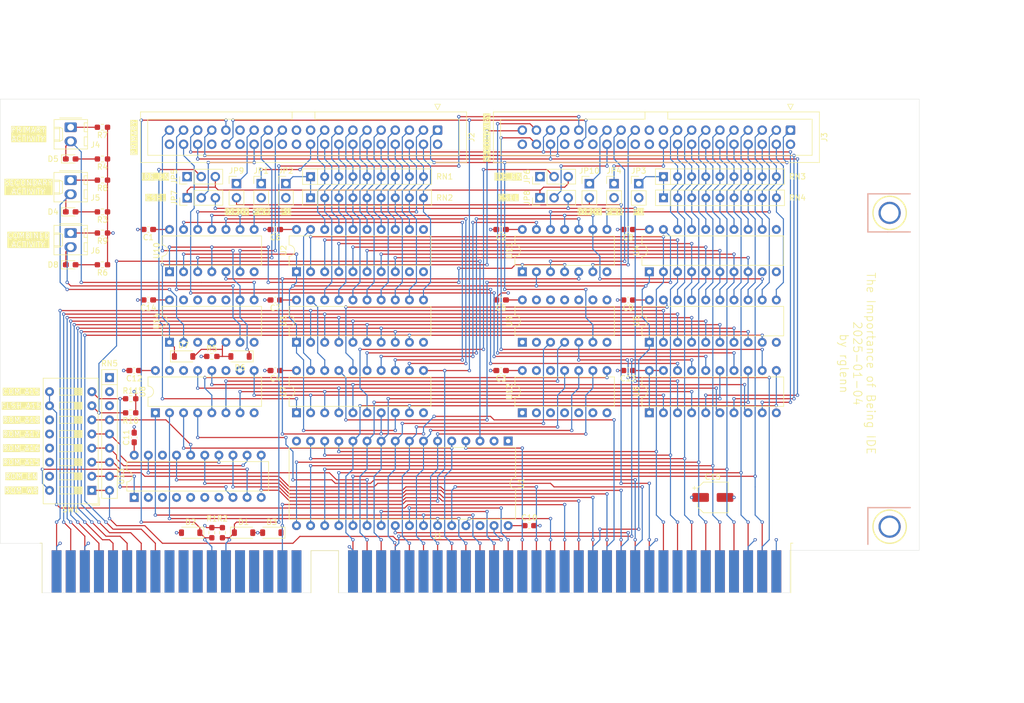
<source format=kicad_pcb>
(kicad_pcb (version 20240108) (generator "pcbnew") (generator_version "8.0")
  (layers (0 "F.Cu" signal) (1 "In1.Cu" signal) (2 "In2.Cu" signal) (31 "B.Cu" signal) (34 "B.Paste" user) (35 "F.Paste" user) (36 "B.SilkS" user "B.Silkscreen") (37 "F.SilkS" user "F.Silkscreen") (38 "B.Mask" user) (39 "F.Mask" user) (44 "Edge.Cuts" user))
  (net 0 "")
  (net 1 "GND")
  (net 2 "+5V")
  (net 3 "/IRQ15")
  (net 4 "/IRQ14")
  (net 5 "/IOCS16")
  (net 6 "Net-(D4-K)")
  (net 7 "Net-(D4-A)")
  (net 8 "Net-(D5-K)")
  (net 9 "Net-(D5-A)")
  (net 10 "/~{IDE1-ACT}")
  (net 11 "Net-(D6-A)")
  (net 12 "/~{IDE2-ACT}")
  (net 13 "Net-(D8-A)")
  (net 14 "Net-(D8-K)")
  (net 17 "/A12")
  (net 18 "/IOW")
  (net 20 "/AEN")
  (net 22 "/IORDY")
  (net 24 "/A14")
  (net 25 "/A2")
  (net 26 "/A9")
  (net 29 "/D10")
  (net 32 "/A1")
  (net 35 "/D8")
  (net 36 "/D13")
  (net 37 "/D4")
  (net 38 "/A5")
  (net 39 "/A4")
  (net 41 "/D6")
  (net 45 "/A11")
  (net 46 "/A7")
  (net 47 "/D0")
  (net 48 "/A15")
  (net 50 "/D12")
  (net 52 "/D11")
  (net 54 "/A3")
  (net 57 "/A10")
  (net 58 "/~{MEMRD}")
  (net 59 "/A18")
  (net 62 "/D3")
  (net 63 "/~{MEMWR}")
  (net 65 "/A13")
  (net 66 "/A6")
  (net 68 "/D2")
  (net 70 "/D5")
  (net 72 "/ALE")
  (net 75 "/A16")
  (net 78 "/D9")
  (net 81 "/A8")
  (net 82 "/D7")
  (net 83 "/IOR")
  (net 86 "/A17")
  (net 89 "/D1")
  (net 92 "/A0")
  (net 93 "/A19")
  (net 94 "/RESET")
  (net 98 "/D14")
  (net 101 "/D15")
  (net 104 "/BA2")
  (net 105 "/IDE1-IORDY")
  (net 106 "/IDE1-D14")
  (net 107 "/BA1")
  (net 108 "/~{IDE1-IOR}")
  (net 109 "/IDE1-D4")
  (net 110 "/BA0")
  (net 111 "/IDE1-D2")
  (net 113 "/IDE1-D12")
  (net 115 "/~{CS3FX}")
  (net 116 "/IDE1-D8")
  (net 117 "/IDE1-D11")
  (net 118 "/IDE1-D5")
  (net 119 "/IDE1-D3")
  (net 120 "/IDE1-D9")
  (net 121 "/IDE1-D6")
  (net 122 "/IDE1-D1")
  (net 123 "/IDE1-CSEL")
  (net 124 "/~{BRESET}")
  (net 125 "/IDE1-D0")
  (net 126 "/~{IDE1-IOW}")
  (net 127 "Net-(J2-Pin_20)")
  (net 129 "/IDE1-D10")
  (net 130 "/IDE1-D13")
  (net 131 "/IDE1-D7")
  (net 132 "/IDE1-D15")
  (net 133 "/~{CS1FX}")
  (net 134 "/~{CS17X}")
  (net 135 "/~{IDE2-IOW}")
  (net 136 "/IDE2-D8")
  (net 137 "/~{IDE2-IOR}")
  (net 138 "/IDE2-D9")
  (net 139 "/IDE2-D13")
  (net 140 "/IDE2-D2")
  (net 141 "/IDE2-IORDY")
  (net 143 "/IDE2-D12")
  (net 144 "/IDE2-D6")
  (net 146 "/IDE2-D11")
  (net 147 "/IDE2-CSEL")
  (net 148 "/IDE2-D10")
  (net 149 "/IDE2-D5")
  (net 150 "/IDE2-D15")
  (net 151 "/IDE2-D1")
  (net 152 "/IDE2-D4")
  (net 153 "/IDE2-D3")
  (net 154 "/IDE2-D0")
  (net 156 "Net-(J3-Pin_20)")
  (net 157 "/IDE2-D7")
  (net 158 "/~{CS37X}")
  (net 159 "/IDE2-D14")
  (net 160 "Net-(J4-Pin_1)")
  (net 161 "Net-(J5-Pin_1)")
  (net 162 "Net-(J6-Pin_1)")
  (net 163 "Net-(JP2-A)")
  (net 164 "Net-(JP3-A)")
  (net 165 "/IDE1-EN")
  (net 166 "Net-(JP5-B)")
  (net 167 "/IDE2-EN")
  (net 168 "/BALE")
  (net 169 "/FLASH_A15")
  (net 170 "/COMPARATOR_A15")
  (net 171 "/SW_ROM_A18")
  (net 173 "/~{ROMWE}")
  (net 174 "/SW_ROM_A15")
  (net 176 "/SW_ROM_A16")
  (net 177 "/SW_ROM_A17")
  (net 178 "/SW_ROM_EN")
  (net 179 "Net-(U1-CE)")
  (net 182 "/~{0x1F0}")
  (net 183 "/~{0x170}")
  (net 184 "/~{0x376}")
  (net 185 "/~{0x3F6}")
  (net 186 "/~{IDE1-D7R}")
  (net 187 "/~{IDE1-D7W}")
  (net 188 "/~{IDE2-HI}")
  (net 189 "/~{IDE2-D7R}")
  (net 190 "/~{IDE2-D7W}")
  (net 192 "Net-(U8-E2)")
  (net 194 "/~{A3}")
  (net 197 "Net-(U10-Pad1)")
  (net 198 "/~{IDE1-HI}")
  (net 199 "/~{IDE2-LO}")
  (net 200 "/~{IDE1-LO}")
  (footprint "Package_DIP:DIP-20_W7.62mm" (layer "F.Cu") (at 104.14 93.98 90)
    (property "Reference" "U7")
    (property "Value" "GAL16V8")
  )
  (footprint "Diode_SMD:D_SOD-123" (layer "F.Cu") (at 94.615 115.57)
    (property "Reference" "D1")
    (property "Value" "1N4148")
  )
  (footprint "Package_DIP:DIP-32_W15.24mm" (layer "F.Cu") (at 142.24 99.06 -90)
    (property "Reference" "U1")
    (property "Value" "SST39SF010")
  )
  (footprint "Package_DIP:DIP-20_W7.62mm" (layer "F.Cu") (at 104.14 68.58 90)
    (property "Reference" "U2")
    (property "Value" "74ALS245")
  )
  (footprint "Diode_SMD:D_SOD-123" (layer "F.Cu") (at 85.09 115.57 180)
    (property "Reference" "D2")
    (property "Value" "1N4148")
  )
  (footprint "Resistor_SMD:R_0603_1608Metric_Pad0.98x0.95mm_HandSolder" (layer "F.Cu") (at 69.215 42.545 180)
    (property "Reference" "R7")
    (property "Value" "470")
  )
  (footprint "Connector_PinHeader_2.54mm:PinHeader_1x03_P2.54mm_Vertical" (layer "F.Cu") (at 147.96 51.445 90)
    (property "Reference" "JP6")
    (property "Value" "IDE2_MODE")
  )
  (footprint "Capacitor_SMD:C_0603_1608Metric_Pad1.08x0.95mm_HandSolder" (layer "F.Cu") (at 74.93 98.425 90)
    (property "Reference" "C11")
    (property "Value" "100n")
  )
  (footprint "Resistor_SMD:R_0603_1608Metric_Pad0.98x0.95mm_HandSolder" (layer "F.Cu") (at 88.9 83.82)
    (property "Reference" "R5")
    (property "Value" "10K")
  )
  (footprint "Resistor_SMD:R_0603_1608Metric_Pad0.98x0.95mm_HandSolder" (layer "F.Cu") (at 69.215 52.07 180)
    (property "Reference" "R8")
    (property "Value" "470")
  )
  (footprint "Connector_PinHeader_2.54mm:PinHeader_1x02_P2.54mm_Vertical" (layer "F.Cu") (at 165.74 52.71)
    (property "Reference" "JP3")
    (property "Value" "IDE2_PU")
  )
  (footprint "Resistor_THT:R_Array_SIP9" (layer "F.Cu") (at 106.675 55.255)
    (property "Reference" "RN2")
    (property "Value" "R_Network08")
  )
  (footprint "Connector_Molex:Molex_KK-254_AE-6410-02A_1x02_P2.54mm_Vertical" (layer "F.Cu") (at 63.5 42.545 -90)
    (property "Reference" "J4")
    (property "Value" "IDE1_ACT")
  )
  (footprint "Resistor_THT:R_Array_SIP9" (layer "F.Cu") (at 70.485 87.63 -90)
    (property "Reference" "RN5")
    (property "Value" "R_Network08")
  )
  (footprint "Capacitor_SMD:C_0603_1608Metric_Pad1.08x0.95mm_HandSolder" (layer "F.Cu") (at 146.05 114.3)
    (property "Reference" "C10")
    (property "Value" "100n")
  )
  (footprint "Connector_PinHeader_2.54mm:PinHeader_1x02_P2.54mm_Vertical" (layer "F.Cu") (at 102.23 52.71)
    (property "Reference" "JP2")
    (property "Value" "IDE1_PU")
  )
  (footprint "Connector_IDC:IDC-Header_2x20_P2.54mm_Vertical" (layer "F.Cu") (at 193.045 43.0725 -90)
    (property "Reference" "J3")
    (property "Value" "Conn_02x20_Odd_Even")
  )
  (footprint "LED_SMD:LED_0603_1608Metric_Pad1.05x0.95mm_HandSolder" (layer "F.Cu") (at 63.5 48.26)
    (property "Reference" "D5")
    (property "Value" "LED")
  )
  (footprint "Capacitor_SMD:CP_Elec_5x5.3" (layer "F.Cu") (at 179.07 109.22)
    (property "Reference" "C15")
    (property "Value" "22u")
  )
  (footprint "Connector_PinHeader_2.54mm:PinHeader_1x02_P2.54mm_Vertical" (layer "F.Cu") (at 97.785 52.71)
    (property "Reference" "JP1")
    (property "Value" "IDE1_PWR")
  )
  (footprint "Connector_PinHeader_2.54mm:PinHeader_1x02_P2.54mm_Vertical" (layer "F.Cu") (at 93.34 52.71)
    (property "Reference" "JP9")
    (property "Value" "IDE1_IORDY")
  )
  (footprint "Button_Switch_THT:SW_DIP_SPSTx08_Slide_9.78x22.5mm_W7.62mm_P2.54mm" (layer "F.Cu") (at 67.31 107.95 180)
    (property "Reference" "SW1")
    (property "Value" "SW_DIP_x08")
  )
  (footprint "Package_DIP:DIP-14_W7.62mm" (layer "F.Cu") (at 81.275 81.27 90)
    (property "Reference" "U14")
    (property "Value" "74LS07")
  )
  (footprint "Package_DIP:DIP-14_W7.62mm" (layer "F.Cu") (at 81.28 68.58 90)
    (property "Reference" "U10")
    (property "Value" "74ALS125")
  )
  (footprint "Resistor_SMD:R_0603_1608Metric_Pad0.98x0.95mm_HandSolder" (layer "F.Cu") (at 69.215 57.785 180)
    (property "Reference" "R3")
    (property "Value" "470")
  )
  (footprint "Capacitor_SMD:C_0603_1608Metric_Pad1.08x0.95mm_HandSolder" (layer "F.Cu") (at 100.33 86.36 180)
    (property "Reference" "C4")
    (property "Value" "100n")
  )
  (footprint "Package_DIP:DIP-20_W7.62mm" (layer "F.Cu") (at 167.64 81.28 90)
    (property "Reference" "U5")
    (property "Value" "74ALS245")
  )
  (footprint "Diode_SMD:D_SOD-123" (layer "F.Cu") (at 99.695 115.57 180)
    (property "Reference" "D3")
    (property "Value" "1N4148")
  )
  (footprint "Connector_PinHeader_2.54mm:PinHeader_1x03_P2.54mm_Vertical" (layer "F.Cu") (at 84.465 55.255 90)
    (property "Reference" "JP7")
    (property "Value" "IDE1_CSEL")
  )
  (footprint "Connector_PinHeader_2.54mm:PinHeader_1x02_P2.54mm_Vertical" (layer "F.Cu") (at 156.85 52.71)
    (property "Reference" "JP10")
    (property "Value" "IDE2_IORDY")
  )
  (footprint "Capacitor_SMD:C_0603_1608Metric_Pad1.08x0.95mm_HandSolder" (layer "F.Cu") (at 163.83 60.96 180)
    (property "Reference" "C8")
    (property "Value" "100n")
  )
  (footprint "Capacitor_SMD:C_0603_1608Metric_Pad1.08x0.95mm_HandSolder" (layer "F.Cu") (at 140.97 60.96 180)
    (property "Reference" "C2")
    (property "Value" "100n")
  )
  (footprint "Resistor_THT:R_Array_SIP9" (layer "F.Cu") (at 106.675 51.445)
    (property "Reference" "RN1")
    (property "Value" "R_Network08")
  )
  (footprint "Package_DIP:DIP-20_W7.62mm" (layer "F.Cu") (at 167.64 68.58 90)
    (property "Reference" "U4")
    (property "Value" "74ALS245")
  )
  (footprint "Resistor_SMD:R_0603_1608Metric_Pad0.98x0.95mm_HandSolder" (layer "F.Cu") (at 88.9 115.57 -90)
    (property "Reference" "R1")
    (property "Value" "1K")
  )
  (footprint "Resistor_THT:R_Array_SIP9" (layer "F.Cu") (at 170.2 55.255)
    (property "Reference" "RN4")
    (property "Value" "R_Network08")
  )
  (footprint "Package_DIP:DIP-14_W7.62mm" (layer "F.Cu") (at 144.78 93.98 90)
    (property "Reference" "U12")
    (property "Value" "74ALS10")
  )
  (footprint "Resistor_SMD:R_0603_1608Metric_Pad0.98x0.95mm_HandSolder" (layer "F.Cu") (at 69.215 61.595 180)
    (property "Reference" "R9")
    (property "Value" "470")
  )
  (footprint "Package_DIP:DIP-20_W7.62mm" (layer "F.Cu") (at 167.64 93.98 90)
    (property "Reference" "U6")
    (property "Value" "74ALS244")
  )
  (footprint "Package_DIP:DIP-20_W7.62mm" (layer "F.Cu") (at 104.14 81.28 90)
    (property "Reference" "U3")
    (property "Value" "74ALS245")
  )
  (footprint "Connector_PinHeader_2.54mm:PinHeader_1x03_P2.54mm_Vertical" (layer "F.Cu") (at 147.96 55.255 90)
    (property "Reference" "JP8")
    (property "Value" "IDE2_CSEL")
  )
  (footprint "Capacitor_SMD:C_0603_1608Metric_Pad1.08x0.95mm_HandSolder" (layer "F.Cu") (at 77.475 60.95 180)
    (property "Reference" "C1")
    (property "Value" "100n")
  )
  (footprint "Package_DIP:DIP-16_W7.62mm" (layer "F.Cu") (at 78.74 93.98 90)
    (property "Reference" "U8")
    (property "Value" "74ALS138")
  )
  (footprint "Capacitor_SMD:C_0603_1608Metric_Pad1.08x0.95mm_HandSolder" (layer "F.Cu") (at 163.83 73.66 180)
    (property "Reference" "C9")
    (property "Value" "100n")
  )
  (footprint "Connector_Molex:Molex_KK-254_AE-6410-02A_1x02_P2.54mm_Vertical" (layer "F.Cu") (at 63.48 52.07 -90)
    (property "Reference" "J5")
    (property "Value" "IDE2_ACT")
  )
  (footprint "Connector_PinHeader_2.54mm:PinHeader_1x02_P2.54mm_Vertical" (layer "F.Cu") (at 161.295 52.71)
    (property "Reference" "JP4")
    (property "Value" "IDE2_PWR")
  )
  (footprint "Package_DIP:DIP-14_W7.62mm" (layer "F.Cu") (at 144.78 68.58 90)
    (property "Reference" "U11")
    (property "Value" "74ALS125")
  )
  (footprint "Connector_IDC:IDC-Header_2x20_P2.54mm_Vertical" (layer "F.Cu") (at 129.535 43.0725 -90)
    (property "Reference" "J2")
    (property "Value" "Conn_02x20_Odd_Even")
  )
  (footprint "Resistor_SMD:R_0603_1608Metric_Pad0.98x0.95mm_HandSolder" (layer "F.Cu") (at 74.295 93.98 180)
    (property "Reference" "R10")
    (property "Value" "10K")
  )
  (footprint "Capacitor_SMD:C_0603_1608Metric_Pad1.08x0.95mm_HandSolder" (layer "F.Cu") (at 100.33 73.66 180)
    (property "Reference" "C7")
    (property "Value" "100n")
  )
  (footprint "Connector_PinHeader_2.54mm:PinHeader_1x03_P2.54mm_Vertical" (layer "F.Cu") (at 84.45 51.445 90)
    (property "Reference" "JP5")
    (property "Value" "IDE1_MODE")
  )
  (footprint "Diode_SMD:D_SOD-123" (layer "F.Cu") (at 93.98 83.82 180)
    (property "Reference" "D6")
    (property "Value" "1N4148")
  )
  (footprint "Connector_PCBEdge:BUS_AT" (layer "F.Cu") (at 190.5 122.555)
    (property "Reference" "J1")
    (property "Value" "Bus_ISA_16bit")
  )
  (footprint "Resistor_SMD:R_0603_1608Metric_Pad0.98x0.95mm_HandSolder" (layer "F.Cu") (at 69.215 67.31 180)
    (property "Reference" "R6")
    (property "Value" "470")
  )
  (footprint "Resistor_SMD:R_0603_1608Metric_Pad0.98x0.95mm_HandSolder" (layer "F.Cu") (at 74.295 91.44)
    (property "Reference" "R11")
    (property "Value" "10K")
  )
  (footprint "Capacitor_SMD:C_0603_1608Metric_Pad1.08x0.95mm_HandSolder" (layer "F.Cu") (at 100.33 60.96 180)
    (property "Reference" "C6")
    (property "Value" "100n")
  )
  (footprint "LED_SMD:LED_0603_1608Metric_Pad1.05x0.95mm_HandSolder" (layer "F.Cu") (at 63.5 67.31)
    (property "Reference" "D8")
    (property "Value" "LED")
  )
  (footprint "Package_DIP:DIP-14_W7.62mm" (layer "F.Cu") (at 144.785 81.27 90)
    (property "Reference" "U9")
    (property "Value" "74ALS04")
  )
  (footprint "LED_SMD:LED_0603_1608Metric_Pad1.05x0.95mm_HandSolder" (layer "F.Cu") (at 63.5 57.785)
    (property "Reference" "D4")
    (property "Value" "LED")
  )
  (footprint "Capacitor_SMD:C_0603_1608Metric_Pad1.08x0.95mm_HandSolder" (layer "F.Cu") (at 74.93 86.36 180)
    (property "Reference" "C12")
    (property "Value" "100n")
  )
  (footprint "Capacitor_SMD:C_0603_1608Metric_Pad1.08x0.95mm_HandSolder" (layer "F.Cu") (at 163.83 86.36 180)
    (property "Reference" "C13")
    (property "Value" "100n")
  )
  (footprint "Capacitor_SMD:C_0603_1608Metric_Pad1.08x0.95mm_HandSolder" (layer "F.Cu") (at 77.475 73.65 180)
    (property "Reference" "C14")
    (property "Value" "100n")
  )
  (footprint "Resistor_SMD:R_0603_1608Metric_Pad0.98x0.95mm_HandSolder" (layer "F.Cu") (at 69.215 48.26 180)
    (property "Reference" "R4")
    (property "Value" "470")
  )
  (footprint "Resistor_SMD:R_0603_1608Metric_Pad0.98x0.95mm_HandSolder" (layer "F.Cu") (at 90.805 115.57 -90)
    (property "Reference" "R2")
    (property "Value" "1K")
  )
  (footprint "Capacitor_SMD:C_0603_1608Metric_Pad1.08x0.95mm_HandSolder" (layer "F.Cu") (at 140.97 86.36 180)
    (property "Reference" "C3")
    (property "Value" "100n")
  )
  (footprint "Capacitor_SMD:C_0603_1608Metric_Pad1.08x0.95mm_HandSolder" (layer "F.Cu") (at 140.97 73.65 180)
    (property "Reference" "C5")
    (property "Value" "100n")
  )
  (footprint "Resistor_THT:R_Array_SIP9" (layer "F.Cu") (at 170.185 51.445)
    (property "Reference" "RN3")
    (property "Value" "R_Network08")
  )
  (footprint "Diode_SMD:D_SOD-123" (layer "F.Cu") (at 83.82 83.82)
    (property "Reference" "D7")
    (property "Value" "1N4148")
  )
  (footprint "Package_DIP:DIP-20_W7.62mm" (layer "F.Cu") (at 74.93 109.22 90)
    (property "Reference" "U13")
    (property "Value" "74ALS688")
  )
  (footprint "Connector_Molex:Molex_KK-254_AE-6410-02A_1x02_P2.54mm_Vertical" (layer "F.Cu") (at 63.48 61.595 -90)
    (property "Reference" "J6")
    (property "Value" "IDE_ACT")
  )
  (footprint "pc-parts:PC_BRACKET_ISA_KEYSTONE_9202_Rev1" (layer "F.Cu") (at 190.5 126.365)
    (property "Reference" "BRACKET1" (hide yes))
    (property "Value" "~" (hide yes))
  )
  (gr_line (start 111.7092 126.365) (end 111.76 118.7958) (stroke (width 0.05)) (layer "Edge.Cuts"))
  (gr_line (start 106.7308 126.365) (end 58.3692 126.365) (stroke (width 0.05)) (layer "Edge.Cuts"))
  (gr_line (start 106.7308 118.7958) (end 106.7308 126.365) (stroke (width 0.05)) (layer "Edge.Cuts"))
  (gr_line (start 216.2048 37.465) (end 50.8 37.465) (stroke (width 0.05)) (layer "Edge.Cuts"))
  (gr_line (start 58.3692 117.475) (end 50.8 117.475) (stroke (width 0.05)) (layer "Edge.Cuts"))
  (gr_line (start 190.5 126.365) (end 192.913 126.365) (stroke (width 0.05)) (layer "Edge.Cuts"))
  (gr_line (start 190.5 126.365) (end 111.7092 126.365) (stroke (width 0.05)) (layer "Edge.Cuts"))
  (gr_line (start 111.76 118.7958) (end 106.7308 118.7958) (stroke (width 0.05)) (layer "Edge.Cuts"))
  (gr_line (start 50.8 37.465) (end 50.8 117.475) (stroke (width 0.05)) (layer "Edge.Cuts"))
  (gr_line (start 58.3692 126.365) (end 58.3692 117.475) (stroke (width 0.05)) (layer "Edge.Cuts"))
  (gr_line (start 192.913 118.745) (end 216.2048 118.745) (stroke (width 0.05)) (layer "Edge.Cuts"))
  (gr_line (start 216.2048 118.745) (end 216.2048 37.465) (stroke (width 0.05)) (layer "Edge.Cuts"))
  (gr_line (start 192.913 126.365) (end 192.913 118.745) (stroke (width 0.05)) (layer "Edge.Cuts"))
  (gr_text "COM_A15" (at 54.61 90.17 0) (layer "F.SilkS" knockout) (effects (font (size 1 1) (thickness 0.1))))
  (gr_text "PRIMARY" (at 74.93 44.45 90) (layer "F.SilkS" knockout) (effects (font (size 1 1) (thickness 0.1))))
  (gr_text "PU" (at 102.235 57.785 0) (layer "F.SilkS" knockout) (effects (font (size 1 1) (thickness 0.1))))
  (gr_text "PRIMARY\nACTIVITY" (at 55.88 43.815 0) (layer "F.SilkS" knockout) (effects (font (size 1 1) (thickness 0.1))))
  (gr_text "IORDY" (at 93.345 57.785 0) (layer "F.SilkS" knockout) (effects (font (size 1 1) (thickness 0.1))))
  (gr_text "ROM_WR" (at 54.61 107.95 0) (layer "F.SilkS" knockout) (effects (font (size 1 1) (thickness 0.1))))
  (gr_text "ROM_A16" (at 54.61 100.33 0) (layer "F.SilkS" knockout) (effects (font (size 1 1) (thickness 0.1))))
  (gr_text "The Importance of Being IDE\n2025-01-04\nby rglenn" (at 205.105 85.09 270) (layer "F.SilkS") (effects (font (size 1.5 1.5))))
  (gr_text "ROM_EN" (at 54.61 105.41 0) (layer "F.SilkS" knockout) (effects (font (size 1 1) (thickness 0.1))))
  (gr_text "SECONDARY" (at 138.43 44.45 90) (layer "F.SilkS" knockout) (effects (font (size 1 1) (thickness 0.1))))
  (gr_text "COMBINED\nACTIVITY" (at 55.88 62.865 0) (layer "F.SilkS" knockout) (effects (font (size 1 1) (thickness 0.1))))
  (gr_text "IDE_EN" (at 142.24 51.435 0) (layer "F.SilkS" knockout) (effects (font (size 1 1) (thickness 0.1))))
  (gr_text "PWR" (at 161.29 57.785 0) (layer "F.SilkS" knockout) (effects (font (size 1 1) (thickness 0.1))))
  (gr_text "FLSH_A15" (at 54.61 92.71 0) (layer "F.SilkS" knockout) (effects (font (size 1 1) (thickness 0.1))))
  (gr_text "ROM_A18" (at 54.61 95.25 0) (layer "F.SilkS" knockout) (effects (font (size 1 1) (thickness 0.1))))
  (gr_text "ROM_A17" (at 54.61 97.79 0) (layer "F.SilkS" knockout) (effects (font (size 1 1) (thickness 0.1))))
  (gr_text "IORDY" (at 156.845 57.785 0) (layer "F.SilkS" knockout) (effects (font (size 1 1) (thickness 0.1))))
  (gr_text "PU" (at 165.735 57.785 0) (layer "F.SilkS" knockout) (effects (font (size 1 1) (thickness 0.1))))
  (gr_text "CSEL" (at 142.24 55.245 0) (layer "F.SilkS" knockout) (effects (font (size 1 1) (thickness 0.1))))
  (gr_text "PWR" (at 97.79 57.785 0) (layer "F.SilkS" knockout) (effects (font (size 1 1) (thickness 0.1))))
  (gr_text "CSEL" (at 78.74 55.245 0) (layer "F.SilkS" knockout) (effects (font (size 1 1) (thickness 0.1))))
  (gr_text "IDE_EN" (at 78.74 51.435 0) (layer "F.SilkS" knockout) (effects (font (size 1 1) (thickness 0.1))))
  (gr_text "SECONDARY\nACTIVITY" (at 55.88 53.34 0) (layer "F.SilkS" knockout) (effects (font (size 1 1) (thickness 0.1))))
  (gr_text "ROM_A15" (at 54.61 102.87 0) (layer "F.SilkS" knockout) (effects (font (size 1 1) (thickness 0.1))))
  (segment (start 75.575 60.95) (end 75.565 60.96) (width 0.2) (layer "F.Cu") (net 1))
  (segment (start 99.4675 73.66) (end 98.425 73.66) (width 0.2) (layer "F.Cu") (net 1))
  (segment (start 75.2075 91.44) (end 75.2075 93.98) (width 0.2) (layer "F.Cu") (net 1))
  (segment (start 83.44 115.57) (end 82.55 115.57) (width 0.2) (layer "F.Cu") (net 1))
  (segment (start 75.2075 90.4475) (end 74.93 90.17) (width 0.2) (layer "F.Cu") (net 1))
  (segment (start 162.9675 73.66) (end 161.925 73.66) (width 0.2) (layer "F.Cu") (net 1))
  (segment (start 146.9125 114.3) (end 147.955 114.3) (width 0.2) (layer "F.Cu") (net 1))
  (segment (start 96.265 115.57) (end 97.155 115.57) (width 0.2) (layer "F.Cu") (net 1))
  (segment (start 74.0675 86.36) (end 73.025 86.36) (width 0.2) (layer "F.Cu") (net 1))
  (segment (start 162.9675 60.96) (end 161.925 60.96) (width 0.2) (layer "F.Cu") (net 1))
  (segment (start 99.4675 60.96) (end 98.425 60.96) (width 0.2) (layer "F.Cu") (net 1))
  (segment (start 99.4675 86.36) (end 98.425 86.36) (width 0.2) (layer "F.Cu") (net 1))
  (segment (start 140.97 72.39) (end 142.24 72.39) (width 0.2) (layer "F.Cu") (net 1))
  (segment (start 140.1075 60.96) (end 139.065 60.96) (width 0.2) (layer "F.Cu") (net 1))
  (segment (start 181.27 109.22) (end 182.88 109.22) (width 0.2) (layer "F.Cu") (net 1))
  (segment (start 75.575 73.65) (end 75.565 73.66) (width 0.2) (layer "F.Cu") (net 1))
  (segment (start 76.6125 60.95) (end 75.575 60.95) (width 0.2) (layer "F.Cu") (net 1))
  (segment (start 140.1075 86.36) (end 139.065 86.36) (width 0.2) (layer "F.Cu") (net 1))
  (segment (start 140.1075 73.65) (end 140.1075 73.2525) (width 0.2) (layer "F.Cu") (net 1))
  (segment (start 98.045 115.57) (end 97.155 115.57) (width 0.2) (layer "F.Cu") (net 1))
  (segment (start 75.2075 91.44) (end 75.2075 90.4475) (width 0.2) (layer "F.Cu") (net 1))
  (segment (start 140.1075 73.2525) (end 140.97 72.39) (width 0.2) (layer "F.Cu") (net 1))
  (segment (start 76.6125 73.65) (end 75.575 73.65) (width 0.2) (layer "F.Cu") (net 1))
  (segment (start 162.9675 86.36) (end 161.925 86.36) (width 0.2) (layer "F.Cu") (net 1))
  (segment (start 74.93 97.5625) (end 74.93 96.52) (width 0.2) (layer "F.Cu") (net 1))
  (via (at 139.065 86.36) (size 0.6) (drill 0.3) (layers "F.Cu" "B.Cu") (net 1))
  (via (at 74.93 90.17) (size 0.6) (drill 0.3) (layers "F.Cu" "B.Cu") (net 1))
  (via (at 75.565 60.96) (size 0.6) (drill 0.3) (layers "F.Cu" "B.Cu") (net 1))
  (via (at 139.065 60.96) (size 0.6) (drill 0.3) (layers "F.Cu" "B.Cu") (net 1))
  (via (at 113.665 118.11) (size 0.6) (drill 0.3) (layers "F.Cu" "B.Cu") (net 1))
  (via (at 147.955 114.3) (size 0.6) (drill 0.3) (layers "F.Cu" "B.Cu") (net 1))
  (via (at 161.925 73.66) (size 0.6) (drill 0.3) (layers "F.Cu" "B.Cu") (net 1))
  (via (at 61.595 117.475) (size 0.6) (drill 0.3) (layers "F.Cu" "B.Cu") (net 1))
  (via (at 182.88 109.22) (size 0.6) (drill 0.3) (layers "F.Cu" "B.Cu") (net 1))
  (via (at 168.91 116.84) (size 0.6) (drill 0.3) (layers "F.Cu" "B.Cu") (net 1))
  (via (at 73.025 86.36) (size 0.6) (drill 0.3) (layers "F.Cu" "B.Cu") (net 1))
  (via (at 161.925 60.96) (size 0.6) (drill 0.3) (layers "F.Cu" "B.Cu") (net 1))
  (via (at 142.24 72.39) (size 0.6) (drill 0.3) (layers "F.Cu" "B.Cu") (net 1))
  (via (at 75.565 73.66) (size 0.6) (drill 0.3) (layers "F.Cu" "B.Cu") (net 1))
  (via (at 82.55 115.57) (size 0.6) (drill 0.3) (layers "F.Cu" "B.Cu") (net 1))
  (via (at 98.425 86.36) (size 0.6) (drill 0.3) (layers "F.Cu" "B.Cu") (net 1))
  (via (at 74.93 96.52) (size 0.6) (drill 0.3) (layers "F.Cu" "B.Cu") (net 1))
  (via (at 161.925 86.36) (size 0.6) (drill 0.3) (layers "F.Cu" "B.Cu") (net 1))
  (via (at 98.425 60.96) (size 0.6) (drill 0.3) (layers "F.Cu" "B.Cu") (net 1))
  (via (at 97.155 115.57) (size 0.6) (drill 0.3) (layers "F.Cu" "B.Cu") (net 1))
  (via (at 190.5 116.84) (size 0.6) (drill 0.3) (layers "F.Cu" "B.Cu") (net 1))
  (via (at 98.425 73.66) (size 0.6) (drill 0.3) (layers "F.Cu" "B.Cu") (net 1))
  (segment (start 114.3 122.555) (end 114.3 118.745) (width 0.2) (layer "B.Cu") (net 1))
  (segment (start 60.96 118.11) (end 61.595 117.475) (width 0.2) (layer "B.Cu") (net 1))
  (segment (start 190.5 122.555) (end 190.5 116.84) (width 0.2) (layer "B.Cu") (net 1))
  (segment (start 167.64 122.555) (end 167.64 118.11) (width 0.2) (layer "B.Cu") (net 1))
  (segment (start 114.3 118.745) (end 113.665 118.11) (width 0.2) (layer "B.Cu") (net 1))
  (segment (start 60.96 122.555) (end 60.96 118.11) (width 0.2) (layer "B.Cu") (net 1))
  (segment (start 167.64 118.11) (end 168.91 116.84) (width 0.2) (layer "B.Cu") (net 1))
  (segment (start 176.87 109.22) (end 175.26 109.22) (width 0.2) (layer "F.Cu") (net 2))
  (segment (start 78.74 86.36) (end 75.7925 86.36) (width 0.2) (layer "F.Cu") (net 2))
  (segment (start 81.28 60.96) (end 78.3475 60.96) (width 0.2) (layer "F.Cu") (net 2))
  (segment (start 141.8325 86.36) (end 144.78 86.36) (width 0.2) (layer "F.Cu") (net 2))
  (segment (start 164.6925 86.36) (end 167.64 86.36) (width 0.2) (layer "F.Cu") (net 2))
  (segment (start 104.14 86.36) (end 101.1925 86.36) (width 0.2) (layer "F.Cu") (net 2))
  (segment (start 70.1275 52.07) (end 70.1275 48.26) (width 0.2) (layer "F.Cu") (net 2))
  (segment (start 70.1275 61.595) (end 71.12 61.595) (width 0.2) (layer "F.Cu") (net 2))
  (segment (start 70.1275 67.31) (end 70.1275 61.595) (width 0.2) (layer "F.Cu") (net 2))
  (segment (start 74.93 99.2875) (end 74.93 101.6) (width 0.2) (layer "F.Cu") (net 2))
  (segment (start 104.14 60.96) (end 101.1925 60.96) (width 0.2) (layer "F.Cu") (net 2))
  (segment (start 164.6925 73.66) (end 167.64 73.66) (width 0.2) (layer "F.Cu") (net 2))
  (segment (start 141.8325 73.65) (end 144.785 73.65) (width 0.2) (layer "F.Cu") (net 2))
  (segment (start 81.275 73.65) (end 78.3375 73.65) (width 0.2) (layer "F.Cu") (net 2))
  (segment (start 70.1275 42.545) (end 70.1275 48.26) (width 0.2) (layer "F.Cu") (net 2))
  (segment (start 141.8325 60.96) (end 144.78 60.96) (width 0.2) (layer "F.Cu") (net 2))
  (segment (start 87.9875 114.6575) (end 87.63 114.3) (width 0.2) (layer "F.Cu") (net 2))
  (segment (start 70.1275 57.785) (end 70.1275 52.07) (width 0.2) (layer "F.Cu") (net 2))
  (segment (start 164.6925 60.96) (end 167.64 60.96) (width 0.2) (layer "F.Cu") (net 2))
  (segment (start 104.14 73.66) (end 101.1925 73.66) (width 0.2) (layer "F.Cu") (net 2))
  (segment (start 78.3475 60.96) (end 78.3375 60.95) (width 0.2) (layer "F.Cu") (net 2))
  (segment (start 145.1875 114.3) (end 142.24 114.3) (width 0.2) (layer "F.Cu") (net 2))
  (segment (start 90.805 114.6575) (end 88.9 114.6575) (width 0.2) (layer "F.Cu") (net 2))
  (segment (start 88.9 114.6575) (end 87.9875 114.6575) (width 0.2) (layer "F.Cu") (net 2))
  (segment (start 87.9875 83.82) (end 86.995 83.82) (width 0.2) (layer "F.Cu") (net 2))
  (segment (start 70.1275 61.595) (end 70.1275 57.785) (width 0.2) (layer "F.Cu") (net 2))
  (segment (start 167.64 86.36) (end 170.18 86.36) (width 0.2) (layer "F.Cu") (net 2))
  (via (at 87.63 114.3) (size 0.6) (drill 0.3) (layers "F.Cu" "B.Cu") (net 2))
  (via (at 175.26 109.22) (size 0.6) (drill 0.3) (layers "F.Cu" "B.Cu") (net 2))
  (via (at 86.995 83.82) (size 0.6) (drill 0.3) (layers "F.Cu" "B.Cu") (net 2))
  (via (at 71.12 61.595) (size 0.6) (drill 0.3) (layers "F.Cu" "B.Cu") (net 2))
  (via (at 186.69 116.84) (size 0.6) (drill 0.3) (layers "F.Cu" "B.Cu") (net 2))
  (via (at 66.675 117.475) (size 0.6) (drill 0.3) (layers "F.Cu" "B.Cu") (net 2))
  (segment (start 66.04 122.555) (end 66.04 118.11) (width 0.2) (layer "B.Cu") (net 2))
  (segment (start 185.42 118.11) (end 186.69 116.84) (width 0.2) (layer "B.Cu") (net 2))
  (segment (start 167.64 86.36) (end 167.64 93.98) (width 0.2) (layer "B.Cu") (net 2))
  (segment (start 66.04 118.11) (end 66.675 117.475) (width 0.2) (layer "B.Cu") (net 2))
  (segment (start 185.42 122.555) (end 185.42 118.11) (width 0.2) (layer "B.Cu") (net 2))
  (segment (start 92.0525 116.4825) (end 92.965 115.57) (width 0.2) (layer "F.Cu") (net 3))
  (segment (start 92.965 114.045) (end 93.345 113.665) (width 0.2) (layer "F.Cu") (net 3))
  (segment (start 92.075 116.84) (end 91.7175 116.4825) (width 0.2) (layer "F.Cu") (net 3))
  (segment (start 93.345 113.665) (end 100.965 113.665) (width 0.2) (layer "F.Cu") (net 3))
  (segment (start 92.965 115.57) (end 92.965 114.045) (width 0.2) (layer "F.Cu") (net 3))
  (segment (start 91.7175 116.4825) (end 92.0525 116.4825) (width 0.2) (layer "F.Cu") (net 3))
  (segment (start 133.35 40.64) (end 154.94 40.64) (width 0.2) (layer "F.Cu") (net 3))
  (segment (start 100.965 49.53) (end 133.35 49.53) (width 0.2) (layer "F.Cu") (net 3))
  (segment (start 91.7175 116.4825) (end 90.805 116.4825) (width 0.2) (layer "F.Cu") (net 3))
  (via (at 100.965 49.53) (size 0.6) (drill 0.3) (layers "F.Cu" "B.Cu") (net 3))
  (via (at 133.35 40.64) (size 0.6) (drill 0.3) (layers "F.Cu" "B.Cu") (net 3))
  (via (at 100.965 113.665) (size 0.6) (drill 0.3) (layers "F.Cu" "B.Cu") (net 3))
  (via (at 154.94 40.64) (size 0.6) (drill 0.3) (layers "F.Cu" "B.Cu") (net 3))
  (via (at 92.075 116.84) (size 0.6) (drill 0.3) (layers "F.Cu" "B.Cu") (net 3))
  (via (at 133.35 49.53) (size 0.6) (drill 0.3) (layers "F.Cu" "B.Cu") (net 3))
  (segment (start 100.965 113.665) (end 100.965 49.53) (width 0.2) (layer "B.Cu") (net 3))
  (segment (start 154.94 40.64) (end 154.94 41.275) (width 0.2) (layer "B.Cu") (net 3))
  (segment (start 154.945 41.28) (end 154.945 43.0725) (width 0.2) (layer "B.Cu") (net 3))
  (segment (start 154.94 41.275) (end 154.945 41.28) (width 0.2) (layer "B.Cu") (net 3))
  (segment (start 91.44 117.475) (end 92.075 116.84) (width 0.2) (layer "B.Cu") (net 3))
  (segment (start 91.44 122.555) (end 91.44 117.475) (width 0.2) (layer "B.Cu") (net 3))
  (segment (start 133.35 40.64) (end 133.35 49.53) (width 0.2) (layer "B.Cu") (net 3))
  (segment (start 87.63 116.84) (end 87.63 116.46) (width 0.2) (layer "F.Cu") (net 4))
  (segment (start 87.6525 116.4825) (end 87.63 116.46) (width 0.2) (layer "F.Cu") (net 4))
  (segment (start 87.63 116.46) (end 86.74 115.57) (width 0.2) (layer "F.Cu") (net 4))
  (segment (start 85.725 113.665) (end 86.74 114.68) (width 0.2) (layer "F.Cu") (net 4))
  (segment (start 86.74 114.68) (end 86.74 115.57) (width 0.2) (layer "F.Cu") (net 4))
  (segment (start 91.44 41.275) (end 76.2 41.275) (width 0.2) (layer "F.Cu") (net 4))
  (segment (start 76.2 113.665) (end 85.725 113.665) (width 0.2) (layer "F.Cu") (net 4))
  (segment (start 88.9 116.4825) (end 87.6525 116.4825) (width 0.2) (layer "F.Cu") (net 4))
  (via (at 87.63 116.84) (size 0.6) (drill 0.3) (layers "F.Cu" "B.Cu") (net 4))
  (via (at 91.44 41.275) (size 0.6) (drill 0.3) (layers "F.Cu" "B.Cu") (net 4))
  (via (at 76.2 113.665) (size 0.6) (drill 0.3) (layers "F.Cu" "B.Cu") (net 4))
  (via (at 76.2 41.275) (size 0.6) (drill 0.3) (layers "F.Cu" "B.Cu") (net 4))
  (segment (start 91.435 43.0725) (end 91.435 41.28) (width 0.2) (layer "B.Cu") (net 4))
  (segment (start 76.2 41.275) (end 76.2 113.665) (width 0.2) (layer "B.Cu") (net 4))
  (segment (start 88.9 122.555) (end 88.9 118.11) (width 0.2) (layer "B.Cu") (net 4))
  (segment (start 91.435 41.28) (end 91.44 41.275) (width 0.2) (layer "B.Cu") (net 4))
  (segment (start 88.9 118.11) (end 87.63 116.84) (width 0.2) (layer "B.Cu") (net 4))
  (segment (start 123.825 109.855) (end 129.54 109.855) (width 0.2) (layer "F.Cu") (net 5))
  (segment (start 101.6 115.315) (end 101.6 114.3) (width 0.2) (layer "F.Cu") (net 5))
  (segment (start 123.19 110.49) (end 123.825 109.855) (width 0.2) (layer "F.Cu") (net 5))
  (segment (start 92.71 41.275) (end 156.21 41.275) (width 0.2) (layer "F.Cu") (net 5))
  (segment (start 130.81 86.37) (end 127 86.37) (width 0.2) (layer "F.Cu") (net 5))
  (segment (start 135.255 86.37) (end 130.81 86.37) (width 0.2) (layer "F.Cu") (net 5))
  (segment (start 101.345 115.57) (end 101.6 115.315) (width 0.2) (layer "F.Cu") (net 5))
  (segment (start 101.6 110.49) (end 123.19 110.49) (width 0.2) (layer "F.Cu") (net 5))
  (via (at 156.21 41.275) (size 0.6) (drill 0.3) (layers "F.Cu" "B.Cu") (net 5))
  (via (at 129.54 109.855) (size 0.6) (drill 0.3) (layers "F.Cu" "B.Cu") (net 5))
  (via (at 130.81 86.37) (size 0.6) (drill 0.3) (layers "F.Cu" "B.Cu") (net 5))
  (via (at 101.6 110.49) (size 0.6) (drill 0.3) (layers "F.Cu" "B.Cu") (net 5))
  (via (at 135.255 41.275) (size 0.6) (drill 0.3) (layers "F.Cu" "B.Cu") (net 5))
  (via (at 92.71 41.275) (size 0.6) (drill 0.3) (layers "F.Cu" "B.Cu") (net 5))
  (via (at 101.6 114.3) (size 0.6) (drill 0.3) (layers "F.Cu" "B.Cu") (net 5))
  (via (at 135.255 86.37) (size 0.6) (drill 0.3) (layers "F.Cu" "B.Cu") (net 5))
  (segment (start 156.21 41.275) (end 156.21 44.3475) (width 0.2) (layer "B.Cu") (net 5))
  (segment (start 101.6 122.555) (end 101.6 114.3) (width 0.2) (layer "B.Cu") (net 5))
  (segment (start 135.255 41.275) (end 135.255 86.37) (width 0.2) (layer "B.Cu") (net 5))
  (segment (start 130.81 104.14) (end 130.81 86.37) (width 0.2) (layer "B.Cu") (net 5))
  (segment (start 101.6 114.3) (end 101.6 110.49) (width 0.2) (layer "B.Cu") (net 5))
  (segment (start 92.71 44.3375) (end 92.71 41.275) (width 0.2) (layer "B.Cu") (net 5))
  (segment (start 129.54 109.855) (end 129.54 105.41) (width 0.2) (layer "B.Cu") (net 5))
  (segment (start 156.21 44.3475) (end 154.945 45.6125) (width 0.2) (layer "B.Cu") (net 5))
  (segment (start 129.54 105.41) (end 130.81 104.14) (width 0.2) (layer "B.Cu") (net 5))
  (segment (start 91.435 45.6125) (end 92.71 44.3375) (width 0.2) (layer "B.Cu") (net 5))
  (segment (start 81.28 71.755) (end 62.865 71.755) (width 0.2) (layer "F.Cu") (net 6))
  (segment (start 62.625 57.785) (end 62.625 55.465) (width 0.2) (layer "F.Cu") (net 6))
  (segment (start 62.625 55.465) (end 63.48 54.61) (width 0.2) (layer "F.Cu") (net 6))
  (via (at 81.28 71.755) (size 0.6) (drill 0.3) (layers "F.Cu" "B.Cu") (net 6))
  (via (at 62.865 71.755) (size 0.6) (drill 0.3) (layers "F.Cu" "B.Cu") (net 6))
  (segment (start 61.595 56.495) (end 63.48 54.61) (width 0.2) (layer "B.Cu") (net 6))
  (segment (start 83.815 78.1) (end 83.815 81.27) (width 0.2) (layer "B.Cu") (net 6))
  (segment (start 82.55 73.025) (end 82.55 76.835) (width 0.2) (layer "B.Cu") (net 6))
  (segment (start 61.595 70.485) (end 61.595 56.495) (width 0.2) (layer "B.Cu") (net 6))
  (segment (start 62.865 71.755) (end 61.595 70.485) (width 0.2) (layer "B.Cu") (net 6))
  (segment (start 82.55 76.835) (end 83.815 78.1) (width 0.2) (layer "B.Cu") (net 6))
  (segment (start 81.28 71.755) (end 82.55 73.025) (width 0.2) (layer "B.Cu") (net 6))
  (segment (start 68.3025 57.785) (end 64.375 57.785) (width 0.2) (layer "F.Cu") (net 7))
  (segment (start 62.625 45.96) (end 63.5 45.085) (width 0.2) (layer "F.Cu") (net 8))
  (segment (start 62.625 48.26) (end 62.625 45.96) (width 0.2) (layer "F.Cu") (net 8))
  (segment (start 96.52 70.485) (end 86.995 70.485) (width 0.2) (layer "F.Cu") (net 8))
  (segment (start 86.995 70.485) (end 65.405 70.485) (width 0.2) (layer "F.Cu") (net 8))
  (via (at 96.52 70.485) (size 0.6) (drill 0.3) (layers "F.Cu" "B.Cu") (net 8))
  (via (at 65.405 70.485) (size 0.6) (drill 0.3) (layers "F.Cu" "B.Cu") (net 8))
  (segment (start 65.405 70.485) (end 65.405 46.99) (width 0.2) (layer "B.Cu") (net 8))
  (segment (start 96.515 73.65) (end 96.515 70.49) (width 0.2) (layer "B.Cu") (net 8))
  (segment (start 65.405 46.99) (end 63.5 45.085) (width 0.2) (layer "B.Cu") (net 8))
  (segment (start 96.515 70.49) (end 96.52 70.485) (width 0.2) (layer "B.Cu") (net 8))
  (segment (start 68.3025 48.26) (end 64.375 48.26) (width 0.2) (layer "F.Cu") (net 9))
  (segment (start 92.71 64.77) (end 80.01 64.77) (width 0.2) (layer "F.Cu") (net 10))
  (segment (start 95.63 82.93) (end 95.25 82.55) (width 0.2) (layer "F.Cu") (net 10))
  (segment (start 95.63 83.82) (end 95.63 82.93) (width 0.2) (layer "F.Cu") (net 10))
  (via (at 92.71 64.77) (size 0.6) (drill 0.3) (layers "F.Cu" "B.Cu") (net 10))
  (via (at 80.01 64.77) (size 0.6) (drill 0.3) (layers "F.Cu" "B.Cu") (net 10))
  (via (at 95.25 82.55) (size 0.6) (drill 0.3) (layers "F.Cu" "B.Cu") (net 10))
  (segment (start 93.98 76.2) (end 93.975 76.195) (width 0.2) (layer "B.Cu") (net 10))
  (segment (start 93.98 76.835) (end 93.98 76.2) (width 0.2) (layer "B.Cu") (net 10))
  (segment (start 80.01 64.77) (end 80.01 44.3375) (width 0.2) (layer "B.Cu") (net 10))
  (segment (start 93.975 71.115) (end 92.71 69.85) (width 0.2) (layer "B.Cu") (net 10))
  (segment (start 95.25 82.55) (end 95.25 78.105) (width 0.2) (layer "B.Cu") (net 10))
  (segment (start 93.975 73.65) (end 93.975 71.115) (width 0.2) (layer "B.Cu") (net 10))
  (segment (start 92.71 69.85) (end 92.71 64.77) (width 0.2) (layer "B.Cu") (net 10))
  (segment (start 95.25 78.105) (end 93.98 76.835) (width 0.2) (layer "B.Cu") (net 10))
  (segment (start 80.01 44.3375) (end 81.275 43.0725) (width 0.2) (layer "B.Cu") (net 10))
  (segment (start 93.975 76.195) (end 93.975 73.65) (width 0.2) (layer "B.Cu") (net 10))
  (segment (start 85.725 83.82) (end 86.995 82.55) (width 0.2) (layer "F.Cu") (net 11))
  (segment (start 90.805 83.82) (end 90.805 82.55) (width 0.2) (layer "F.Cu") (net 11))
  (segment (start 90.805 83.82) (end 92.33 83.82) (width 0.2) (layer "F.Cu") (net 11))
  (segment (start 89.8125 83.82) (end 90.805 83.82) (width 0.2) (layer "F.Cu") (net 11))
  (segment (start 85.47 83.82) (end 85.725 83.82) (width 0.2) (layer "F.Cu") (net 11))
  (segment (start 86.995 82.55) (end 90.805 82.55) (width 0.2) (layer "F.Cu") (net 11))
  (segment (start 90.805 81.9) (end 91.435 81.27) (width 0.2) (layer "F.Cu") (net 11))
  (segment (start 90.805 82.55) (end 90.805 81.9) (width 0.2) (layer "F.Cu") (net 11))
  (segment (start 80.01 67.31) (end 138.43 67.31) (width 0.2) (layer "F.Cu") (net 12))
  (segment (start 82.17 83.82) (end 82.17 82.165) (width 0.2) (layer "F.Cu") (net 12))
  (segment (start 82.17 82.165) (end 81.275 81.27) (width 0.2) (layer "F.Cu") (net 12))
  (segment (start 138.43 43.18) (end 144.6775 43.18) (width 0.2) (layer "F.Cu") (net 12))
  (segment (start 144.6775 43.18) (end 144.785 43.0725) (width 0.2) (layer "F.Cu") (net 12))
  (via (at 138.43 43.18) (size 0.6) (drill 0.3) (layers "F.Cu" "B.Cu") (net 12))
  (via (at 80.01 67.31) (size 0.6) (drill 0.3) (layers "F.Cu" "B.Cu") (net 12))
  (via (at 138.43 67.31) (size 0.6) (drill 0.3) (layers "F.Cu" "B.Cu") (net 12))
  (segment (start 80.01 76.835) (end 80.01 67.31) (width 0.2) (layer "B.Cu") (net 12))
  (segment (start 81.275 81.27) (end 81.275 78.1) (width 0.2) (layer "B.Cu") (net 12))
  (segment (start 81.275 78.1) (end 80.01 76.835) (width 0.2) (layer "B.Cu") (net 12))
  (segment (start 138.43 67.31) (end 138.43 43.18) (width 0.2) (layer "B.Cu") (net 12))
  (segment (start 64.375 67.31) (end 68.3025 67.31) (width 0.2) (layer "F.Cu") (net 13))
  (segment (start 62.625 67.31) (end 62.625 64.99) (width 0.2) (layer "F.Cu") (net 14))
  (segment (start 92.71 71.12) (end 63.5 71.12) (width 0.2) (layer "F.Cu") (net 14))
  (segment (start 62.625 64.99) (end 63.48 64.135) (width 0.2) (layer "F.Cu") (net 14))
  (segment (start 63.5 71.12) (end 62.865 70.485) (width 0.2) (layer "F.Cu") (net 14))
  (via (at 92.71 71.12) (size 0.6) (drill 0.3) (layers "F.Cu" "B.Cu") (net 14))
  (via (at 62.865 70.485) (size 0.6) (drill 0.3) (layers "F.Cu" "B.Cu") (net 14))
  (segment (start 62.865 70.485) (end 62.865 64.75) (width 0.2) (layer "B.Cu") (net 14))
  (segment (start 92.71 76.835) (end 92.71 71.12) (width 0.2) (layer "B.Cu") (net 14))
  (segment (start 93.975 81.27) (end 93.975 78.1) (width 0.2) (layer "B.Cu") (net 14))
  (segment (start 62.865 64.75) (end 63.48 64.135) (width 0.2) (layer "B.Cu") (net 14))
  (segment (start 93.975 78.1) (end 92.71 76.835) (width 0.2) (layer "B.Cu") (net 14))
  (segment (start 144.78 122.555) (end 144.78 116.84) (width 0.2) (layer "F.Cu") (net 17))
  (segment (start 144.78 100.33) (end 134.62 100.33) (width 0.2) (layer "F.Cu") (net 17))
  (via (at 134.62 100.33) (size 0.6) (drill 0.3) (layers "F.Cu" "B.Cu") (net 17))
  (via (at 144.78 116.84) (size 0.6) (drill 0.3) (layers "F.Cu" "B.Cu") (net 17))
  (via (at 144.78 100.33) (size 0.6) (drill 0.3) (layers "F.Cu" "B.Cu") (net 17))
  (segment (start 134.62 99.06) (end 134.62 100.33) (width 0.2) (layer "B.Cu") (net 17))
  (segment (start 144.78 100.33) (end 144.78 116.84) (width 0.2) (layer "B.Cu") (net 17))
  (segment (start 139.7 95.25) (end 139.065 94.615) (width 0.2) (layer "F.Cu") (net 18))
  (segment (start 101.6 97.79) (end 119.349997 97.79) (width 0.2) (layer "F.Cu") (net 18))
  (segment (start 101.6 69.85) (end 154.94 69.85) (width 0.2) (layer "F.Cu") (net 18))
  (segment (start 139.065 94.615) (end 128.905 94.615) (width 0.2) (layer "F.Cu") (net 18))
  (segment (start 161.29 95.25) (end 139.7 95.25) (width 0.2) (layer "F.Cu") (net 18))
  (segment (start 119.349997 97.79) (end 119.38 97.759997) (width 0.2) (layer "F.Cu") (net 18))
  (segment (start 127 97.759997) (end 119.38 97.759997) (width 0.2) (layer "F.Cu") (net 18))
  (segment (start 91.44 69.85) (end 101.6 69.85) (width 0.2) (layer "F.Cu") (net 18))
  (via (at 161.29 95.25) (size 0.6) (drill 0.3) (layers "F.Cu" "B.Cu") (net 18))
  (via (at 101.6 69.85) (size 0.6) (drill 0.3) (layers "F.Cu" "B.Cu") (net 18))
  (via (at 101.6 97.79) (size 0.6) (drill 0.3) (layers "F.Cu" "B.Cu") (net 18))
  (via (at 119.38 97.759997) (size 0.6) (drill 0.3) (layers "F.Cu" "B.Cu") (net 18))
  (via (at 128.905 94.615) (size 0.6) (drill 0.3) (layers "F.Cu" "B.Cu") (net 18))
  (via (at 154.94 69.85) (size 0.6) (drill 0.3) (layers "F.Cu" "B.Cu") (net 18))
  (via (at 127 97.759997) (size 0.6) (drill 0.3) (layers "F.Cu" "B.Cu") (net 18))
  (via (at 91.44 69.85) (size 0.6) (drill 0.3) (layers "F.Cu" "B.Cu") (net 18))
  (segment (start 160.02 122.555) (end 160.02 118.11) (width 0.2) (layer "B.Cu") (net 18))
  (segment (start 128.905 94.615) (end 127 96.52) (width 0.2) (layer "B.Cu") (net 18))
  (segment (start 101.6 97.79) (end 101.6 69.85) (width 0.2) (layer "B.Cu") (net 18))
  (segment (start 91.44 68.58) (end 91.44 69.85) (width 0.2) (layer "B.Cu") (net 18))
  (segment (start 119.38 93.98) (end 119.38 97.759997) (width 0.2) (layer "B.Cu") (net 18))
  (segment (start 154.94 69.85) (end 154.94 68.58) (width 0.2) (layer "B.Cu") (net 18))
  (segment (start 161.29 116.84) (end 161.29 95.25) (width 0.2) (layer "B.Cu") (net 18))
  (segment (start 127 96.52) (end 127 97.759997) (width 0.2) (layer "B.Cu") (net 18))
  (segment (start 160.02 118.11) (end 161.29 116.84) (width 0.2) (layer "B.Cu") (net 18))
  (segment (start 165.1 106.045) (end 118.11 106.045) (width 0.2) (layer "F.Cu") (net 20))
  (segment (start 111.125 106.68) (end 110.49 106.045) (width 0.2) (layer "F.Cu") (net 20))
  (segment (start 110.49 106.045) (end 103.505 106.045) (width 0.2) (layer "F.Cu") (net 20))
  (segment (start 118.11 106.045) (end 117.475 106.68) (width 0.2) (layer "F.Cu") (net 20))
  (segment (start 102.235 98.425) (end 86.36 98.425) (width 0.2) (layer "F.Cu") (net 20))
  (segment (start 165.1 122.555) (end 165.1 116.84) (width 0.2) (layer "F.Cu") (net 20))
  (segment (start 117.475 106.68) (end 111.125 106.68) (width 0.2) (layer "F.Cu") (net 20))
  (via (at 86.36 98.425) (size 0.6) (drill 0.3) (layers "F.Cu" "B.Cu") (net 20))
  (via (at 165.1 116.84) (size 0.6) (drill 0.3) (layers "F.Cu" "B.Cu") (net 20))
  (via (at 102.235 98.425) (size 0.6) (drill 0.3) (layers "F.Cu" "B.Cu") (net 20))
  (via (at 165.1 106.045) (size 0.6) (drill 0.3) (layers "F.Cu" "B.Cu") (net 20))
  (via (at 103.505 106.045) (size 0.6) (drill 0.3) (layers "F.Cu" "B.Cu") (net 20))
  (segment (start 86.36 98.425) (end 86.36 93.98) (width 0.2) (layer "B.Cu") (net 20))
  (segment (start 103.505 106.045) (end 103.505 100.965) (width 0.2) (layer "B.Cu") (net 20))
  (segment (start 165.1 116.84) (end 165.1 106.045) (width 0.2) (layer "B.Cu") (net 20))
  (segment (start 103.505 100.965) (end 102.235 99.695) (width 0.2) (layer "B.Cu") (net 20))
  (segment (start 165.1 106.045) (end 165.1 106.68) (width 0.2) (layer "B.Cu") (net 20))
  (segment (start 102.235 99.695) (end 102.235 98.425) (width 0.2) (layer "B.Cu") (net 20))
  (segment (start 156.845 56.515) (end 156.845 55.255) (width 0.2) (layer "F.Cu") (net 22))
  (segment (start 156.845 55.255) (end 156.85 55.25) (width 0.2) (layer "F.Cu") (net 22))
  (segment (start 167.64 122.555) (end 167.64 116.84) (width 0.2) (layer "F.Cu") (net 22))
  (segment (start 93.345 55.255) (end 93.34 55.25) (width 0.2) (layer "F.Cu") (net 22))
  (segment (start 162.56 56.515) (end 156.845 56.515) (width 0.2) (layer "F.Cu") (net 22))
  (segment (start 167.64 106.68) (end 162.56 106.68) (width 0.2) (layer "F.Cu") (net 22))
  (segment (start 93.345 56.515) (end 93.345 55.255) (width 0.2) (layer "F.Cu") (net 22))
  (segment (start 156.845 56.515) (end 93.345 56.515) (width 0.2) (layer "F.Cu") (net 22))
  (via (at 162.56 56.515) (size 0.6) (drill 0.3) (layers "F.Cu" "B.Cu") (net 22))
  (via (at 167.64 106.68) (size 0.6) (drill 0.3) (layers "F.Cu" "B.Cu") (net 22))
  (via (at 167.64 116.84) (size 0.6) (drill 0.3) (layers "F.Cu" "B.Cu") (net 22))
  (via (at 162.56 106.68) (size 0.6) (drill 0.3) (layers "F.Cu" "B.Cu") (net 22))
  (segment (start 162.56 106.68) (end 162.56 56.515) (width 0.2) (layer "B.Cu") (net 22))
  (segment (start 167.64 116.84) (end 167.64 106.68) (width 0.2) (layer "B.Cu") (net 22))
  (segment (start 149.86 113.03) (end 135.255 113.03) (width 0.2) (layer "F.Cu") (net 24))
  (segment (start 149.86 122.555) (end 149.86 116.84) (width 0.2) (layer "F.Cu") (net 24))
  (via (at 149.86 113.03) (size 0.6) (drill 0.3) (layers "F.Cu" "B.Cu") (net 24))
  (via (at 135.255 113.03) (size 0.6) (drill 0.3) (layers "F.Cu" "B.Cu") (net 24))
  (via (at 149.86 116.84) (size 0.6) (drill 0.3) (layers "F.Cu" "B.Cu") (net 24))
  (segment (start 134.62 113.665) (end 134.62 114.3) (width 0.2) (layer "B.Cu") (net 24))
  (segment (start 135.255 113.03) (end 134.62 113.665) (width 0.2) (layer "B.Cu") (net 24))
  (segment (start 149.86 116.84) (end 149.86 113.03) (width 0.2) (layer "B.Cu") (net 24))
  (segment (start 119.38 122.555) (end 119.38 116.84) (width 0.2) (layer "F.Cu") (net 25))
  (segment (start 120.65 91.44) (end 132.08 91.44) (width 0.2) (layer "F.Cu") (net 25))
  (segment (start 132.08 91.44) (end 180.34 91.44) (width 0.2) (layer "F.Cu") (net 25))
  (via (at 180.34 91.44) (size 0.6) (drill 0.3) (layers "F.Cu" "B.Cu") (net 25))
  (via (at 119.38 116.84) (size 0.6) (drill 0.3) (layers "F.Cu" "B.Cu") (net 25))
  (via (at 120.65 91.44) (size 0.6) (drill 0.3) (layers "F.Cu" "B.Cu") (net 25))
  (segment (start 118.11 115.57) (end 119.38 116.84) (width 0.2) (layer "B.Cu") (net 25))
  (segment (start 120.65 97.79) (end 120.65 91.44) (width 0.2) (layer "B.Cu") (net 25))
  (segment (start 119.38 99.06) (end 120.65 97.79) (width 0.2) (layer "B.Cu") (net 25))
  (segment (start 118.11 105.41) (end 118.11 115.57) (width 0.2) (layer "B.Cu") (net 25))
  (segment (start 119.38 104.14) (end 118.11 105.41) (width 0.2) (layer "B.Cu") (net 25))
  (segment (start 180.34 91.44) (end 180.34 86.36) (width 0.2) (layer "B.Cu") (net 25))
  (segment (start 119.38 99.06) (end 119.38 104.14) (width 0.2) (layer "B.Cu") (net 25))
  (segment (start 135.89 112.395) (end 127 112.395) (width 0.2) (layer "F.Cu") (net 26))
  (segment (start 127 112.395) (end 78.74 112.395) (width 0.2) (layer "F.Cu") (net 26))
  (segment (start 137.16 122.555) (end 137.16 117.475) (width 0.2) (layer "F.Cu") (net 26))
  (via (at 137.16 117.475) (size 0.6) (drill 0.3) (layers "F.Cu" "B.Cu") (net 26))
  (via (at 127 112.395) (size 0.6) (drill 0.3) (layers "F.Cu" "B.Cu") (net 26))
  (via (at 135.89 112.395) (size 0.6) (drill 0.3) (layers "F.Cu" "B.Cu") (net 26))
  (via (at 78.74 112.395) (size 0.6) (drill 0.3) (layers "F.Cu" "B.Cu") (net 26))
  (segment (start 137.16 117.475) (end 135.89 116.205) (width 0.2) (layer "B.Cu") (net 26))
  (segment (start 78.74 112.395) (end 78.74 93.98) (width 0.2) (layer "B.Cu") (net 26))
  (segment (start 127 112.395) (end 127 114.3) (width 0.2) (layer "B.Cu") (net 26))
  (segment (start 135.89 116.205) (end 135.89 112.395) (width 0.2) (layer "B.Cu") (net 26))
  (segment (start 64.77 78.74) (end 119.38 78.74) (width 0.2) (layer "F.Cu") (net 29))
  (segment (start 72.39 116.205) (end 69.85 116.205) (width 0.2) (layer "F.Cu") (net 29))
  (segment (start 73.66 117.475) (end 72.39 116.205) (width 0.2) (layer "F.Cu") (net 29))
  (segment (start 119.38 78.74) (end 182.88 78.74) (width 0.2) (layer "F.Cu") (net 29))
  (segment (start 69.85 116.205) (end 67.31 113.665) (width 0.2) (layer "F.Cu") (net 29))
  (segment (start 73.66 122.555) (end 73.66 117.475) (width 0.2) (layer "F.Cu") (net 29))
  (via (at 119.38 78.74) (size 0.6) (drill 0.3) (layers "F.Cu" "B.Cu") (net 29))
  (via (at 64.77 78.74) (size 0.6) (drill 0.3) (layers "F.Cu" "B.Cu") (net 29))
  (via (at 182.88 78.74) (size 0.6) (drill 0.3) (layers "F.Cu" "B.Cu") (net 29))
  (via (at 67.31 113.665) (size 0.6) (drill 0.3) (layers "F.Cu" "B.Cu") (net 29))
  (segment (start 182.88 78.74) (end 182.88 81.28) (width 0.2) (layer "B.Cu") (net 29))
  (segment (start 119.38 81.28) (end 119.38 78.74) (width 0.2) (layer "B.Cu") (net 29))
  (segment (start 67.31 113.665) (end 64.77 111.125) (width 0.2) (layer "B.Cu") (net 29))
  (segment (start 64.77 111.125) (end 64.77 78.74) (width 0.2) (layer "B.Cu") (net 29))
  (segment (start 185.42 92.075) (end 118.11 92.075) (width 0.2) (layer "F.Cu") (net 32))
  (segment (start 116.84 116.84) (end 116.84 122.555) (width 0.2) (layer "F.Cu") (net 32))
  (via (at 118.11 92.075) (size 0.6) (drill 0.3) (layers "F.Cu" "B.Cu") (net 32))
  (via (at 185.42 92.075) (size 0.6) (drill 0.3) (layers "F.Cu" "B.Cu") (net 32))
  (via (at 116.84 116.84) (size 0.6) (drill 0.3) (layers "F.Cu" "B.Cu") (net 32))
  (segment (start 116.84 99.06) (end 116.84 104.14) (width 0.2) (layer "B.Cu") (net 32))
  (segment (start 116.84 104.14) (end 115.57 105.41) (width 0.2) (layer "B.Cu") (net 32))
  (segment (start 185.42 86.36) (end 185.42 92.075) (width 0.2) (layer "B.Cu") (net 32))
  (segment (start 118.11 97.79) (end 116.84 99.06) (width 0.2) (layer "B.Cu") (net 32))
  (segment (start 118.11 92.075) (end 118.11 97.79) (width 0.2) (layer "B.Cu") (net 32))
  (segment (start 115.57 115.57) (end 116.84 116.84) (width 0.2) (layer "B.Cu") (net 32))
  (segment (start 115.57 105.41) (end 115.57 115.57) (width 0.2) (layer "B.Cu") (net 32))
  (segment (start 78.74 117.475) (end 76.2 114.935) (width 0.2) (layer "F.Cu") (net 35))
  (segment (start 72.39 114.935) (end 71.12 114.935) (width 0.2) (layer "F.Cu") (net 35))
  (segment (start 66.04 80.01) (end 124.46 80.01) (width 0.2) (layer "F.Cu") (net 35))
  (segment (start 78.74 122.555) (end 78.74 117.475) (width 0.2) (layer "F.Cu") (net 35))
  (segment (start 76.2 114.935) (end 72.39 114.935) (width 0.2) (layer "F.Cu") (net 35))
  (segment (start 124.46 80.01) (end 187.96 80.01) (width 0.2) (layer "F.Cu") (net 35))
  (segment (start 71.12 114.935) (end 69.85 113.665) (width 0.2) (layer "F.Cu") (net 35))
  (via (at 66.04 80.01) (size 0.6) (drill 0.3) (layers "F.Cu" "B.Cu") (net 35))
  (via (at 187.96 80.01) (size 0.6) (drill 0.3) (layers "F.Cu" "B.Cu") (net 35))
  (via (at 69.85 113.665) (size 0.6) (drill 0.3) (layers "F.Cu" "B.Cu") (net 35))
  (via (at 124.46 80.01) (size 0.6) (drill 0.3) (layers "F.Cu" "B.Cu") (net 35))
  (segment (start 69.85 113.665) (end 66.04 109.855) (width 0.2) (layer "B.Cu") (net 35))
  (segment (start 66.04 109.855) (end 66.04 80.01) (width 0.2) (layer "B.Cu") (net 35))
  (segment (start 124.46 81.28) (end 124.46 80.01) (width 0.2) (layer "B.Cu") (net 35))
  (segment (start 187.96 80.01) (end 187.96 81.28) (width 0.2) (layer "B.Cu") (net 35))
  (segment (start 111.76 76.835) (end 62.865 76.835) (width 0.2) (layer "F.Cu") (net 36))
  (segment (start 66.04 116.205) (end 66.04 122.555) (width 0.2) (layer "F.Cu") (net 36))
  (segment (start 175.26 76.835) (end 111.76 76.835) (width 0.2) (layer "F.Cu") (net 36))
  (segment (start 63.5 113.665) (end 66.04 116.205) (width 0.2) (layer "F.Cu") (net 36))
  (via (at 63.5 113.665) (size 0.6) (drill 0.3) (layers "F.Cu" "B.Cu") (net 36))
  (via (at 111.76 76.835) (size 0.6) (drill 0.3) (layers "F.Cu" "B.Cu") (net 36))
  (via (at 175.26 76.835) (size 0.6) (drill 0.3) (layers "F.Cu" "B.Cu") (net 36))
  (via (at 62.865 76.835) (size 0.6) (drill 0.3) (layers "F.Cu" "B.Cu") (net 36))
  (segment (start 111.76 76.835) (end 111.76 81.28) (width 0.2) (layer "B.Cu") (net 36))
  (segment (start 62.865 76.835) (end 62.865 113.03) (width 0.2) (layer "B.Cu") (net 36))
  (segment (start 175.26 81.28) (end 175.26 76.835) (width 0.2) (layer "B.Cu") (net 36))
  (segment (start 62.865 113.03) (end 63.5 113.665) (width 0.2) (layer "B.Cu") (net 36))
  (segment (start 167.64 103.505) (end 106.68 103.505) (width 0.2) (layer "F.Cu") (net 37))
  (segment (start 167.64 103.505) (end 179.07 103.505) (width 0.2) (layer "F.Cu") (net 37))
  (segment (start 116.84 64.77) (end 180.34 64.77) (width 0.2) (layer "F.Cu") (net 37))
  (segment (start 180.34 113.665) (end 180.34 122.555) (width 0.2) (layer "F.Cu") (net 37))
  (via (at 180.34 64.77) (size 0.6) (drill 0.3) (layers "F.Cu" "B.Cu") (net 37))
  (via (at 180.34 113.665) (size 0.6) (drill 0.3) (layers "F.Cu" "B.Cu") (net 37))
  (via (at 179.07 103.505) (size 0.6) (drill 0.3) (layers "F.Cu" "B.Cu") (net 37))
  (via (at 116.84 64.77) (size 0.6) (drill 0.3) (layers "F.Cu" "B.Cu") (net 37))
  (via (at 106.68 103.505) (size 0.6) (drill 0.3) (layers "F.Cu" "B.Cu") (net 37))
  (segment (start 179.07 112.395) (end 180.34 113.665) (width 0.2) (layer "B.Cu") (net 37))
  (segment (start 179.07 103.505) (end 179.07 112.395) (width 0.2) (layer "B.Cu") (net 37))
  (segment (start 180.345 70.48) (end 179.07 71.755) (width 0.2) (layer "B.Cu") (net 37))
  (segment (start 180.345 68.59) (end 180.345 70.48) (width 0.2) (layer "B.Cu") (net 37))
  (segment (start 116.84 68.58) (end 116.84 64.77) (width 0.2) (layer "B.Cu") (net 37))
  (segment (start 106.68 103.505) (end 106.68 114.3) (width 0.2) (layer "B.Cu") (net 37))
  (segment (start 179.07 74.295) (end 179.07 103.505) (width 0.2) (layer "B.Cu") (net 37))
  (segment (start 179.07 71.755) (end 179.07 74.295) (width 0.2) (layer "B.Cu") (net 37))
  (segment (start 180.34 64.77) (end 180.34 68.58) (width 0.2) (layer "B.Cu") (net 37))
  (segment (start 127 122.555) (end 127 117.475) (width 0.2) (layer "F.Cu") (net 38))
  (segment (start 153.67 97.155) (end 128.27 97.155) (width 0.2) (layer "F.Cu") (net 38))
  (via (at 127 117.475) (size 0.6) (drill 0.3) (layers "F.Cu" "B.Cu") (net 38))
  (via (at 128.27 97.155) (size 0.6) (drill 0.3) (layers "F.Cu" "B.Cu") (net 38))
  (via (at 153.67 97.155) (size 0.6) (drill 0.3) (layers "F.Cu" "B.Cu") (net 38))
  (segment (start 127 104.14) (end 127 99.06) (width 0.2) (layer "B.Cu") (net 38))
  (segment (start 153.67 97.155) (end 153.67 90.805) (width 0.2) (layer "B.Cu") (net 38))
  (segment (start 128.27 97.155) (end 128.27 97.79) (width 0.2) (layer "B.Cu") (net 38))
  (segment (start 125.73 116.205) (end 125.73 105.41) (width 0.2) (layer "B.Cu") (net 38))
  (segment (start 128.27 97.79) (end 127 99.06) (width 0.2) (layer "B.Cu") (net 38))
  (segment (start 125.73 105.41) (end 127 104.14) (width 0.2) (layer "B.Cu") (net 38))
  (segment (start 127 117.475) (end 125.73 116.205) (width 0.2) (layer "B.Cu") (net 38))
  (segment (start 154.94 89.535) (end 154.94 86.36) (width 0.2) (layer "B.Cu") (net 38))
  (segment (start 153.67 90.805) (end 154.94 89.535) (width 0.2) (layer "B.Cu") (net 38))
  (segment (start 151.13 96.52) (end 125.73 96.52) (width 0.2) (layer "F.Cu") (net 39))
  (segment (start 124.46 122.555) (end 124.46 117.475) (width 0.2) (layer "F.Cu") (net 39))
  (via (at 124.46 117.475) (size 0.6) (drill 0.3) (layers "F.Cu" "B.Cu") (net 39))
  (via (at 151.13 96.52) (size 0.6) (drill 0.3) (layers "F.Cu" "B.Cu") (net 39))
  (via (at 125.73 96.52) (size 0.6) (drill 0.3) (layers "F.Cu" "B.Cu") (net 39))
  (segment (start 151.13 96.52) (end 151.13 90.805) (width 0.2) (layer "B.Cu") (net 39))
  (segment (start 123.19 105.41) (end 124.46 104.14) (width 0.2) (layer "B.Cu") (net 39))
  (segment (start 124.46 117.475) (end 123.19 116.205) (width 0.2) (layer "B.Cu") (net 39))
  (segment (start 123.19 116.205) (end 123.19 105.41) (width 0.2) (layer "B.Cu") (net 39))
  (segment (start 124.46 104.14) (end 124.46 99.06) (width 0.2) (layer "B.Cu") (net 39))
  (segment (start 151.13 90.805) (end 152.4 89.535) (width 0.2) (layer "B.Cu") (net 39))
  (segment (start 125.73 97.79) (end 124.46 99.06) (width 0.2) (layer "B.Cu") (net 39))
  (segment (start 125.73 96.52) (end 125.73 97.79) (width 0.2) (layer "B.Cu") (net 39))
  (segment (start 152.4 89.535) (end 152.4 86.36) (width 0.2) (layer "B.Cu") (net 39))
  (segment (start 167.64 104.775) (end 184.15 104.775) (width 0.2) (layer "F.Cu") (net 41))
  (segment (start 167.64 104.775) (end 111.76 104.775) (width 0.2) (layer "F.Cu") (net 41))
  (segment (start 185.42 113.665) (end 185.42 122.555) (width 0.2) (layer "F.Cu") (net 41))
  (segment (start 121.92 66.04) (end 185.42 66.04) (width 0.2) (layer "F.Cu") (net 41))
  (via (at 121.92 66.04) (size 0.6) (drill 0.3) (layers "F.Cu" "B.Cu") (net 41))
  (via (at 185.42 113.665) (size 0.6) (drill 0.3) (layers "F.Cu" "B.Cu") (net 41))
  (via (at 185.42 66.04) (size 0.6) (drill 0.3) (layers "F.Cu" "B.Cu") (net 41))
  (via (at 111.76 104.775) (size 0.6) (drill 0.3) (layers "F.Cu" "B.Cu") (net 41))
  (via (at 184.15 104.775) (size 0.6) (drill 0.3) (layers "F.Cu" "B.Cu") (net 41))
  (segment (start 184.15 71.755) (end 184.15 104.775) (width 0.2) (layer "B.Cu") (net 41))
  (segment (start 184.15 104.775) (end 184.15 112.395) (width 0.2) (layer "B.Cu") (net 41))
  (segment (start 111.76 104.775) (end 111.76 114.3) (width 0.2) (layer "B.Cu") (net 41))
  (segment (start 184.15 112.395) (end 185.42 113.665) (width 0.2) (layer "B.Cu") (net 41))
  (segment (start 121.92 68.58) (end 121.92 66.04) (width 0.2) (layer "B.Cu") (net 41))
  (segment (start 185.42 66.04) (end 185.42 68.58) (width 0.2) (layer "B.Cu") (net 41))
  (segment (start 185.425 70.48) (end 184.15 71.755) (width 0.2) (layer "B.Cu") (net 41))
  (segment (start 185.425 68.59) (end 185.425 70.48) (width 0.2) (layer "B.Cu") (net 41))
  (segment (start 140.97 111.125) (end 124.46 111.125) (width 0.2) (layer "F.Cu") (net 45))
  (segment (start 142.24 122.555) (end 142.24 116.84) (width 0.2) (layer "F.Cu") (net 45))
  (via (at 142.24 116.84) (size 0.6) (drill 0.3) (layers "F.Cu" "B.Cu") (net 45))
  (via (at 140.97 111.125) (size 0.6) (drill 0.3) (layers "F.Cu" "B.Cu") (net 45))
  (via (at 124.46 111.125) (size 0.6) (drill 0.3) (layers "F.Cu" "B.Cu") (net 45))
  (segment (start 124.46 111.125) (end 124.46 114.3) (width 0.2) (layer "B.Cu") (net 45))
  (segment (start 142.24 116.84) (end 140.97 115.57) (width 0.2) (layer "B.Cu") (net 45))
  (segment (start 140.97 115.57) (end 140.97 111.125) (width 0.2) (layer "B.Cu") (net 45))
  (segment (start 132.08 122.555) (end 132.08 117.475) (width 0.2) (layer "F.Cu") (net 46))
  (segment (start 83.82 100.33) (end 132.08 100.33) (width 0.2) (layer "F.Cu") (net 46))
  (via (at 132.08 100.33) (size 0.6) (drill 0.3) (layers "F.Cu" "B.Cu") (net 46))
  (via (at 83.82 100.33) (size 0.6) (drill 0.3) (layers "F.Cu" "B.Cu") (net 46))
  (via (at 132.08 117.475) (size 0.6) (drill 0.3) (layers "F.Cu" "B.Cu") (net 46))
  (segment (start 130.81 116.205) (end 130.81 105.41) (width 0.2) (layer "B.Cu") (net 46))
  (segment (start 132.08 104.14) (end 132.08 99.06) (width 0.2) (layer "B.Cu") (net 46))
  (segment (start 132.08 117.475) (end 130.81 116.205) (width 0.2) (layer "B.Cu") (net 46))
  (segment (start 83.82 93.98) (end 83.82 100.33) (width 0.2) (layer "B.Cu") (net 46))
  (segment (start 130.81 105.41) (end 132.08 104.14) (width 0.2) (layer "B.Cu") (net 46))
  (segment (start 168.91 100.965) (end 111.76 100.965) (width 0.2) (layer "F.Cu") (net 47))
  (segment (start 170.18 113.665) (end 170.18 122.555) (width 0.2) (layer "F.Cu") (net 47))
  (segment (start 106.68 62.260003) (end 170.18 62.260003) (width 0.2) (layer "F.Cu") (net 47))
  (via (at 168.91 100.965) (size 0.6) (drill 0.3) (layers "F.Cu" "B.Cu") (net 47))
  (via (at 106.68 62.260003) (size 0.6) (drill 0.3) (layers "F.Cu" "B.Cu") (net 47))
  (via (at 111.76 100.965) (size 0.6) (drill 0.3) (layers "F.Cu" "B.Cu") (net 47))
  (via (at 170.18 62.260003) (size 0.6) (drill 0.3) (layers "F.Cu" "B.Cu") (net 47))
  (via (at 170.18 113.665) (size 0.6) (drill 0.3) (layers "F.Cu" "B.Cu") (net 47))
  (segment (start 170.185 70.48) (end 168.91 71.755) (width 0.2) (layer "B.Cu") (net 47))
  (segment (start 168.91 73.66) (end 168.91 100.965) (width 0.2) (layer "B.Cu") (net 47))
  (segment (start 111.76 100.965) (end 111.76 99.06) (width 0.2) (layer "B.Cu") (net 47))
  (segment (start 170.18 62.260003) (end 170.18 68.58) (width 0.2) (layer "B.Cu") (net 47))
  (segment (start 168.91 112.395) (end 170.18 113.665) (width 0.2) (layer "B.Cu") (net 47))
  (segment (start 168.91 100.965) (end 168.91 112.395) (width 0.2) (layer "B.Cu") (net 47))
  (segment (start 106.68 68.58) (end 106.68 62.260003) (width 0.2) (layer "B.Cu") (net 47))
  (segment (start 168.91 71.755) (end 168.91 73.66) (width 0.2) (layer "B.Cu") (net 47))
  (segment (start 170.185 68.59) (end 170.185 70.48) (width 0.2) (layer "B.Cu") (net 47))
  (segment (start 124.211471 110.525) (end 123.611471 111.125) (width 0.2) (layer "F.Cu") (net 48))
  (segment (start 61.595 111.125) (end 60.96 110.49) (width 0.2) (layer "F.Cu") (net 48))
  (segment (start 123.611471 111.125) (end 61.595 111.125) (width 0.2) (layer "F.Cu") (net 48))
  (segment (start 152.4 110.49) (end 152.365 110.525) (width 0.2) (layer "F.Cu") (net 48))
  (segment (start 152.365 110.525) (end 124.211471 110.525) (width 0.2) (layer "F.Cu") (net 48))
  (segment (start 152.4 122.555) (end 152.4 116.84) (width 0.2) (layer "F.Cu") (net 48))
  (via (at 152.4 116.84) (size 0.6) (drill 0.3) (layers "F.Cu" "B.Cu") (net 48))
  (via (at 152.4 110.49) (size 0.6) (drill 0.3) (layers "F.Cu" "B.Cu") (net 48))
  (via (at 60.96 110.49) (size 0.6) (drill 0.3) (layers "F.Cu" "B.Cu") (net 48))
  (segment (start 59.69 90.17) (end 59.69 92.71) (width 0.2) (layer "B.Cu") (net 48))
  (segment (start 60.96 93.98) (end 59.69 92.71) (width 0.2) (layer "B.Cu") (net 48))
  (segment (start 60.96 110.49) (end 60.96 93.98) (width 0.2) (layer "B.Cu") (net 48))
  (segment (start 152.4 116.84) (end 152.4 110.49) (width 0.2) (layer "B.Cu") (net 48))
  (segment (start 68.58 117.475) (end 64.77 113.665) (width 0.2) (layer "F.Cu") (net 50))
  (segment (start 114.3 77.47) (end 177.8 77.47) (width 0.2) (layer "F.Cu") (net 50))
  (segment (start 63.5 77.47) (end 114.3 77.47) (width 0.2) (layer "F.Cu") (net 50))
  (segment (start 68.58 122.555) (end 68.58 117.475) (width 0.2) (layer "F.Cu") (net 50))
  (via (at 177.8 77.47) (size 0.6) (drill 0.3) (layers "F.Cu" "B.Cu") (net 50))
  (via (at 63.5 77.47) (size 0.6) (drill 0.3) (layers "F.Cu" "B.Cu") (net 50))
  (via (at 114.3 77.47) (size 0.6) (drill 0.3) (layers "F.Cu" "B.Cu") (net 50))
  (via (at 64.77 113.665) (size 0.6) (drill 0.3) (layers "F.Cu" "B.Cu") (net 50))
  (segment (start 64.77 113.665) (end 63.5 112.395) (width 0.2) (layer "B.Cu") (net 50))
  (segment (start 63.5 112.395) (end 63.5 77.47) (width 0.2) (layer "B.Cu") (net 50))
  (segment (start 114.3 81.28) (end 114.3 77.47) (width 0.2) (layer "B.Cu") (net 50))
  (segment (start 177.8 77.47) (end 177.8 81.28) (width 0.2) (layer "B.Cu") (net 50))
  (segment (start 116.84 78.105) (end 64.135 78.105) (width 0.2) (layer "F.Cu") (net 52))
  (segment (start 71.12 117.475) (end 71.12 122.555) (width 0.2) (layer "F.Cu") (net 52))
  (segment (start 66.04 113.665) (end 69.215 116.84) (width 0.2) (layer "F.Cu") (net 52))
  (segment (start 180.34 78.105) (end 116.84 78.105) (width 0.2) (layer "F.Cu") (net 52))
  (segment (start 69.215 116.84) (end 70.485 116.84) (width 0.2) (layer "F.Cu") (net 52))
  (segment (start 70.485 116.84) (end 71.12 117.475) (width 0.2) (layer "F.Cu") (net 52))
  (via (at 64.135 78.105) (size 0.6) (drill 0.3) (layers "F.Cu" "B.Cu") (net 52))
  (via (at 180.34 78.105) (size 0.6) (drill 0.3) (layers "F.Cu" "B.Cu") (net 52))
  (via (at 66.04 113.665) (size 0.6) (drill 0.3) (layers "F.Cu" "B.Cu") (net 52))
  (via (at 116.84 78.105) (size 0.6) (drill 0.3) (layers "F.Cu" "B.Cu") (net 52))
  (segment (start 64.135 111.76) (end 66.04 113.665) (width 0.2) (layer "B.Cu") (net 52))
  (segment (start 180.34 81.28) (end 180.34 78.105) (width 0.2) (layer "B.Cu") (net 52))
  (segment (start 116.84 78.105) (end 116.84 81.28) (width 0.2) (layer "B.Cu") (net 52))
  (segment (start 64.135 78.105) (end 64.135 111.76) (width 0.2) (layer "B.Cu") (net 52))
  (segment (start 148.59 95.885) (end 123.19 95.885) (width 0.2) (layer "F.Cu") (net 54))
  (segment (start 121.92 117.475) (end 121.813235 117.368235) (width 0.2) (layer "F.Cu") (net 54))
  (segment (start 121.92 122.555) (end 121.92 117.475) (width 0.2) (layer "F.Cu") (net 54))
  (via (at 121.813235 117.368235) (size 0.6) (drill 0.3) (layers "F.Cu" "B.Cu") (net 54))
  (via (at 148.59 95.885) (size 0.6) (drill 0.3) (layers "F.Cu" "B.Cu") (net 54))
  (via (at 123.19 95.885) (size 0.6) (drill 0.3) (layers "F.Cu" "B.Cu") (net 54))
  (segment (start 148.59 95.885) (end 148.59 82.545) (width 0.2) (layer "B.Cu") (net 54))
  (segment (start 121.92 104.14) (end 121.92 99.06) (width 0.2) (layer "B.Cu") (net 54))
  (segment (start 121.813235 117.368235) (end 120.65 116.205) (width 0.2) (layer "B.Cu") (net 54))
  (segment (start 148.59 82.545) (end 149.865 81.27) (width 0.2) (layer "B.Cu") (net 54))
  (segment (start 120.65 105.41) (end 121.92 104.14) (width 0.2) (layer "B.Cu") (net 54))
  (segment (start 120.65 116.205) (end 120.65 105.41) (width 0.2) (layer "B.Cu") (net 54))
  (segment (start 123.19 97.79) (end 121.92 99.06) (width 0.2) (layer "B.Cu") (net 54))
  (segment (start 123.19 95.885) (end 123.19 97.79) (width 0.2) (layer "B.Cu") (net 54))
  (segment (start 138.43 111.76) (end 119.38 111.76) (width 0.2) (layer "F.Cu") (net 57))
  (segment (start 139.7 122.555) (end 139.7 117.475) (width 0.2) (layer "F.Cu") (net 57))
  (via (at 119.38 111.76) (size 0.6) (drill 0.3) (layers "F.Cu" "B.Cu") (net 57))
  (via (at 138.43 111.76) (size 0.6) (drill 0.3) (layers "F.Cu" "B.Cu") (net 57))
  (via (at 139.7 117.475) (size 0.6) (drill 0.3) (layers "F.Cu" "B.Cu") (net 57))
  (segment (start 139.7 117.475) (end 138.43 116.205) (width 0.2) (layer "B.Cu") (net 57))
  (segment (start 119.38 111.76) (end 119.38 114.3) (width 0.2) (layer "B.Cu") (net 57))
  (segment (start 138.43 116.205) (end 138.43 111.76) (width 0.2) (layer "B.Cu") (net 57))
  (segment (start 163.83 115.57) (end 121.92 115.57) (width 0.2) (layer "F.Cu") (net 58))
  (via (at 121.92 115.57) (size 0.6) (drill 0.3) (layers "F.Cu" "B.Cu") (net 58))
  (via (at 163.83 115.57) (size 0.6) (drill 0.3) (layers "F.Cu" "B.Cu") (net 58))
  (segment (start 163.83 115.57) (end 163.83 116.84) (width 0.2) (layer "B.Cu") (net 58))
  (segment (start 162.56 118.11) (end 162.56 122.555) (width 0.2) (layer "B.Cu") (net 58))
  (segment (start 121.92 115.57) (end 121.92 114.3) (width 0.2) (layer "B.Cu") (net 58))
  (segment (start 163.83 116.84) (end 162.56 118.11) (width 0.2) (layer "B.Cu") (net 58))
  (segment (start 130.81 108.585) (end 160.02 108.585) (width 0.2) (layer "F.Cu") (net 59))
  (segment (start 100.965 106.68) (end 102.87 108.585) (width 0.2) (layer "F.Cu") (net 59))
  (segment (start 102.87 108.585) (end 123.19 108.585) (width 0.2) (layer "F.Cu") (net 59))
  (segment (start 87.63 106.68) (end 100.965 106.68) (width 0.2) (layer "F.Cu") (net 59))
  (segment (start 123.19 108.585) (end 123.825 107.95) (width 0.2) (layer "F.Cu") (net 59))
  (segment (start 123.825 107.95) (end 130.175 107.95) (width 0.2) (layer "F.Cu") (net 59))
  (segment (start 130.175 107.95) (end 130.81 108.585) (width 0.2) (layer "F.Cu") (net 59))
  (segment (start 160.02 116.84) (end 160.02 122.555) (width 0.2) (layer "F.Cu") (net 59))
  (via (at 160.02 108.585) (size 0.6) (drill 0.3) (layers "F.Cu" "B.Cu") (net 59))
  (via (at 87.63 106.68) (size 0.6) (drill 0.3) (layers "F.Cu" "B.Cu") (net 59))
  (via (at 160.02 116.84) (size 0.6) (drill 0.3) (layers "F.Cu" "B.Cu") (net 59))
  (segment (start 87.63 101.6) (end 87.63 106.68) (width 0.2) (layer "B.Cu") (net 59))
  (segment (start 160.02 108.585) (end 160.02 116.84) (width 0.2) (layer "B.Cu") (net 59))
  (segment (start 104.14 102.87) (end 176.53 102.87) (width 0.2) (layer "F.Cu") (net 62))
  (segment (start 114.3 64.135) (end 177.8 64.135) (width 0.2) (layer "F.Cu") (net 62))
  (segment (start 177.8 122.555) (end 177.8 113.665) (width 0.2) (layer "F.Cu") (net 62))
  (via (at 104.14 102.87) (size 0.6) (drill 0.3) (layers "F.Cu" "B.Cu") (net 62))
  (via (at 177.8 113.665) (size 0.6) (drill 0.3) (layers "F.Cu" "B.Cu") (net 62))
  (via (at 177.8 64.135) (size 0.6) (drill 0.3) (layers "F.Cu" "B.Cu") (net 62))
  (via (at 176.53 102.87) (size 0.6) (drill 0.3) (layers "F.Cu" "B.Cu") (net 62))
  (via (at 114.3 64.135) (size 0.6) (drill 0.3) (layers "F.Cu" "B.Cu") (net 62))
  (segment (start 114.3 64.135) (end 114.3 68.58) (width 0.2) (layer "B.Cu") (net 62))
  (segment (start 104.14 114.3) (end 104.14 102.87) (width 0.2) (layer "B.Cu") (net 62))
  (segment (start 177.8 113.665) (end 176.53 112.395) (width 0.2) (layer "B.Cu") (net 62))
  (segment (start 177.805 70.48) (end 177.805 68.59) (width 0.2) (layer "B.Cu") (net 62))
  (segment (start 176.53 102.87) (end 176.53 71.755) (width 0.2) (layer "B.Cu") (net 62))
  (segment (start 176.53 71.755) (end 177.805 70.48) (width 0.2) (layer "B.Cu") (net 62))
  (segment (start 176.53 112.395) (end 176.53 102.87) (width 0.2) (layer "B.Cu") (net 62))
  (segment (start 177.8 68.58) (end 177.8 64.135) (width 0.2) (layer "B.Cu") (net 62))
  (segment (start 118.745 106.68) (end 118.11 107.315) (width 0.2) (layer "F.Cu") (net 63))
  (segment (start 76.2 104.775) (end 72.39 104.775) (width 0.2) (layer "F.Cu") (net 63))
  (segment (start 102.87 107.315) (end 100.965 105.41) (width 0.2) (layer "F.Cu") (net 63))
  (segment (start 150.495 107.315) (end 149.86 106.68) (width 0.2) (layer "F.Cu") (net 63))
  (segment (start 149.86 106.68) (end 118.745 106.68) (width 0.2) (layer "F.Cu") (net 63))
  (segment (start 100.965 105.41) (end 76.835 105.41) (width 0.2) (layer "F.Cu") (net 63))
  (segment (start 118.11 107.315) (end 102.87 107.315) (width 0.2) (layer "F.Cu") (net 63))
  (segment (start 71.755 104.14) (end 58.42 104.14) (width 0.2) (layer "F.Cu") (net 63))
  (segment (start 166.37 107.315) (end 150.495 107.315) (width 0.2) (layer "F.Cu") (net 63))
  (segment (start 76.835 105.41) (end 76.2 104.775) (width 0.2) (layer "F.Cu") (net 63))
  (segment (start 72.39 104.775) (end 71.755 104.14) (width 0.2) (layer "F.Cu") (net 63))
  (via (at 166.37 107.315) (size 0.6) (drill 0.3) (layers "F.Cu" "B.Cu") (net 63))
  (via (at 58.42 104.14) (size 0.6) (drill 0.3) (layers "F.Cu" "B.Cu") (net 63))
  (segment (start 166.37 116.84) (end 166.37 107.315) (width 0.2) (layer "B.Cu") (net 63))
  (segment (start 58.42 104.14) (end 58.42 106.68) (width 0.2) (layer "B.Cu") (net 63))
  (segment (start 165.1 122.555) (end 165.1 118.11) (width 0.2) (layer "B.Cu") (net 63))
  (segment (start 58.42 106.68) (end 59.69 107.95) (width 0.2) (layer "B.Cu") (net 63))
  (segment (start 165.1 118.11) (end 166.37 116.84) (width 0.2) (layer "B.Cu") (net 63))
  (segment (start 147.32 122.555) (end 147.32 116.84) (width 0.2) (layer "F.Cu") (net 65))
  (segment (start 147.32 107.315) (end 132.715 107.315) (width 0.2) (layer "F.Cu") (net 65))
  (via (at 147.32 107.315) (size 0.6) (drill 0.3) (layers "F.Cu" "B.Cu") (net 65))
  (via (at 132.715 107.315) (size 0.6) (drill 0.3) (layers "F.Cu" "B.Cu") (net 65))
  (via (at 147.32 116.84) (size 0.6) (drill 0.3) (layers "F.Cu" "B.Cu") (net 65))
  (segment (start 132.715 107.315) (end 132.08 107.95) (width 0.2) (layer "B.Cu") (net 65))
  (segment (start 147.32 116.84) (end 147.32 107.315) (width 0.2) (layer "B.Cu") (net 65))
  (segment (start 132.08 107.95) (end 132.08 114.3) (width 0.2) (layer "B.Cu") (net 65))
  (segment (start 129.54 122.555) (end 129.54 117.475) (width 0.2) (layer "F.Cu") (net 66))
  (segment (start 129.54 97.79) (end 156.21 97.79) (width 0.2) (layer "F.Cu") (net 66))
  (via (at 129.54 117.475) (size 0.6) (drill 0.3) (layers "F.Cu" "B.Cu") (net 66))
  (via (at 129.54 97.79) (size 0.6) (drill 0.3) (layers "F.Cu" "B.Cu") (net 66))
  (via (at 156.21 97.79) (size 0.6) (drill 0.3) (layers "F.Cu" "B.Cu") (net 66))
  (segment (start 129.54 104.14) (end 129.54 99.06) (width 0.2) (layer "B.Cu") (net 66))
  (segment (start 129.54 97.79) (end 129.54 99.06) (width 0.2) (layer "B.Cu") (net 66))
  (segment (start 156.21 90.805) (end 157.48 89.535) (width 0.2) (layer "B.Cu") (net 66))
  (segment (start 156.21 97.79) (end 156.21 90.805) (width 0.2) (layer "B.Cu") (net 66))
  (segment (start 129.54 117.475) (end 128.27 116.205) (width 0.2) (layer "B.Cu") (net 66))
  (segment (start 157.48 89.535) (end 157.48 86.36) (width 0.2) (layer "B.Cu") (net 66))
  (segment (start 128.27 116.205) (end 128.27 105.41) (width 0.2) (layer "B.Cu") (net 66))
  (segment (start 128.27 105.41) (end 129.54 104.14) (width 0.2) (layer "B.Cu") (net 66))
  (segment (start 167.64 102.235) (end 106.68 102.235) (width 0.2) (layer "F.Cu") (net 68))
  (segment (start 111.76 63.5) (end 175.26 63.5) (width 0.2) (layer "F.Cu") (net 68))
  (segment (start 167.64 102.235) (end 173.99 102.235) (width 0.2) (layer "F.Cu") (net 68))
  (segment (start 175.26 113.665) (end 175.26 122.555) (width 0.2) (layer "F.Cu") (net 68))
  (via (at 175.26 63.5) (size 0.6) (drill 0.3) (layers "F.Cu" "B.Cu") (net 68))
  (via (at 111.76 63.5) (size 0.6) (drill 0.3) (layers "F.Cu" "B.Cu") (net 68))
  (via (at 173.99 102.235) (size 0.6) (drill 0.3) (layers "F.Cu" "B.Cu") (net 68))
  (via (at 175.26 113.665) (size 0.6) (drill 0.3) (layers "F.Cu" "B.Cu") (net 68))
  (via (at 106.68 102.235) (size 0.6) (drill 0.3) (layers "F.Cu" "B.Cu") (net 68))
  (segment (start 175.26 63.5) (end 175.26 68.58) (width 0.2) (layer "B.Cu") (net 68))
  (segment (start 173.99 112.395) (end 175.26 113.665) (width 0.2) (layer "B.Cu") (net 68))
  (segment (start 175.265 70.48) (end 175.265 68.59) (width 0.2) (layer "B.Cu") (net 68))
  (segment (start 106.68 102.235) (end 106.68 99.06) (width 0.2) (layer "B.Cu") (net 68))
  (segment (start 173.99 94.615) (end 173.99 71.755) (width 0.2) (layer "B.Cu") (net 68))
  (segment (start 173.99 102.235) (end 173.99 112.395) (width 0.2) (layer "B.Cu") (net 68))
  (segment (start 173.99 71.755) (end 175.265 70.48) (width 0.2) (layer "B.Cu") (net 68))
  (segment (start 173.99 94.615) (end 173.99 102.235) (width 0.2) (layer "B.Cu") (net 68))
  (segment (start 111.76 68.58) (end 111.76 63.5) (width 0.2) (layer "B.Cu") (net 68))
  (segment (start 109.22 104.14) (end 181.61 104.14) (width 0.2) (layer "F.Cu") (net 70))
  (segment (start 119.38 65.405) (end 182.88 65.405) (width 0.2) (layer "F.Cu") (net 70))
  (segment (start 182.88 122.555) (end 182.88 113.665) (width 0.2) (layer "F.Cu") (net 70))
  (via (at 182.88 65.405) (size 0.6) (drill 0.3) (layers "F.Cu" "B.Cu") (net 70))
  (via (at 181.61 104.14) (size 0.6) (drill 0.3) (layers "F.Cu" "B.Cu") (net 70))
  (via (at 182.88 113.665) (size 0.6) (drill 0.3) (layers "F.Cu" "B.Cu") (net 70))
  (via (at 119.38 65.405) (size 0.6) (drill 0.3) (layers "F.Cu" "B.Cu") (net 70))
  (via (at 109.22 104.14) (size 0.6) (drill 0.3) (layers "F.Cu" "B.Cu") (net 70))
  (segment (start 109.22 114.3) (end 109.22 104.14) (width 0.2) (layer "B.Cu") (net 70))
  (segment (start 181.61 112.395) (end 181.61 104.14) (width 0.2) (layer "B.Cu") (net 70))
  (segment (start 181.61 71.755) (end 182.885 70.48) (width 0.2) (layer "B.Cu") (net 70))
  (segment (start 119.38 65.405) (end 119.38 68.58) (width 0.2) (layer "B.Cu") (net 70))
  (segment (start 182.88 113.665) (end 181.61 112.395) (width 0.2) (layer "B.Cu") (net 70))
  (segment (start 181.61 104.14) (end 181.61 71.755) (width 0.2) (layer "B.Cu") (net 70))
  (segment (start 182.88 68.58) (end 182.88 65.405) (width 0.2) (layer "B.Cu") (net 70))
  (segment (start 182.885 70.48) (end 182.885 68.59) (width 0.2) (layer "B.Cu") (net 70))
  (segment (start 164.465 116.205) (end 122.555 116.205) (width 0.2) (layer "F.Cu") (net 72))
  (segment (start 175.26 84.455) (end 169.545 84.455) (width 0.2) (layer "F.Cu") (net 72))
  (segment (start 169.545 84.455) (end 164.465 84.455) (width 0.2) (layer "F.Cu") (net 72))
  (via (at 175.26 84.455) (size 0.6) (drill 0.3) (layers "F.Cu" "B.Cu") (net 72))
  (via (at 164.465 84.455) (size 0.6) (drill 0.3) (layers "F.Cu" "B.Cu") (net 72))
  (via (at 164.465 116.205) (size 0.6) (drill 0.3) (layers "F.Cu" "B.Cu") (net 72))
  (via (at 122.555 116.205) (size 0.6) (drill 0.3) (layers "F.Cu" "B.Cu") (net 72))
  (segment (start 122.555 116.205) (end 122.555 117.475) (width 0.2) (layer "B.Cu") (net 72))
  (segment (start 122.555 117.475) (end 121.92 118.11) (width 0.2) (layer "B.Cu") (net 72))
  (segment (start 175.26 86.36) (end 175.26 84.455) (width 0.2) (layer "B.Cu") (net 72))
  (segment (start 164.465 84.455) (end 164.465 116.205) (width 0.2) (layer "B.Cu") (net 72))
  (segment (start 121.92 118.11) (end 121.92 122.555) (width 0.2) (layer "B.Cu") (net 72))
  (segment (start 123.19 109.855) (end 123.79 109.255) (width 0.2) (layer "F.Cu") (net 75))
  (segment (start 129.788529 109.255) (end 130.388529 109.855) (width 0.2) (layer "F.Cu") (net 75))
  (segment (start 123.79 109.255) (end 129.788529 109.255) (width 0.2) (layer "F.Cu") (net 75))
  (segment (start 130.388529 109.855) (end 154.94 109.855) (width 0.2) (layer "F.Cu") (net 75))
  (segment (start 102.87 109.855) (end 123.19 109.855) (width 0.2) (layer "F.Cu") (net 75))
  (segment (start 154.94 116.84) (end 154.94 122.555) (width 0.2) (layer "F.Cu") (net 75))
  (segment (start 100.934997 107.919997) (end 102.87 109.855) (width 0.2) (layer "F.Cu") (net 75))
  (segment (start 97.79 107.919997) (end 100.934997 107.919997) (width 0.2) (layer "F.Cu") (net 75))
  (via (at 97.79 107.919997) (size 0.6) (drill 0.3) (layers "F.Cu" "B.Cu") (net 75))
  (via (at 154.94 109.855) (size 0.6) (drill 0.3) (layers "F.Cu" "B.Cu") (net 75))
  (via (at 154.94 116.84) (size 0.6) (drill 0.3) (layers "F.Cu" "B.Cu") (net 75))
  (segment (start 97.79 101.6) (end 97.79 107.919997) (width 0.2) (layer "B.Cu") (net 75))
  (segment (start 154.94 109.855) (end 154.94 116.84) (width 0.2) (layer "B.Cu") (net 75))
  (segment (start 68.58 113.665) (end 70.485 115.57) (width 0.2) (layer "F.Cu") (net 78))
  (segment (start 185.42 79.375) (end 121.92 79.375) (width 0.2) (layer "F.Cu") (net 78))
  (segment (start 76.2 117.475) (end 76.2 122.555) (width 0.2) (layer "F.Cu") (net 78))
  (segment (start 70.485 115.57) (end 74.295 115.57) (width 0.2) (layer "F.Cu") (net 78))
  (segment (start 121.92 79.375) (end 65.405 79.375) (width 0.2) (layer "F.Cu") (net 78))
  (segment (start 74.295 115.57) (end 76.2 117.475) (width 0.2) (layer "F.Cu") (net 78))
  (via (at 68.58 113.665) (size 0.6) (drill 0.3) (layers "F.Cu" "B.Cu") (net 78))
  (via (at 121.92 79.375) (size 0.6) (drill 0.3) (layers "F.Cu" "B.Cu") (net 78))
  (via (at 65.405 79.375) (size 0.6) (drill 0.3) (layers "F.Cu" "B.Cu") (net 78))
  (via (at 185.42 79.375) (size 0.6) (drill 0.3) (layers "F.Cu" "B.Cu") (net 78))
  (segment (start 185.42 81.28) (end 185.42 79.375) (width 0.2) (layer "B.Cu") (net 78))
  (segment (start 121.92 79.375) (end 121.92 81.28) (width 0.2) (layer "B.Cu") (net 78))
  (segment (start 65.405 79.375) (end 65.405 110.49) (width 0.2) (layer "B.Cu") (net 78))
  (segment (start 65.405 110.49) (end 68.58 113.665) (width 0.2) (layer "B.Cu") (net 78))
  (segment (start 129.54 113.03) (end 81.28 113.03) (width 0.2) (layer "F.Cu") (net 81))
  (segment (start 133.35 113.03) (end 129.54 113.03) (width 0.2) (layer "F.Cu") (net 81))
  (segment (start 134.62 122.555) (end 134.62 117.475) (width 0.2) (layer "F.Cu") (net 81))
  (via (at 81.28 113.03) (size 0.6) (drill 0.3) (layers "F.Cu" "B.Cu") (net 81))
  (via (at 133.35 113.03) (size 0.6) (drill 0.3) (layers "F.Cu" "B.Cu") (net 81))
  (via (at 129.54 113.03) (size 0.6) (drill 0.3) (layers "F.Cu" "B.Cu") (net 81))
  (via (at 134.62 117.475) (size 0.6) (drill 0.3) (layers "F.Cu" "B.Cu") (net 81))
  (segment (start 129.54 113.03) (end 129.54 114.3) (width 0.2) (layer "B.Cu") (net 81))
  (segment (start 81.28 113.03) (end 81.28 93.98) (width 0.2) (layer "B.Cu") (net 81))
  (segment (start 134.62 117.475) (end 133.35 116.205) (width 0.2) (layer "B.Cu") (net 81))
  (segment (start 133.35 116.205) (end 133.35 113.03) (width 0.2) (layer "B.Cu") (net 81))
  (segment (start 114.3 105.41) (end 186.69 105.41) (width 0.2) (layer "F.Cu") (net 82))
  (segment (start 187.96 122.555) (end 187.96 113.665) (width 0.2) (layer "F.Cu") (net 82))
  (segment (start 152.4 58.42) (end 93.98 58.42) (width 0.2) (layer "F.Cu") (net 82))
  (segment (start 88.9 58.42) (end 93.98 58.42) (width 0.2) (layer "F.Cu") (net 82))
  (segment (start 157.48 58.42) (end 152.4 58.42) (width 0.2) (layer "F.Cu") (net 82))
  (segment (start 187.96 69.880003) (end 187.929997 69.85) (width 0.2) (layer "F.Cu") (net 82))
  (segment (start 187.929997 69.85) (end 158.75 69.85) (width 0.2) (layer "F.Cu") (net 82))
  (via (at 88.9 58.42) (size 0.6) (drill 0.3) (layers "F.Cu" "B.Cu") (net 82))
  (via (at 93.98 58.42) (size 0.6) (drill 0.3) (layers "F.Cu" "B.Cu") (net 82))
  (via (at 187.96 69.880003) (size 0.6) (drill 0.3) (layers "F.Cu" "B.Cu") (net 82))
  (via (at 158.75 69.85) (size 0.6) (drill 0.3) (layers "F.Cu" "B.Cu") (net 82))
  (via (at 157.48 58.42) (size 0.6) (drill 0.3) (layers "F.Cu" "B.Cu") (net 82))
  (via (at 114.3 105.41) (size 0.6) (drill 0.3) (layers "F.Cu" "B.Cu") (net 82))
  (via (at 152.4 58.42) (size 0.6) (drill 0.3) (layers "F.Cu" "B.Cu") (net 82))
  (via (at 187.96 113.665) (size 0.6) (drill 0.3) (layers "F.Cu" "B.Cu") (net 82))
  (via (at 186.69 105.41) (size 0.6) (drill 0.3) (layers "F.Cu" "B.Cu") (net 82))
  (segment (start 187.96 70.485) (end 186.69 71.755) (width 0.2) (layer "B.Cu") (net 82))
  (segment (start 186.69 112.395) (end 186.69 107.315) (width 0.2) (layer "B.Cu") (net 82))
  (segment (start 152.4 58.42) (end 152.4 60.96) (width 0.2) (layer "B.Cu") (net 82))
  (segment (start 187.96 69.880003) (end 187.96 70.485) (width 0.2) (layer "B.Cu") (net 82))
  (segment (start 186.69 107.315) (end 186.69 105.41) (width 0.2) (layer "B.Cu") (net 82))
  (segment (start 157.48 64.484365) (end 157.48 58.42) (width 0.2) (layer "B.Cu") (net 82))
  (segment (start 93.98 58.42) (end 93.98 60.96) (width 0.2) (layer "B.Cu") (net 82))
  (segment (start 158.75 69.85) (end 158.75 65.754365) (width 0.2) (layer "B.Cu") (net 82))
  (segment (start 158.75 65.754365) (end 157.48 64.484365) (width 0.2) (layer "B.Cu") (net 82))
  (segment (start 187.96 113.665) (end 186.69 112.395) (width 0.2) (layer "B.Cu") (net 82))
  (segment (start 114.3 114.3) (end 114.3 105.41) (width 0.2) (layer "B.Cu") (net 82))
  (segment (start 186.69 71.755) (end 186.69 105.41) (width 0.2) (layer "B.Cu") (net 82))
  (segment (start 88.9 58.42) (end 88.9 60.96) (width 0.2) (layer "B.Cu") (net 82))
  (segment (start 147.32 71.12) (end 167.005 71.12) (width 0.2) (layer "F.Cu") (net 83))
  (segment (start 104.14 65.405) (end 83.82 65.405) (width 0.2) (layer "F.Cu") (net 83))
  (segment (start 147.32 71.12) (end 103.505 71.12) (width 0.2) (layer "F.Cu") (net 83))
  (segment (start 158.75 114.935) (end 165.735 114.935) (width 0.2) (layer "F.Cu") (net 83))
  (segment (start 105.41 97.155) (end 121.92 97.155) (width 0.2) (layer "F.Cu") (net 83))
  (via (at 103.505 71.12) (size 0.6) (drill 0.3) (layers "F.Cu" "B.Cu") (net 83))
  (via (at 121.92 97.155) (size 0.6) (drill 0.3) (layers "F.Cu" "B.Cu") (net 83))
  (via (at 167.005 71.12) (size 0.6) (drill 0.3) (layers "F.Cu" "B.Cu") (net 83))
  (via (at 147.32 71.12) (size 0.6) (drill 0.3) (layers "F.Cu" "B.Cu") (net 83))
  (via (at 83.82 65.405) (size 0.6) (drill 0.3) (layers "F.Cu" "B.Cu") (net 83))
  (via (at 104.14 65.405) (size 0.6) (drill 0.3) (layers "F.Cu" "B.Cu") (net 83))
  (via (at 158.75 114.935) (size 0.6) (drill 0.3) (layers "F.Cu" "B.Cu") (net 83))
  (via (at 105.41 97.155) (size 0.6) (drill 0.3) (layers "F.Cu" "B.Cu") (net 83))
  (via (at 165.735 114.935) (size 0.6) (drill 0.3) (layers "F.Cu" "B.Cu") (net 83))
  (segment (start 165.735 114.935) (end 165.735 84.455) (width 0.2) (layer "B.Cu") (net 83))
  (segment (start 104.14 68.58) (end 104.14 65.405) (width 0.2) (layer "B.Cu") (net 83))
  (segment (start 121.92 93.98) (end 121.92 97.155) (width 0.2) (layer "B.Cu") (net 83))
  (segment (start 167.64 78.105) (end 167.64 81.29) (width 0.2) (layer "B.Cu") (net 83))
  (segment (start 166.37 71.755) (end 166.37 76.835) (width 0.2) (layer "B.Cu") (net 83))
  (segment (start 104.135 78.11) (end 104.135 81.29) (width 0.2) (layer "B.Cu") (net 83))
  (segment (start 157.48 118.11) (end 157.48 122.555) (width 0.2) (layer "B.Cu") (net 83))
  (segment (start 105.41 84.455) (end 104.14 83.185) (width 0.2) (layer "B.Cu") (net 83))
  (segment (start 102.87 76.835) (end 104.14 78.105) (width 0.2) (layer "B.Cu") (net 83))
  (segment (start 158.75 116.84) (end 157.48 118.11) (width 0.2) (layer "B.Cu") (net 83))
  (segment (start 105.41 97.155) (end 105.41 84.455) (width 0.2) (layer "B.Cu") (net 83))
  (segment (start 167.005 71.12) (end 166.37 71.755) (width 0.2) (layer "B.Cu") (net 83))
  (segment (start 83.82 65.405) (end 83.82 68.58) (width 0.2) (layer "B.Cu") (net 83))
  (segment (start 104.14 68.58) (end 104.14 70.485) (width 0.2) (layer "B.Cu") (net 83))
  (segment (start 167.645 70.48) (end 167.005 71.12) (width 0.2) (layer "B.Cu") (net 83))
  (segment (start 103.505 71.12) (end 102.87 71.755) (width 0.2) (layer "B.Cu") (net 83))
  (segment (start 102.87 71.755) (end 102.87 76.835) (width 0.2) (layer "B.Cu") (net 83))
  (segment (start 104.14 83.185) (end 104.14 81.28) (width 0.2) (layer "B.Cu") (net 83))
  (segment (start 158.75 114.935) (end 158.75 116.84) (width 0.2) (layer "B.Cu") (net 83))
  (segment (start 166.37 76.835) (end 167.64 78.105) (width 0.2) (layer "B.Cu") (net 83))
  (segment (start 167.645 68.59) (end 167.645 70.48) (width 0.2) (layer "B.Cu") (net 83))
  (segment (start 165.735 84.455) (end 167.64 82.55) (width 0.2) (layer "B.Cu") (net 83))
  (segment (start 104.14 70.485) (end 103.505 71.12) (width 0.2) (layer "B.Cu") (net 83))
  (segment (start 104.14 78.105) (end 104.135 78.11) (width 0.2) (layer "B.Cu") (net 83))
  (segment (start 167.64 82.55) (end 167.64 81.28) (width 0.2) (layer "B.Cu") (net 83))
  (segment (start 147.32 68.58) (end 147.32 71.12) (width 0.2) (layer "B.Cu") (net 83))
  (segment (start 100.965 107.315) (end 102.87 109.22) (width 0.2) (layer "F.Cu") (net 86))
  (segment (start 157.48 116.84) (end 157.48 122.555) (width 0.2) (layer "F.Cu") (net 86))
  (segment (start 123.825 108.585) (end 129.929607 108.585) (width 0.2) (layer "F.Cu") (net 86))
  (segment (start 92.71 107.315) (end 100.965 107.315) (width 0.2) (layer "F.Cu") (net 86))
  (segment (start 102.87 109.22) (end 123.19 109.22) (width 0.2) (layer "F.Cu") (net 86))
  (segment (start 123.19 109.22) (end 123.825 108.585) (width 0.2) (layer "F.Cu") (net 86))
  (segment (start 129.929607 108.585) (end 130.564607 109.22) (width 0.2) (layer "F.Cu") (net 86))
  (segment (start 130.564607 109.22) (end 157.48 109.22) (width 0.2) (layer "F.Cu") (net 86))
  (via (at 157.48 109.22) (size 0.6) (drill 0.3) (layers "F.Cu" "B.Cu") (net 86))
  (via (at 92.71 107.315) (size 0.6) (drill 0.3) (layers "F.Cu" "B.Cu") (net 86))
  (via (at 157.48 116.84) (size 0.6) (drill 0.3) (layers "F.Cu" "B.Cu") (net 86))
  (segment (start 157.48 109.22) (end 157.48 116.84) (width 0.2) (layer "B.Cu") (net 86))
  (segment (start 92.71 101.6) (end 92.71 107.315) (width 0.2) (layer "B.Cu") (net 86))
  (segment (start 172.72 122.555) (end 172.72 113.665) (width 0.2) (layer "F.Cu") (net 89))
  (segment (start 109.22 62.865) (end 172.72 62.865) (width 0.2) (layer "F.Cu") (net 89))
  (segment (start 109.22 101.6) (end 171.45 101.6) (width 0.2) (layer "F.Cu") (net 89))
  (via (at 172.72 62.865) (size 0.6) (drill 0.3) (layers "F.Cu" "B.Cu") (net 89))
  (via (at 109.22 62.865) (size 0.6) (drill 0.3) (layers "F.Cu" "B.Cu") (net 89))
  (via (at 172.72 113.665) (size 0.6) (drill 0.3) (layers "F.Cu" "B.Cu") (net 89))
  (via (at 171.45 101.6) (size 0.6) (drill 0.3) (layers "F.Cu" "B.Cu") (net 89))
  (via (at 109.22 101.6) (size 0.6) (drill 0.3) (layers "F.Cu" "B.Cu") (net 89))
  (segment (start 171.45 71.755) (end 172.725 70.48) (width 0.2) (layer "B.Cu") (net 89))
  (segment (start 172.72 68.58) (end 172.72 62.865) (width 0.2) (layer "B.Cu") (net 89))
  (segment (start 109.22 62.865) (end 109.22 68.58) (width 0.2) (layer "B.Cu") (net 89))
  (segment (start 171.45 101.6) (end 171.45 71.755) (width 0.2) (layer "B.Cu") (net 89))
  (segment (start 172.725 70.48) (end 172.725 68.59) (width 0.2) (layer "B.Cu") (net 89))
  (segment (start 109.22 99.06) (end 109.22 101.6) (width 0.2) (layer "B.Cu") (net 89))
  (segment (start 172.72 113.665) (end 171.45 112.395) (width 0.2) (layer "B.Cu") (net 89))
  (segment (start 171.45 112.395) (end 171.45 101.6) (width 0.2) (layer "B.Cu") (net 89))
  (segment (start 115.57 92.71) (end 124.46 92.71) (width 0.2) (layer "F.Cu") (net 92))
  (segment (start 114.3 122.555) (end 114.3 116.84) (width 0.2) (layer "F.Cu") (net 92))
  (segment (start 124.46 92.71) (end 190.469997 92.71) (width 0.2) (layer "F.Cu") (net 92))
  (segment (start 190.469997 92.71) (end 190.5 92.679997) (width 0.2) (layer "F.Cu") (net 92))
  (via (at 124.46 92.71) (size 0.6) (drill 0.3) (layers "F.Cu" "B.Cu") (net 92))
  (via (at 190.5 92.679997) (size 0.6) (drill 0.3) (layers "F.Cu" "B.Cu") (net 92))
  (via (at 115.57 92.71) (size 0.6) (drill 0.3) (layers "F.Cu" "B.Cu") (net 92))
  (via (at 114.3 116.84) (size 0.6) (drill 0.3) (layers "F.Cu" "B.Cu") (net 92))
  (segment (start 190.5 92.679997) (end 190.5 86.36) (width 0.2) (layer "B.Cu") (net 92))
  (segment (start 115.57 97.79) (end 115.57 92.71) (width 0.2) (layer "B.Cu") (net 92))
  (segment (start 113.03 115.57) (end 114.3 116.84) (width 0.2) (layer "B.Cu") (net 92))
  (segment (start 113.03 105.41) (end 113.03 115.57) (width 0.2) (layer "B.Cu") (net 92))
  (segment (start 124.46 92.71) (end 124.46 93.98) (width 0.2) (layer "B.Cu") (net 92))
  (segment (start 114.3 99.06) (end 115.57 97.79) (width 0.2) (layer "B.Cu") (net 92))
  (segment (start 114.3 99.06) (end 114.3 104.14) (width 0.2) (layer "B.Cu") (net 92))
  (segment (start 114.3 104.14) (end 113.03 105.41) (width 0.2) (layer "B.Cu") (net 92))
  (segment (start 130.740686 107.95) (end 162.56 107.95) (width 0.2) (layer "F.Cu") (net 93))
  (segment (start 130.105686 107.315) (end 130.740686 107.95) (width 0.2) (layer "F.Cu") (net 93))
  (segment (start 162.56 116.84) (end 162.56 122.555) (width 0.2) (layer "F.Cu") (net 93))
  (segment (start 102.87 107.95) (end 123.19 107.95) (width 0.2) (layer "F.Cu") (net 93))
  (segment (start 123.19 107.95) (end 123.825 107.315) (width 0.2) (layer "F.Cu") (net 93))
  (segment (start 82.55 106.045) (end 100.965 106.045) (width 0.2) (layer "F.Cu") (net 93))
  (segment (start 123.825 107.315) (end 130.105686 107.315) (width 0.2) (layer "F.Cu") (net 93))
  (segment (start 100.965 106.045) (end 102.87 107.95) (width 0.2) (layer "F.Cu") (net 93))
  (via (at 162.56 107.95) (size 0.6) (drill 0.3) (layers "F.Cu" "B.Cu") (net 93))
  (via (at 82.55 106.045) (size 0.6) (drill 0.3) (layers "F.Cu" "B.Cu") (net 93))
  (via (at 162.56 116.84) (size 0.6) (drill 0.3) (layers "F.Cu" "B.Cu") (net 93))
  (segment (start 82.55 101.6) (end 82.55 106.045) (width 0.2) (layer "B.Cu") (net 93))
  (segment (start 162.56 107.95) (end 162.56 116.84) (width 0.2) (layer "B.Cu") (net 93))
  (segment (start 189.23 87.63) (end 163.83 87.63) (width 0.2) (layer "F.Cu") (net 94))
  (segment (start 163.664997 84.455) (end 154.94 84.455) (width 0.2) (layer "F.Cu") (net 94))
  (via (at 163.83 87.63) (size 0.6) (drill 0.3) (layers "F.Cu" "B.Cu") (net 94))
  (via (at 163.664997 84.455) (size 0.6) (drill 0.3) (layers "F.Cu" "B.Cu") (net 94))
  (via (at 154.94 84.455) (size 0.6) (drill 0.3) (layers "F.Cu" "B.Cu") (net 94))
  (via (at 189.23 87.63) (size 0.6) (drill 0.3) (layers "F.Cu" "B.Cu") (net 94))
  (segment (start 163.83 84.620003) (end 163.664997 84.455) (width 0.2) (layer "B.Cu") (net 94))
  (segment (start 163.83 87.63) (end 163.83 84.620003) (width 0.2) (layer "B.Cu") (net 94))
  (segment (start 187.96 118.11) (end 189.23 116.84) (width 0.2) (layer "B.Cu") (net 94))
  (segment (start 154.94 83.82) (end 154.945 83.815) (width 0.2) (layer "B.Cu") (net 94))
  (segment (start 189.23 116.84) (end 189.23 87.63) (width 0.2) (layer "B.Cu") (net 94))
  (segment (start 187.96 122.555) (end 187.96 118.11) (width 0.2) (layer "B.Cu") (net 94))
  (segment (start 154.94 84.455) (end 154.94 83.82) (width 0.2) (layer "B.Cu") (net 94))
  (segment (start 154.945 83.815) (end 154.945 81.27) (width 0.2) (layer "B.Cu") (net 94))
  (segment (start 62.23 76.2) (end 109.22 76.2) (width 0.2) (layer "F.Cu") (net 98))
  (segment (start 109.22 76.2) (end 172.72 76.2) (width 0.2) (layer "F.Cu") (net 98))
  (segment (start 63.5 114.935) (end 62.23 113.665) (width 0.2) (layer "F.Cu") (net 98))
  (segment (start 63.5 122.555) (end 63.5 114.935) (width 0.2) (layer "F.Cu") (net 98))
  (via (at 62.23 76.2) (size 0.6) (drill 0.3) (layers "F.Cu" "B.Cu") (net 98))
  (via (at 109.22 76.2) (size 0.6) (drill 0.3) (layers "F.Cu" "B.Cu") (net 98))
  (via (at 172.72 76.2) (size 0.6) (drill 0.3) (layers "F.Cu" "B.Cu") (net 98))
  (via (at 62.23 113.665) (size 0.6) (drill 0.3) (layers "F.Cu" "B.Cu") (net 98))
  (segment (start 62.23 113.665) (end 62.23 76.2) (width 0.2) (layer "B.Cu") (net 98))
  (segment (start 172.72 76.2) (end 172.72 81.28) (width 0.2) (layer "B.Cu") (net 98))
  (segment (start 109.22 81.28) (end 109.22 76.2) (width 0.2) (layer "B.Cu") (net 98))
  (segment (start 166.37 75.565) (end 106.68 75.565) (width 0.2) (layer "F.Cu") (net 101))
  (segment (start 170.18 75.565) (end 166.37 75.565) (width 0.2) (layer "F.Cu") (net 101))
  (segment (start 60.96 122.555) (end 60.96 113.665) (width 0.2) (layer "F.Cu") (net 101))
  (segment (start 61.595 75.565) (end 106.68 75.565) (width 0.2) (layer "F.Cu") (net 101))
  (via (at 106.68 75.565) (size 0.6) (drill 0.3) (layers "F.Cu" "B.Cu") (net 101))
  (via (at 170.18 75.565) (size 0.6) (drill 0.3) (layers "F.Cu" "B.Cu") (net 101))
  (via (at 61.595 75.565) (size 0.6) (drill 0.3) (layers "F.Cu" "B.Cu") (net 101))
  (via (at 60.96 113.665) (size 0.6) (drill 0.3) (layers "F.Cu" "B.Cu") (net 101))
  (segment (start 106.68 75.565) (end 106.68 81.28) (width 0.2) (layer "B.Cu") (net 101))
  (segment (start 61.595 113.03) (end 61.595 75.565) (width 0.2) (layer "B.Cu") (net 101))
  (segment (start 170.18 81.28) (end 170.18 75.565) (width 0.2) (layer "B.Cu") (net 101))
  (segment (start 60.96 113.665) (end 61.595 113.03) (width 0.2) (layer "B.Cu") (net 101))
  (segment (start 177.8 90.805) (end 194.31 90.805) (width 0.2) (layer "F.Cu") (net 104))
  (segment (start 149.86 48.26) (end 86.36 48.26) (width 0.2) (layer "F.Cu") (net 104))
  (segment (start 194.31 48.26) (end 149.86 48.26) (width 0.2) (layer "F.Cu") (net 104))
  (via (at 177.8 90.805) (size 0.6) (drill 0.3) (layers "F.Cu" "B.Cu") (net 104))
  (via (at 149.86 48.26) (size 0.6) (drill 0.3) (layers "F.Cu" "B.Cu") (net 104))
  (via (at 194.31 90.805) (size 0.6) (drill 0.3) (layers "F.Cu" "B.Cu") (net 104))
  (via (at 194.31 48.26) (size 0.6) (drill 0.3) (layers "F.Cu" "B.Cu") (net 104))
  (via (at 86.36 48.26) (size 0.6) (drill 0.3) (layers "F.Cu" "B.Cu") (net 104))
  (segment (start 149.86 48.26) (end 149.86 45.6175) (width 0.2) (layer "B.Cu") (net 104))
  (segment (start 86.355 48.255) (end 86.36 48.26) (width 0.2) (layer "B.Cu") (net 104))
  (segment (start 86.355 45.6125) (end 86.355 48.255) (width 0.2) (layer "B.Cu") (net 104))
  (segment (start 177.8 93.98) (end 177.8 90.805) (width 0.2) (layer "B.Cu") (net 104))
  (segment (start 149.86 45.6175) (end 149.865 45.6125) (width 0.2) (layer "B.Cu") (net 104))
  (segment (start 194.31 90.805) (end 194.31 48.26) (width 0.2) (layer "B.Cu") (net 104))
  (segment (start 95.25 50.8) (end 93.34 52.71) (width 0.2) (layer "B.Cu") (net 105))
  (segment (start 96.515 43.0725) (end 95.25 44.3375) (width 0.2) (layer "B.Cu") (net 105))
  (segment (start 95.25 44.3375) (end 95.25 50.8) (width 0.2) (layer "B.Cu") (net 105))
  (segment (start 113.025 59.065) (end 113.025 70.495) (width 0.2) (layer "B.Cu") (net 106))
  (segment (start 113.025 52.715) (end 111.755 53.985) (width 0.2) (layer "B.Cu") (net 106))
  (segment (start 111.755 57.795) (end 113.025 59.065) (width 0.2) (layer "B.Cu") (net 106))
  (segment (start 111.755 71.765) (end 111.755 73.67) (width 0.2) (layer "B.Cu") (net 106))
  (segment (start 111.755 53.985) (end 111.755 55.255) (width 0.2) (layer "B.Cu") (net 106))
  (segment (start 111.755 55.255) (end 111.755 57.795) (width 0.2) (layer "B.Cu") (net 106))
  (segment (start 113.025 70.495) (end 111.755 71.765) (width 0.2) (layer "B.Cu") (net 106))
  (segment (start 111.755 48.27) (end 113.025 49.54) (width 0.2) (layer "B.Cu") (net 106))
  (segment (start 113.025 49.54) (end 113.025 52.715) (width 0.2) (layer "B.Cu") (net 106))
  (segment (start 111.755 45.6125) (end 111.755 48.27) (width 0.2) (layer "B.Cu") (net 106))
  (segment (start 151.13 47.625) (end 87.63 47.625) (width 0.2) (layer "F.Cu") (net 107))
  (segment (start 151.13 47.625) (end 193.675 47.625) (width 0.2) (layer "F.Cu") (net 107))
  (segment (start 193.675 91.44) (end 182.88 91.44) (width 0.2) (layer "F.Cu") (net 107))
  (via (at 193.675 91.44) (size 0.6) (drill 0.3) (layers "F.Cu" "B.Cu") (net 107))
  (via (at 193.675 47.625) (size 0.6) (drill 0.3) (layers "F.Cu" "B.Cu") (net 107))
  (via (at 151.13 47.625) (size 0.6) (drill 0.3) (layers "F.Cu" "B.Cu") (net 107))
  (via (at 182.88 91.44) (size 0.6) (drill 0.3) (layers "F.Cu" "B.Cu") (net 107))
  (via (at 87.63 47.625) (size 0.6) (drill 0.3) (layers "F.Cu" "B.Cu") (net 107))
  (segment (start 151.13 47.625) (end 151.13 44.3475) (width 0.2) (layer "B.Cu") (net 107))
  (segment (start 151.13 44.3475) (end 152.405 43.0725) (width 0.2) (layer "B.Cu") (net 107))
  (segment (start 87.63 44.3375) (end 88.895 43.0725) (width 0.2) (layer "B.Cu") (net 107))
  (segment (start 182.88 91.44) (end 182.88 93.98) (width 0.2) (layer "B.Cu") (net 107))
  (segment (start 193.675 47.625) (end 193.675 91.44) (width 0.2) (layer "B.Cu") (net 107))
  (segment (start 87.63 47.625) (end 87.63 44.3375) (width 0.2) (layer "B.Cu") (net 107))
  (segment (start 86.36 66.04) (end 99.695 66.04) (width 0.2) (layer "F.Cu") (net 108))
  (via (at 99.695 66.04) (size 0.6) (drill 0.3) (layers "F.Cu" "B.Cu") (net 108))
  (via (at 86.36 66.04) (size 0.6) (drill 0.3) (layers "F.Cu" "B.Cu") (net 108))
  (segment (start 99.695 66.04) (end 99.695 50.165) (width 0.2) (layer "B.Cu") (net 108))
  (segment (start 99.695 50.165) (end 97.79 48.26) (width 0.2) (layer "B.Cu") (net 108))
  (segment (start 97.79 44.3375) (end 99.055 43.0725) (width 0.2) (layer "B.Cu") (net 108))
  (segment (start 97.79 48.26) (end 97.79 44.3375) (width 0.2) (layer "B.Cu") (net 108))
  (segment (start 86.36 66.04) (end 86.36 68.58) (width 0.2) (layer "B.Cu") (net 108))
  (segment (start 119.375 52.715) (end 118.105 53.985) (width 0.2) (layer "B.Cu") (net 109))
  (segment (start 118.105 57.795) (end 119.38 59.07) (width 0.2) (layer "B.Cu") (net 109))
  (segment (start 119.375 49.54) (end 119.375 51.445) (width 0.2) (layer "B.Cu") (net 109))
  (segment (start 119.375 43.0725) (end 118.105 44.3425) (width 0.2) (layer "B.Cu") (net 109))
  (segment (start 118.105 48.27) (end 119.375 49.54) (width 0.2) (layer "B.Cu") (net 109))
  (segment (start 119.38 59.07) (end 119.38 60.96) (width 0.2) (layer "B.Cu") (net 109))
  (segment (start 118.105 44.3425) (end 118.105 48.27) (width 0.2) (layer "B.Cu") (net 109))
  (segment (start 119.375 51.445) (end 119.375 52.715) (width 0.2) (layer "B.Cu") (net 109))
  (segment (start 118.105 53.985) (end 118.105 57.795) (width 0.2) (layer "B.Cu") (net 109))
  (segment (start 193.04 46.99) (end 148.59 46.99) (width 0.2) (layer "F.Cu") (net 110))
  (segment (start 187.96 92.075) (end 193.04 92.075) (width 0.2) (layer "F.Cu") (net 110))
  (segment (start 85.09 46.99) (end 148.59 46.99) (width 0.2) (layer "F.Cu") (net 110))
  (via (at 85.09 46.99) (size 0.6) (drill 0.3) (layers "F.Cu" "B.Cu") (net 110))
  (via (at 148.59 46.99) (size 0.6) (drill 0.3) (layers "F.Cu" "B.Cu") (net 110))
  (via (at 193.04 92.075) (size 0.6) (drill 0.3) (layers "F.Cu" "B.Cu") (net 110))
  (via (at 187.96 92.075) (size 0.6) (drill 0.3) (layers "F.Cu" "B.Cu") (net 110))
  (via (at 193.04 46.99) (size 0.6) (drill 0.3) (layers "F.Cu" "B.Cu") (net 110))
  (segment (start 85.09 44.3375) (end 85.09 46.99) (width 0.2) (layer "B.Cu") (net 110))
  (segment (start 187.96 93.98) (end 187.96 92.075) (width 0.2) (layer "B.Cu") (net 110))
  (segment (start 148.59 44.3475) (end 149.865 43.0725) (width 0.2) (layer "B.Cu") (net 110))
  (segment (start 86.355 43.0725) (end 85.09 44.3375) (width 0.2) (layer "B.Cu") (net 110))
  (segment (start 148.59 46.99) (end 148.59 44.3475) (width 0.2) (layer "B.Cu") (net 110))
  (segment (start 193.04 92.075) (end 193.04 46.99) (width 0.2) (layer "B.Cu") (net 110))
  (segment (start 113.025 48.27) (end 114.295 49.54) (width 0.2) (layer "B.Cu") (net 111))
  (segment (start 113.025 53.985) (end 113.025 57.795) (width 0.2) (layer "B.Cu") (net 111))
  (segment (start 113.025 44.3425) (end 113.025 48.27) (width 0.2) (layer "B.Cu") (net 111))
  (segment (start 113.025 57.795) (end 114.3 59.07) (width 0.2) (layer "B.Cu") (net 111))
  (segment (start 114.295 49.54) (end 114.295 51.445) (width 0.2) (layer "B.Cu") (net 111))
  (segment (start 114.295 43.0725) (end 113.025 44.3425) (width 0.2) (layer "B.Cu") (net 111))
  (segment (start 114.295 51.445) (end 114.295 52.715) (width 0.2) (layer "B.Cu") (net 111))
  (segment (start 114.3 59.07) (end 114.3 60.96) (width 0.2) (layer "B.Cu") (net 111))
  (segment (start 114.295 52.715) (end 113.025 53.985) (width 0.2) (layer "B.Cu") (net 111))
  (segment (start 116.835 48.27) (end 118.105 49.54) (width 0.2) (layer "B.Cu") (net 113))
  (segment (start 118.105 59.065) (end 118.105 70.495) (width 0.2) (layer "B.Cu") (net 113))
  (segment (start 116.835 45.6125) (end 116.835 48.27) (width 0.2) (layer "B.Cu") (net 113))
  (segment (start 118.105 70.495) (end 116.835 71.765) (width 0.2) (layer "B.Cu") (net 113))
  (segment (start 116.835 57.795) (end 118.105 59.065) (width 0.2) (layer "B.Cu") (net 113))
  (segment (start 118.105 52.715) (end 116.835 53.985) (width 0.2) (layer "B.Cu") (net 113))
  (segment (start 116.835 71.765) (end 116.835 73.67) (width 0.2) (layer "B.Cu") (net 113))
  (segment (start 118.105 49.54) (end 118.105 52.715) (width 0.2) (layer "B.Cu") (net 113))
  (segment (start 116.835 55.255) (end 116.835 57.795) (width 0.2) (layer "B.Cu") (net 113))
  (segment (start 116.835 53.985) (end 116.835 55.255) (width 0.2) (layer "B.Cu") (net 113))
  (segment (start 177.8 83.82) (end 139.7 83.82) (width 0.2) (layer "F.Cu") (net 115))
  (segment (start 85.09 72.39) (end 139.7 72.39) (width 0.2) (layer "F.Cu") (net 115))
  (via (at 139.7 83.82) (size 0.6) (drill 0.3) (layers "F.Cu" "B.Cu") (net 115))
  (via (at 85.09 72.39) (size 0.6) (drill 0.3) (layers "F.Cu" "B.Cu") (net 115))
  (via (at 139.7 72.39) (size 0.6) (drill 0.3) (layers "F.Cu" "B.Cu") (net 115))
  (via (at 177.8 83.82) (size 0.6) (drill 0.3) (layers "F.Cu" "B.Cu") (net 115))
  (segment (start 85.725 57.15) (end 85.725 49.53) (width 0.2) (layer "B.Cu") (net 115))
  (segment (start 85.725 49.53) (end 83.815 47.62) (width 0.2) (layer "B.Cu") (net 115))
  (segment (start 177.8 86.36) (end 177.8 83.82) (width 0.2) (layer "B.Cu") (net 115))
  (segment (start 85.09 57.785) (end 85.725 57.15) (width 0.2) (layer "B.Cu") (net 115))
  (segment (start 139.7 72.39) (end 139.7 83.82) (width 0.2) (layer "B.Cu") (net 115))
  (segment (start 83.815 47.62) (end 83.815 45.6125) (width 0.2) (layer "B.Cu") (net 115))
  (segment (start 85.09 72.39) (end 85.09 57.785) (width 0.2) (layer "B.Cu") (net 115))
  (segment (start 126.995 71.765) (end 126.995 73.67) (width 0.2) (layer "B.Cu") (net 116))
  (segment (start 126.995 53.985) (end 126.995 55.255) (width 0.2) (layer "B.Cu") (net 116))
  (segment (start 126.995 48.27) (end 128.265 49.54) (width 0.2) (layer "B.Cu") (net 116))
  (segment (start 128.265 59.065) (end 128.265 70.495) (width 0.2) (layer "B.Cu") (net 116))
  (segment (start 128.265 70.495) (end 126.995 71.765) (width 0.2) (layer "B.Cu") (net 116))
  (segment (start 128.265 52.715) (end 126.995 53.985) (width 0.2) (layer "B.Cu") (net 116))
  (segment (start 126.995 57.795) (end 128.265 59.065) (width 0.2) (layer "B.Cu") (net 116))
  (segment (start 126.995 45.6125) (end 126.995 48.27) (width 0.2) (layer "B.Cu") (net 116))
  (segment (start 128.265 49.54) (end 128.265 52.715) (width 0.2) (layer "B.Cu") (net 116))
  (segment (start 126.995 55.255) (end 126.995 57.795) (width 0.2) (layer "B.Cu") (net 116))
  (segment (start 119.375 55.255) (end 119.375 57.795) (width 0.2) (layer "B.Cu") (net 117))
  (segment (start 119.375 48.27) (end 120.645 49.54) (width 0.2) (layer "B.Cu") (net 117))
  (segment (start 120.645 59.065) (end 120.645 70.495) (width 0.2) (layer "B.Cu") (net 117))
  (segment (start 120.645 52.715) (end 119.375 53.985) (width 0.2) (layer "B.Cu") (net 117))
  (segment (start 119.375 53.985) (end 119.375 55.255) (width 0.2) (layer "B.Cu") (net 117))
  (segment (start 119.375 71.765) (end 119.375 73.67) (width 0.2) (layer "B.Cu") (net 117))
  (segment (start 119.375 45.6125) (end 119.375 48.27) (width 0.2) (layer "B.Cu") (net 117))
  (segment (start 120.645 49.54) (end 120.645 52.715) (width 0.2) (layer "B.Cu") (net 117))
  (segment (start 120.645 70.495) (end 119.375 71.765) (width 0.2) (layer "B.Cu") (net 117))
  (segment (start 119.375 57.795) (end 120.645 59.065) (width 0.2) (layer "B.Cu") (net 117))
  (segment (start 121.92 59.07) (end 121.92 60.96) (width 0.2) (layer "B.Cu") (net 118))
  (segment (start 121.915 51.445) (end 121.915 52.715) (width 0.2) (layer "B.Cu") (net 118))
  (segment (start 120.645 53.985) (end 120.645 57.795) (width 0.2) (layer "B.Cu") (net 118))
  (segment (start 121.915 49.54) (end 121.915 51.445) (width 0.2) (layer "B.Cu") (net 118))
  (segment (start 120.645 57.795) (end 121.92 59.07) (width 0.2) (layer "B.Cu") (net 118))
  (segment (start 120.645 48.27) (end 121.915 49.54) (width 0.2) (layer "B.Cu") (net 118))
  (segment (start 121.915 52.715) (end 120.645 53.985) (width 0.2) (layer "B.Cu") (net 118))
  (segment (start 121.915 43.0725) (end 120.645 44.3425) (width 0.2) (layer "B.Cu") (net 118))
  (segment (start 120.645 44.3425) (end 120.645 48.27) (width 0.2) (layer "B.Cu") (net 118))
  (segment (start 115.565 44.3425) (end 115.565 48.27) (width 0.2) (layer "B.Cu") (net 119))
  (segment (start 116.835 49.54) (end 116.835 51.445) (width 0.2) (layer "B.Cu") (net 119))
  (segment (start 116.835 43.0725) (end 115.565 44.3425) (width 0.2) (layer "B.Cu") (net 119))
  (segment (start 115.565 53.985) (end 115.565 57.795) (width 0.2) (layer "B.Cu") (net 119))
  (segment (start 116.835 52.715) (end 115.565 53.985) (width 0.2) (layer "B.Cu") (net 119))
  (segment (start 116.835 51.445) (end 116.835 52.715) (width 0.2) (layer "B.Cu") (net 119))
  (segment (start 116.84 59.07) (end 116.84 60.96) (width 0.2) (layer "B.Cu") (net 119))
  (segment (start 115.565 48.27) (end 116.835 49.54) (width 0.2) (layer "B.Cu") (net 119))
  (segment (start 115.565 57.795) (end 116.84 59.07) (width 0.2) (layer "B.Cu") (net 119))
  (segment (start 124.455 48.27) (end 125.725 49.54) (width 0.2) (layer "B.Cu") (net 120))
  (segment (start 124.455 53.985) (end 124.455 55.255) (width 0.2) (layer "B.Cu") (net 120))
  (segment (start 124.455 57.795) (end 125.725 59.065) (width 0.2) (layer "B.Cu") (net 120))
  (segment (start 124.455 45.6125) (end 124.455 48.27) (width 0.2) (layer "B.Cu") (net 120))
  (segment (start 125.725 52.715) (end 124.455 53.985) (width 0.2) (layer "B.Cu") (net 120))
  (segment (start 125.725 70.495) (end 124.455 71.765) (width 0.2) (layer "B.Cu") (net 120))
  (segment (start 125.725 59.065) (end 125.725 70.495) (width 0.2) (layer "B.Cu") (net 120))
  (segment (start 125.725 49.54) (end 125.725 52.715) (width 0.2) (layer "B.Cu") (net 120))
  (segment (start 124.455 55.255) (end 124.455 57.795) (width 0.2) (layer "B.Cu") (net 120))
  (segment (start 124.455 71.765) (end 124.455 73.67) (width 0.2) (layer "B.Cu") (net 120))
  (segment (start 123.185 53.985) (end 123.185 57.795) (width 0.2) (layer "B.Cu") (net 121))
  (segment (start 124.455 52.715) (end 123.185 53.985) (width 0.2) (layer "B.Cu") (net 121))
  (segment (start 123.185 57.795) (end 124.46 59.07) (width 0.2) (layer "B.Cu") (net 121))
  (segment (start 123.185 48.27) (end 124.455 49.54) (width 0.2) (layer "B.Cu") (net 121))
  (segment (start 124.455 49.54) (end 124.455 51.445) (width 0.2) (layer "B.Cu") (net 121))
  (segment (start 123.185 44.3425) (end 123.185 48.27) (width 0.2) (layer "B.Cu") (net 121))
  (segment (start 124.455 51.445) (end 124.455 52.715) (width 0.2) (layer "B.Cu") (net 121))
  (segment (start 124.455 43.0725) (end 123.185 44.3425) (width 0.2) (layer "B.Cu") (net 121))
  (segment (start 124.46 59.07) (end 124.46 60.96) (width 0.2) (layer "B.Cu") (net 121))
  (segment (start 110.485 48.27) (end 111.755 49.54) (width 0.2) (layer "B.Cu") (net 122))
  (segment (start 111.76 59.07) (end 110.485 57.795) (width 0.2) (layer "B.Cu") (net 122))
  (segment (start 110.485 44.3425) (end 110.485 48.27) (width 0.2) (layer "B.Cu") (net 122))
  (segment (start 110.485 53.985) (end 111.755 52.715) (width 0.2) (layer "B.Cu") (net 122))
  (segment (start 111.76 60.96) (end 111.76 59.07) (width 0.2) (layer "B.Cu") (net 122))
  (segment (start 110.485 57.795) (end 110.485 53.985) (width 0.2) (layer "B.Cu") (net 122))
  (segment (start 111.755 43.0725) (end 110.485 44.3425) (width 0.2) (layer "B.Cu") (net 122))
  (segment (start 111.755 49.54) (end 111.755 51.445) (width 0.2) (layer "B.Cu") (net 122))
  (segment (start 111.755 52.715) (end 111.755 51.445) (width 0.2) (layer "B.Cu") (net 122))
  (segment (start 88.265 48.895) (end 96.52 48.895) (width 0.2) (layer "F.Cu") (net 123))
  (via (at 96.52 48.895) (size 0.6) (drill 0.3) (layers "F.Cu" "B.Cu") (net 123))
  (via (at 88.265 48.895) (size 0.6) (drill 0.3) (layers "F.Cu" "B.Cu") (net 123))
  (segment (start 96.515 48.89) (end 96.515 45.6125) (width 0.2) (layer "B.Cu") (net 123))
  (segment (start 87.005 55.255) (end 88.265 53.995) (width 0.2) (layer "B.Cu") (net 123))
  (segment (start 96.52 48.895) (end 96.515 48.89) (width 0.2) (layer "B.Cu") (net 123))
  (segment (start 88.265 53.975) (end 88.265 48.895) (width 0.2) (layer "B.Cu") (net 123))
  (segment (start 88.265 53.995) (end 88.265 53.975) (width 0.2) (layer "B.Cu") (net 123))
  (segment (start 141.605 48.895) (end 128.905 48.895) (width 0.2) (layer "F.Cu") (net 124))
  (segment (start 156.21 71.755) (end 141.605 71.755) (width 0.2) (layer "F.Cu") (net 124))
  (segment (start 192.405 48.895) (end 141.605 48.895) (width 0.2) (layer "F.Cu") (net 124))
  (via (at 192.405 48.895) (size 0.6) (drill 0.3) (layers "F.Cu" "B.Cu") (net 124))
  (via (at 141.605 71.755) (size 0.6) (drill 0.3) (layers "F.Cu" "B.Cu") (net 124))
  (via (at 141.605 48.895) (size 0.6) (drill 0.3) (layers "F.Cu" "B.Cu") (net 124))
  (via (at 128.905 48.895) (size 0.6) (drill 0.3) (layers "F.Cu" "B.Cu") (net 124))
  (via (at 156.21 71.755) (size 0.6) (drill 0.3) (layers "F.Cu" "B.Cu") (net 124))
  (segment (start 128.905 48.895) (end 128.27 48.26) (width 0.2) (layer "B.Cu") (net 124))
  (segment (start 157.485 81.27) (end 157.485 78.11) (width 0.2) (layer "B.Cu") (net 124))
  (segment (start 128.27 44.3375) (end 129.535 43.0725) (width 0.2) (layer "B.Cu") (net 124))
  (segment (start 191.77 48.26) (end 191.77 44.3475) (width 0.2) (layer "B.Cu") (net 124))
  (segment (start 157.485 78.11) (end 156.21 76.835) (width 0.2) (layer "B.Cu") (net 124))
  (segment (start 191.77 44.3475) (end 193.045 43.0725) (width 0.2) (layer "B.Cu") (net 124))
  (segment (start 141.605 71.755) (end 141.605 48.895) (width 0.2) (layer "B.Cu") (net 124))
  (segment (start 156.21 76.835) (end 156.21 71.755) (width 0.2) (layer "B.Cu") (net 124))
  (segment (start 128.27 48.26) (end 128.27 44.3375) (width 0.2) (layer "B.Cu") (net 124))
  (segment (start 192.405 48.895) (end 191.77 48.26) (width 0.2) (layer "B.Cu") (net 124))
  (segment (start 109.215 52.715) (end 107.945 53.985) (width 0.2) (layer "B.Cu") (net 125))
  (segment (start 109.22 59.07) (end 109.22 60.96) (width 0.2) (layer "B.Cu") (net 125))
  (segment (start 107.945 44.3425) (end 107.945 48.27) (width 0.2) (layer "B.Cu") (net 125))
  (segment (start 109.215 49.54) (end 109.215 51.445) (width 0.2) (layer "B.Cu") (net 125))
  (segment (start 107.945 57.795) (end 109.22 59.07) (width 0.2) (layer "B.Cu") (net 125))
  (segment (start 109.215 51.445) (end 109.215 52.715) (width 0.2) (layer "B.Cu") (net 125))
  (segment (start 107.945 48.27) (end 109.215 49.54) (width 0.2) (layer "B.Cu") (net 125))
  (segment (start 109.215 43.0725) (end 107.945 44.3425) (width 0.2) (layer "B.Cu") (net 125))
  (segment (start 107.945 53.985) (end 107.945 57.795) (width 0.2) (layer "B.Cu") (net 125))
  (segment (start 100.33 64.77) (end 93.98 64.77) (width 0.2) (layer "F.Cu") (net 126))
  (via (at 93.98 64.77) (size 0.6) (drill 0.3) (layers "F.Cu" "B.Cu") (net 126))
  (via (at 100.33 64.77) (size 0.6) (drill 0.3) (layers "F.Cu" "B.Cu") (net 126))
  (segment (start 100.33 44.3375) (end 101.595 43.0725) (width 0.2) (layer "B.Cu") (net 126))
  (segment (start 93.98 64.77) (end 93.98 68.58) (width 0.2) (layer "B.Cu") (net 126))
  (segment (start 100.33 64.77) (end 100.33 44.3375) (width 0.2) (layer "B.Cu") (net 126))
  (segment (start 97.79 50.165) (end 104.775 50.165) (width 0.2) (layer "F.Cu") (net 127))
  (via (at 104.775 50.165) (size 0.6) (drill 0.3) (layers "F.Cu" "B.Cu") (net 127))
  (via (at 97.79 50.165) (size 0.6) (drill 0.3) (layers "F.Cu" "B.Cu") (net 127))
  (segment (start 106.675 48.265) (end 106.675 45.6125) (width 0.2) (layer "B.Cu") (net 127))
  (segment (start 97.79 50.165) (end 97.785 50.17) (width 0.2) (layer "B.Cu") (net 127))
  (segment (start 97.785 50.17) (end 97.785 52.71) (width 0.2) (layer "B.Cu") (net 127))
  (segment (start 104.775 50.165) (end 106.675 48.265) (width 0.2) (layer "B.Cu") (net 127))
  (segment (start 123.185 59.065) (end 123.185 70.495) (width 0.2) (layer "B.Cu") (net 129))
  (segment (start 123.185 49.54) (end 123.185 52.715) (width 0.2) (layer "B.Cu") (net 129))
  (segment (start 121.915 57.795) (end 123.185 59.065) (width 0.2) (layer "B.Cu") (net 129))
  (segment (start 123.185 70.495) (end 121.915 71.765) (width 0.2) (layer "B.Cu") (net 129))
  (segment (start 121.915 71.765) (end 121.915 73.67) (width 0.2) (layer "B.Cu") (net 129))
  (segment (start 121.915 55.255) (end 121.915 57.795) (width 0.2) (layer "B.Cu") (net 129))
  (segment (start 121.915 48.27) (end 123.185 49.54) (width 0.2) (layer "B.Cu") (net 129))
  (segment (start 121.915 45.6125) (end 121.915 48.27) (width 0.2) (layer "B.Cu") (net 129))
  (segment (start 121.915 53.985) (end 121.915 55.255) (width 0.2) (layer "B.Cu") (net 129))
  (segment (start 123.185 52.715) (end 121.915 53.985) (width 0.2) (layer "B.Cu") (net 129))
  (segment (start 114.295 57.795) (end 115.565 59.065) (width 0.2) (layer "B.Cu") (net 130))
  (segment (start 114.295 48.27) (end 115.565 49.54) (width 0.2) (layer "B.Cu") (net 130))
  (segment (start 114.295 55.255) (end 114.295 57.795) (width 0.2) (layer "B.Cu") (net 130))
  (segment (start 115.565 59.065) (end 115.565 70.495) (width 0.2) (layer "B.Cu") (net 130))
  (segment (start 115.565 52.715) (end 114.295 53.985) (width 0.2) (layer "B.Cu") (net 130))
  (segment (start 114.295 53.985) (end 114.295 55.255) (width 0.2) (layer "B.Cu") (net 130))
  (segment (start 115.565 70.495) (end 114.295 71.765) (width 0.2) (layer "B.Cu") (net 130))
  (segment (start 115.565 49.54) (end 115.565 52.715) (width 0.2) (layer "B.Cu") (net 130))
  (segment (start 114.295 45.6125) (end 114.295 48.27) (width 0.2) (layer "B.Cu") (net 130))
  (segment (start 114.295 71.765) (end 114.295 73.67) (width 0.2) (layer "B.Cu") (net 130))
  (segment (start 96.52 57.785) (end 86.36 57.785) (width 0.2) (layer "F.Cu") (net 131))
  (segment (start 125.73 57.785) (end 96.52 57.785) (width 0.2) (layer "F.Cu") (net 131))
  (via (at 96.52 57.785) (size 0.6) (drill 0.3) (layers "F.Cu" "B.Cu") (net 131))
  (via (at 125.73 57.785) (size 0.6) (drill 0.3) (layers "F.Cu" "B.Cu") (net 131))
  (via (at 86.36 57.785) (size 0.6) (drill 0.3) (layers "F.Cu" "B.Cu") (net 131))
  (segment (start 96.52 57.785) (end 96.52 60.96) (width 0.2) (layer "B.Cu") (net 131))
  (segment (start 86.36 57.785) (end 86.36 60.96) (width 0.2) (layer "B.Cu") (net 131))
  (segment (start 126.995 51.445) (end 126.995 52.71) (width 0.2) (layer "B.Cu") (net 131))
  (segment (start 125.725 44.3425) (end 125.725 48.27) (width 0.2) (layer "B.Cu") (net 131))
  (segment (start 126.995 52.71) (end 125.73 53.975) (width 0.2) (layer "B.Cu") (net 131))
  (segment (start 126.995 49.54) (end 126.995 51.445) (width 0.2) (layer "B.Cu") (net 131))
  (segment (start 125.725 48.27) (end 126.995 49.54) (width 0.2) (layer "B.Cu") (net 131))
  (segment (start 126.995 43.0725) (end 125.725 44.3425) (width 0.2) (layer "B.Cu") (net 131))
  (segment (start 125.73 53.975) (end 125.73 57.785) (width 0.2) (layer "B.Cu") (net 131))
  (segment (start 109.215 53.985) (end 109.215 55.255) (width 0.2) (layer "B.Cu") (net 132))
  (segment (start 110.485 70.495) (end 109.215 71.765) (width 0.2) (layer "B.Cu") (net 132))
  (segment (start 110.485 52.715) (end 109.215 53.985) (width 0.2) (layer "B.Cu") (net 132))
  (segment (start 109.215 71.765) (end 109.215 73.67) (width 0.2) (layer "B.Cu") (net 132))
  (segment (start 109.215 45.6125) (end 109.215 48.27) (width 0.2) (layer "B.Cu") (net 132))
  (segment (start 109.215 57.795) (end 110.485 59.065) (width 0.2) (layer "B.Cu") (net 132))
  (segment (start 109.215 48.27) (end 110.485 49.54) (width 0.2) (layer "B.Cu") (net 132))
  (segment (start 110.485 49.54) (end 110.485 52.715) (width 0.2) (layer "B.Cu") (net 132))
  (segment (start 110.485 59.065) (end 110.485 70.495) (width 0.2) (layer "B.Cu") (net 132))
  (segment (start 109.215 55.255) (end 109.215 57.795) (width 0.2) (layer "B.Cu") (net 132))
  (segment (start 82.55 71.755) (end 139.065 71.755) (width 0.2) (layer "F.Cu") (net 133))
  (segment (start 172.72 85.09) (end 139.065 85.09) (width 0.2) (layer "F.Cu") (net 133))
  (via (at 82.55 71.755) (size 0.6) (drill 0.3) (layers "F.Cu" "B.Cu") (net 133))
  (via (at 139.065 71.755) (size 0.6) (drill 0.3) (layers "F.Cu" "B.Cu") (net 133))
  (via (at 139.065 85.09) (size 0.6) (drill 0.3) (layers "F.Cu" "B.Cu") (net 133))
  (via (at 172.72 85.09) (size 0.6) (drill 0.3) (layers "F.Cu" "B.Cu") (net 133))
  (segment (start 82.55 71.755) (end 82.55 44.3375) (width 0.2) (layer "B.Cu") (net 133))
  (segment (start 139.065 85.09) (end 139.065 71.755) (width 0.2) (layer "B.Cu") (net 133))
  (segment (start 172.72 86.36) (end 172.72 85.09) (width 0.2) (layer "B.Cu") (net 133))
  (segment (start 82.55 44.3375) (end 83.815 43.0725) (width 0.2) (layer "B.Cu") (net 133))
  (segment (start 182.88 83.185) (end 140.335 83.185) (width 0.2) (layer "F.Cu") (net 134))
  (segment (start 140.335 41.91) (end 146.1625 41.91) (width 0.2) (layer "F.Cu") (net 134))
  (segment (start 146.1625 41.91) (end 147.325 43.0725) (width 0.2) (layer "F.Cu") (net 134))
  (via (at 140.335 83.185) (size 0.6) (drill 0.3) (layers "F.Cu" "B.Cu") (net 134))
  (via (at 182.88 83.185) (size 0.6) (drill 0.3) (layers "F.Cu" "B.Cu") (net 134))
  (via (at 140.335 41.91) (size 0.6) (drill 0.3) (layers "F.Cu" "B.Cu") (net 134))
  (segment (start 182.88 86.36) (end 182.88 83.185) (width 0.2) (layer "B.Cu") (net 134))
  (segment (start 140.335 83.185) (end 140.335 41.91) (width 0.2) (layer "B.Cu") (net 134))
  (segment (start 163.83 67.31) (end 157.48 67.31) (width 0.2) (layer "F.Cu") (net 135))
  (via (at 157.48 67.31) (size 0.6) (drill 0.3) (layers "F.Cu" "B.Cu") (net 135))
  (via (at 163.83 67.31) (size 0.6) (drill 0.3) (layers "F.Cu" "B.Cu") (net 135))
  (segment (start 157.48 67.31) (end 157.48 68.58) (width 0.2) (layer "B.Cu") (net 135))
  (segment (start 163.83 67.31) (end 163.83 44.3475) (width 0.2) (layer "B.Cu") (net 135))
  (segment (start 163.83 44.3475) (end 165.105 43.0725) (width 0.2) (layer "B.Cu") (net 135))
  (segment (start 191.775 49.54) (end 191.775 52.715) (width 0.2) (layer "B.Cu") (net 136))
  (segment (start 191.775 52.715) (end 190.505 53.985) (width 0.2) (layer "B.Cu") (net 136))
  (segment (start 190.52 57.81) (end 191.775 59.065) (width 0.2) (layer "B.Cu") (net 136))
  (segment (start 190.52 55.255) (end 190.52 57.81) (width 0.2) (layer "B.Cu") (net 136))
  (segment (start 190.505 53.985) (end 190.52 54) (width 0.2) (layer "B.Cu") (net 136))
  (segment (start 190.505 48.27) (end 191.775 49.54) (width 0.2) (layer "B.Cu") (net 136))
  (segment (start 191.775 59.065) (end 191.775 70.495) (width 0.2) (layer "B.Cu") (net 136))
  (segment (start 191.775 70.495) (end 190.5 71.77) (width 0.2) (layer "B.Cu") (net 136))
  (segment (start 190.505 45.6125) (end 190.505 48.27) (width 0.2) (layer "B.Cu") (net 136))
  (segment (start 190.52 54) (end 190.52 55.255) (width 0.2) (layer "B.Cu") (net 136))
  (segment (start 190.5 71.77) (end 190.5 73.67) (width 0.2) (layer "B.Cu") (net 136))
  (segment (start 149.86 66.675) (end 163.195 66.675) (width 0.2) (layer "F.Cu") (net 137))
  (via (at 163.195 66.675) (size 0.6) (drill 0.3) (layers "F.Cu" "B.Cu") (net 137))
  (via (at 149.86 66.675) (size 0.6) (drill 0.3) (layers "F.Cu" "B.Cu") (net 137))
  (segment (start 163.195 50.165) (end 161.29 48.26) (width 0.2) (layer "B.Cu") (net 137))
  (segment (start 161.29 44.3475) (end 162.565 43.0725) (width 0.2) (layer "B.Cu") (net 137))
  (segment (start 149.86 66.675) (end 149.86 68.58) (width 0.2) (layer "B.Cu") (net 137))
  (segment (start 163.195 66.675) (end 163.195 50.165) (width 0.2) (layer "B.Cu") (net 137))
  (segment (start 161.29 48.26) (end 161.29 44.3475) (width 0.2) (layer "B.Cu") (net 137))
  (segment (start 187.96 71.77) (end 187.96 73.67) (width 0.2) (layer "B.Cu") (net 138))
  (segment (start 187.98 57.81) (end 189.235 59.065) (width 0.2) (layer "B.Cu") (net 138))
  (segment (start 189.235 49.54) (end 189.235 52.715) (width 0.2) (layer "B.Cu") (net 138))
  (segment (start 187.98 55.255) (end 187.98 57.81) (width 0.2) (layer "B.Cu") (net 138))
  (segment (start 187.965 53.985) (end 187.98 54) (width 0.2) (layer "B.Cu") (net 138))
  (segment (start 189.235 70.495) (end 187.96 71.77) (width 0.2) (layer "B.Cu") (net 138))
  (segment (start 187.965 48.27) (end 189.235 49.54) (width 0.2) (layer "B.Cu") (net 138))
  (segment (start 187.965 45.6125) (end 187.965 48.27) (width 0.2) (layer "B.Cu") (net 138))
  (segment (start 189.235 59.065) (end 189.235 70.495) (width 0.2) (layer "B.Cu") (net 138))
  (segment (start 189.235 52.715) (end 187.965 53.985) (width 0.2) (layer "B.Cu") (net 138))
  (segment (start 187.98 54) (end 187.98 55.255) (width 0.2) (layer "B.Cu") (net 138))
  (segment (start 177.805 53.985) (end 177.82 54) (width 0.2) (layer "B.Cu") (net 139))
  (segment (start 177.82 54) (end 177.82 55.255) (width 0.2) (layer "B.Cu") (net 139))
  (segment (start 177.805 45.6125) (end 177.805 48.27) (width 0.2) (layer "B.Cu") (net 139))
  (segment (start 177.8 71.77) (end 177.8 73.67) (width 0.2) (layer "B.Cu") (net 139))
  (segment (start 179.075 70.495) (end 177.8 71.77) (width 0.2) (layer "B.Cu") (net 139))
  (segment (start 177.82 55.255) (end 177.82 57.81) (width 0.2) (layer "B.Cu") (net 139))
  (segment (start 179.075 49.54) (end 179.075 52.715) (width 0.2) (layer "B.Cu") (net 139))
  (segment (start 177.82 57.81) (end 179.075 59.065) (width 0.2) (layer "B.Cu") (net 139))
  (segment (start 179.075 52.715) (end 177.805 53.985) (width 0.2) (layer "B.Cu") (net 139))
  (segment (start 177.805 48.27) (end 179.075 49.54) (width 0.2) (layer "B.Cu") (net 139))
  (segment (start 179.075 59.065) (end 179.075 70.495) (width 0.2) (layer "B.Cu") (net 139))
  (segment (start 176.535 57.795) (end 177.805 59.065) (width 0.2) (layer "B.Cu") (net 140))
  (segment (start 177.805 51.445) (end 177.805 49.54) (width 0.2) (layer "B.Cu") (net 140))
  (segment (start 177.805 51.445) (end 177.805 52.715) (width 0.2) (layer "B.Cu") (net 140))
  (segment (start 176.535 44.3425) (end 177.805 43.0725) (width 0.2) (layer "B.Cu") (net 140))
  (segment (start 177.805 52.715) (end 176.535 53.985) (width 0.2) (layer "B.Cu") (net 140))
  (segment (start 176.535 48.27) (end 176.535 44.3425) (width 0.2) (layer "B.Cu") (net 140))
  (segment (start 177.805 59.065) (end 177.805 60.97) (width 0.2) (layer "B.Cu") (net 140))
  (segment (start 176.535 53.985) (end 176.535 57.795) (width 0.2) (layer "B.Cu") (net 140))
  (segment (start 177.805 49.54) (end 176.535 48.27) (width 0.2) (layer "B.Cu") (net 140))
  (segment (start 160.025 43.0725) (end 158.75 44.3475) (width 0.2) (layer "B.Cu") (net 141))
  (segment (start 158.75 44.3475) (end 158.75 50.81) (width 0.2) (layer "B.Cu") (net 141))
  (segment (start 158.75 50.81) (end 156.85 52.71) (width 0.2) (layer "B.Cu") (net 141))
  (segment (start 180.36 54) (end 180.36 55.255) (width 0.2) (layer "B.Cu") (net 143))
  (segment (start 181.615 70.495) (end 180.34 71.77) (width 0.2) (layer "B.Cu") (net 143))
  (segment (start 180.345 53.985) (end 180.36 54) (width 0.2) (layer "B.Cu") (net 143))
  (segment (start 180.36 55.255) (end 180.36 57.81) (width 0.2) (layer "B.Cu") (net 143))
  (segment (start 180.34 71.77) (end 180.34 73.67) (width 0.2) (layer "B.Cu") (net 143))
  (segment (start 181.615 59.065) (end 181.615 70.495) (width 0.2) (layer "B.Cu") (net 143))
  (segment (start 180.345 45.6125) (end 180.345 48.27) (width 0.2) (layer "B.Cu") (net 143))
  (segment (start 180.36 57.81) (end 181.615 59.065) (width 0.2) (layer "B.Cu") (net 143))
  (segment (start 180.345 48.27) (end 181.615 49.54) (width 0.2) (layer "B.Cu") (net 143))
  (segment (start 181.615 49.54) (end 181.615 52.715) (width 0.2) (layer "B.Cu") (net 143))
  (segment (start 181.615 52.715) (end 180.345 53.985) (width 0.2) (layer "B.Cu") (net 143))
  (segment (start 187.965 52.715) (end 186.695 53.985) (width 0.2) (layer "B.Cu") (net 144))
  (segment (start 186.695 57.795) (end 187.965 59.065) (width 0.2) (layer "B.Cu") (net 144))
  (segment (start 186.695 48.27) (end 186.695 44.3425) (width 0.2) (layer "B.Cu") (net 144))
  (segment (start 187.965 51.445) (end 187.965 52.715) (width 0.2) (layer "B.Cu") (net 144))
  (segment (start 186.695 53.985) (end 186.695 57.795) (width 0.2) (layer "B.Cu") (net 144))
  (segment (start 186.695 44.3425) (end 187.965 43.0725) (width 0.2) (layer "B.Cu") (net 144))
  (segment (start 187.965 59.065) (end 187.965 60.97) (width 0.2) (layer "B.Cu") (net 144))
  (segment (start 187.965 51.445) (end 187.965 49.54) (width 0.2) (layer "B.Cu") (net 144))
  (segment (start 187.965 49.54) (end 186.695 48.27) (width 0.2) (layer "B.Cu") (net 144))
  (segment (start 182.885 53.985) (end 182.9 54) (width 0.2) (layer "B.Cu") (net 146))
  (segment (start 182.885 48.27) (end 184.155 49.54) (width 0.2) (layer "B.Cu") (net 146))
  (segment (start 184.155 59.065) (end 184.155 70.495) (width 0.2) (layer "B.Cu") (net 146))
  (segment (start 184.155 49.54) (end 184.155 52.715) (width 0.2) (layer "B.Cu") (net 146))
  (segment (start 182.9 57.81) (end 184.155 59.065) (width 0.2) (layer "B.Cu") (net 146))
  (segment (start 182.885 45.6125) (end 182.885 48.27) (width 0.2) (layer "B.Cu") (net 146))
  (segment (start 182.9 54) (end 182.9 55.255) (width 0.2) (layer "B.Cu") (net 146))
  (segment (start 182.9 55.255) (end 182.9 57.81) (width 0.2) (layer "B.Cu") (net 146))
  (segment (start 184.155 70.495) (end 182.88 71.77) (width 0.2) (layer "B.Cu") (net 146))
  (segment (start 184.155 52.715) (end 182.885 53.985) (width 0.2) (layer "B.Cu") (net 146))
  (segment (start 182.88 71.77) (end 182.88 73.67) (width 0.2) (layer "B.Cu") (net 146))
  (segment (start 160.02 49.53) (end 151.765 49.53) (width 0.2) (layer "F.Cu") (net 147))
  (via (at 160.02 49.53) (size 0.6) (drill 0.3) (layers "F.Cu" "B.Cu") (net 147))
  (via (at 151.765 49.53) (size 0.6) (drill 0.3) (layers "F.Cu" "B.Cu") (net 147))
  (segment (start 160.02 49.53) (end 160.025 49.525) (width 0.2) (layer "B.Cu") (net 147))
  (segment (start 151.765 49.53) (end 151.765 53.99) (width 0.2) (layer "B.Cu") (net 147))
  (segment (start 160.025 49.525) (end 160.025 45.6125) (width 0.2) (layer "B.Cu") (net 147))
  (segment (start 151.765 53.99) (end 150.5 55.255) (width 0.2) (layer "B.Cu") (net 147))
  (segment (start 186.695 59.065) (end 186.695 70.495) (width 0.2) (layer "B.Cu") (net 148))
  (segment (start 185.44 57.81) (end 186.695 59.065) (width 0.2) (layer "B.Cu") (net 148))
  (segment (start 185.44 54) (end 185.44 55.255) (width 0.2) (layer "B.Cu") (net 148))
  (segment (start 186.695 70.495) (end 185.42 71.77) (width 0.2) (layer "B.Cu") (net 148))
  (segment (start 185.44 55.255) (end 185.44 57.81) (width 0.2) (layer "B.Cu") (net 148))
  (segment (start 186.695 52.715) (end 185.425 53.985) (width 0.2) (layer "B.Cu") (net 148))
  (segment (start 186.695 49.54) (end 186.695 52.715) (width 0.2) (layer "B.Cu") (net 148))
  (segment (start 185.425 48.27) (end 186.695 49.54) (width 0.2) (layer "B.Cu") (net 148))
  (segment (start 185.425 53.985) (end 185.44 54) (width 0.2) (layer "B.Cu") (net 148))
  (segment (start 185.42 71.77) (end 185.42 73.67) (width 0.2) (layer "B.Cu") (net 148))
  (segment (start 185.425 45.6125) (end 185.425 48.27) (width 0.2) (layer "B.Cu") (net 148))
  (segment (start 184.155 48.27) (end 184.155 44.3425) (width 0.2) (layer "B.Cu") (net 149))
  (segment (start 185.425 52.715) (end 184.155 53.985) (width 0.2) (layer "B.Cu") (net 149))
  (segment (start 184.155 57.795) (end 185.425 59.065) (width 0.2) (layer "B.Cu") (net 149))
  (segment (start 185.425 51.445) (end 185.425 52.715) (width 0.2) (layer "B.Cu") (net 149))
  (segment (start 185.425 49.54) (end 184.155 48.27) (width 0.2) (layer "B.Cu") (net 149))
  (segment (start 184.155 44.3425) (end 185.425 43.0725) (width 0.2) (layer "B.Cu") (net 149))
  (segment (start 185.425 59.065) (end 185.425 60.97) (width 0.2) (layer "B.Cu") (net 149))
  (segment (start 184.155 53.985) (end 184.155 57.795) (width 0.2) (layer "B.Cu") (net 149))
  (segment (start 185.425 51.445) (end 185.425 49.54) (width 0.2) (layer "B.Cu") (net 149))
  (segment (start 172.725 53.985) (end 172.74 54) (width 0.2) (layer "B.Cu") (net 150))
  (segment (start 172.72 71.77) (end 172.72 73.67) (width 0.2) (layer "B.Cu") (net 150))
  (segment (start 173.995 59.065) (end 173.995 70.495) (width 0.2) (layer "B.Cu") (net 150))
  (segment (start 173.995 52.715) (end 172.725 53.985) (width 0.2) (layer "B.Cu") (net 150))
  (segment (start 172.725 48.27) (end 173.995 49.54) (width 0.2) (layer "B.Cu") (net 150))
  (segment (start 173.995 70.495) (end 172.72 71.77) (width 0.2) (layer "B.Cu") (net 150))
  (segment (start 172.74 57.81) (end 173.995 59.065) (width 0.2) (layer "B.Cu") (net 150))
  (segment (start 172.74 54) (end 172.74 55.255) (width 0.2) (layer "B.Cu") (net 150))
  (segment (start 173.995 49.54) (end 173.995 52.715) (width 0.2) (layer "B.Cu") (net 150))
  (segment (start 172.725 45.6125) (end 172.725 48.27) (width 0.2) (layer "B.Cu") (net 150))
  (segment (start 172.74 55.255) (end 172.74 57.81) (width 0.2) (layer "B.Cu") (net 150))
  (segment (start 173.995 57.795) (end 175.265 59.065) (width 0.2) (layer "B.Cu") (net 151))
  (segment (start 175.265 52.715) (end 173.995 53.985) (width 0.2) (layer "B.Cu") (net 151))
  (segment (start 175.265 49.54) (end 175.265 51.445) (width 0.2) (layer "B.Cu") (net 151))
  (segment (start 175.265 59.065) (end 175.265 60.97) (width 0.2) (layer "B.Cu") (net 151))
  (segment (start 173.995 53.985) (end 173.995 57.795) (width 0.2) (layer "B.Cu") (net 151))
  (segment (start 173.995 44.3425) (end 173.995 48.27) (width 0.2) (layer "B.Cu") (net 151))
  (segment (start 173.995 48.27) (end 175.265 49.54) (width 0.2) (layer "B.Cu") (net 151))
  (segment (start 175.265 43.0725) (end 173.995 44.3425) (width 0.2) (layer "B.Cu") (net 151))
  (segment (start 175.265 51.445) (end 175.265 52.715) (width 0.2) (layer "B.Cu") (net 151))
  (segment (start 182.885 51.445) (end 182.885 49.54) (width 0.2) (layer "B.Cu") (net 152))
  (segment (start 182.885 52.715) (end 181.615 53.985) (width 0.2) (layer "B.Cu") (net 152))
  (segment (start 181.615 44.3425) (end 182.885 43.0725) (width 0.2) (layer "B.Cu") (net 152))
  (segment (start 181.615 57.795) (end 182.885 59.065) (width 0.2) (layer "B.Cu") (net 152))
  (segment (start 182.885 49.54) (end 181.615 48.27) (width 0.2) (layer "B.Cu") (net 152))
  (segment (start 182.885 59.065) (end 182.885 60.97) (width 0.2) (layer "B.Cu") (net 152))
  (segment (start 181.615 48.27) (end 181.615 44.3425) (width 0.2) (layer "B.Cu") (net 152))
  (segment (start 182.885 51.445) (end 182.885 52.715) (width 0.2) (layer "B.Cu") (net 152))
  (segment (start 181.615 53.985) (end 181.615 57.795) (width 0.2) (layer "B.Cu") (net 152))
  (segment (start 180.345 59.065) (end 180.345 60.97) (width 0.2) (layer "B.Cu") (net 153))
  (segment (start 180.345 51.445) (end 180.345 52.715) (width 0.2) (layer "B.Cu") (net 153))
  (segment (start 180.345 51.445) (end 180.345 49.54) (width 0.2) (layer "B.Cu") (net 153))
  (segment (start 179.075 48.27) (end 179.075 44.3425) (width 0.2) (layer "B.Cu") (net 153))
  (segment (start 180.345 49.54) (end 179.075 48.27) (width 0.2) (layer "B.Cu") (net 153))
  (segment (start 179.075 57.795) (end 180.345 59.065) (width 0.2) (layer "B.Cu") (net 153))
  (segment (start 179.075 53.985) (end 179.075 57.795) (width 0.2) (layer "B.Cu") (net 153))
  (segment (start 180.345 52.715) (end 179.075 53.985) (width 0.2) (layer "B.Cu") (net 153))
  (segment (start 179.075 44.3425) (end 180.345 43.0725) (width 0.2) (layer "B.Cu") (net 153))
  (segment (start 172.725 51.445) (end 172.725 52.715) (width 0.2) (layer "B.Cu") (net 154))
  (segment (start 171.455 57.795) (end 172.725 59.065) (width 0.2) (layer "B.Cu") (net 154))
  (segment (start 172.725 52.715) (end 171.455 53.985) (width 0.2) (layer "B.Cu") (net 154))
  (segment (start 172.725 59.065) (end 172.725 60.97) (width 0.2) (layer "B.Cu") (net 154))
  (segment (start 171.455 53.985) (end 171.455 57.795) (width 0.2) (layer "B.Cu") (net 154))
  (segment (start 172.725 49.54) (end 172.725 51.445) (width 0.2) (layer "B.Cu") (net 154))
  (segment (start 171.455 44.3425) (end 171.455 48.27) (width 0.2) (layer "B.Cu") (net 154))
  (segment (start 171.455 48.27) (end 172.725 49.54) (width 0.2) (layer "B.Cu") (net 154))
  (segment (start 172.725 43.0725) (end 171.455 44.3425) (width 0.2) (layer "B.Cu") (net 154))
  (segment (start 170.18 49.53) (end 161.29 49.53) (width 0.2) (layer "F.Cu") (net 156))
  (via (at 161.29 49.53) (size 0.6) (drill 0.3) (layers "F.Cu" "B.Cu") (net 156))
  (via (at 170.18 49.53) (size 0.6) (drill 0.3) (layers "F.Cu" "B.Cu") (net 156))
  (segment (start 170.185 49.525) (end 170.18 49.53) (width 0.2) (layer "B.Cu") (net 156))
  (segment (start 161.295 49.535) (end 161.295 52.71) (width 0.2) (layer "B.Cu") (net 156))
  (segment (start 170.185 45.6125) (end 170.185 49.525) (width 0.2) (layer "B.Cu") (net 156))
  (segment (start 161.29 49.53) (end 161.295 49.535) (width 0.2) (layer "B.Cu") (net 156))
  (segment (start 149.86 57.785) (end 160.02 57.785) (width 0.2) (layer "F.Cu") (net 157))
  (segment (start 160.02 57.785) (end 189.23 57.785) (width 0.2) (layer "F.Cu") (net 157))
  (via (at 189.23 57.785) (size 0.6) (drill 0.3) (layers "F.Cu" "B.Cu") (net 157))
  (via (at 160.02 57.785) (size 0.6) (drill 0.3) (layers "F.Cu" "B.Cu") (net 157))
  (via (at 149.86 57.785) (size 0.6) (drill 0.3) (layers "F.Cu" "B.Cu") (net 157))
  (segment (start 190.505 52.57637) (end 190.505 51.445) (width 0.2) (layer "B.Cu") (net 157))
  (segment (start 189.235 44.3425) (end 190.505 43.0725) (width 0.2) (layer "B.Cu") (net 157))
  (segment (start 189.23 57.785) (end 189.23 53.85137) (width 0.2) (layer "B.Cu") (net 157))
  (segment (start 149.86 57.785) (end 149.86 60.96) (width 0.2) (layer "B.Cu") (net 157))
  (segment (start 189.23 53.85137) (end 190.505 52.57637) (width 0.2) (layer "B.Cu") (net 157))
  (segment (start 190.505 49.54) (end 189.235 48.27) (width 0.2) (layer "B.Cu") (net 157))
  (segment (start 189.235 48.27) (end 189.235 44.3425) (width 0.2) (layer "B.Cu") (net 157))
  (segment (start 190.505 51.445) (end 190.505 49.54) (width 0.2) (layer "B.Cu") (net 157))
  (segment (start 160.02 57.785) (end 160.02 60.96) (width 0.2) (layer "B.Cu") (net 157))
  (segment (start 187.929997 82.55) (end 187.96 82.580003) (width 0.2) (layer "F.Cu") (net 158))
  (segment (start 146.1625 44.45) (end 146.05 44.45) (width 0.2) (layer "F.Cu") (net 158))
  (segment (start 140.97 82.55) (end 187.929997 82.55) (width 0.2) (layer "F.Cu") (net 158))
  (segment (start 147.325 45.6125) (end 146.1625 44.45) (width 0.2) (layer "F.Cu") (net 158))
  (segment (start 146.05 44.45) (end 140.97 44.45) (width 0.2) (layer "F.Cu") (net 158))
  (via (at 140.97 82.55) (size 0.6) (drill 0.3) (layers "F.Cu" "B.Cu") (net 158))
  (via (at 140.97 44.45) (size 0.6) (drill 0.3) (layers "F.Cu" "B.Cu") (net 158))
  (via (at 187.96 82.580003) (size 0.6) (drill 0.3) (layers "F.Cu" "B.Cu") (net 158))
  (segment (start 140.97 44.45) (end 140.97 82.55) (width 0.2) (layer "B.Cu") (net 158))
  (segment (start 187.96 82.580003) (end 187.96 86.36) (width 0.2) (layer "B.Cu") (net 158))
  (segment (start 176.535 52.715) (end 175.265 53.985) (width 0.2) (layer "B.Cu") (net 159))
  (segment (start 176.535 70.495) (end 175.26 71.77) (width 0.2) (layer "B.Cu") (net 159))
  (segment (start 176.535 59.065) (end 176.535 70.495) (width 0.2) (layer "B.Cu") (net 159))
  (segment (start 175.28 54) (end 175.28 55.255) (width 0.2) (layer "B.Cu") (net 159))
  (segment (start 176.535 49.54) (end 176.535 52.715) (width 0.2) (layer "B.Cu") (net 159))
  (segment (start 175.28 57.81) (end 176.535 59.065) (width 0.2) (layer "B.Cu") (net 159))
  (segment (start 175.265 45.6125) (end 175.265 48.27) (width 0.2) (layer "B.Cu") (net 159))
  (segment (start 175.265 53.985) (end 175.28 54) (width 0.2) (layer "B.Cu") (net 159))
  (segment (start 175.265 48.27) (end 176.535 49.54) (width 0.2) (layer "B.Cu") (net 159))
  (segment (start 175.26 71.77) (end 175.26 73.67) (width 0.2) (layer "B.Cu") (net 159))
  (segment (start 175.28 55.255) (end 175.28 57.81) (width 0.2) (layer "B.Cu") (net 159))
  (segment (start 68.3025 42.545) (end 63.5 42.545) (width 0.2) (layer "F.Cu") (net 160))
  (segment (start 68.3025 52.07) (end 63.48 52.07) (width 0.2) (layer "F.Cu") (net 161))
  (segment (start 68.3025 61.595) (end 63.48 61.595) (width 0.2) (layer "F.Cu") (net 162))
  (segment (start 106.675 55.255) (end 106.675 51.445) (width 0.2) (layer "B.Cu") (net 163))
  (segment (start 103.495 51.445) (end 102.23 52.71) (width 0.2) (layer "B.Cu") (net 163))
  (segment (start 106.675 51.445) (end 103.495 51.445) (width 0.2) (layer "B.Cu") (net 163))
  (segment (start 167.005 51.445) (end 165.74 52.71) (width 0.2) (layer "B.Cu") (net 164))
  (segment (start 170.2 51.46) (end 170.185 51.445) (width 0.2) (layer "B.Cu") (net 164))
  (segment (start 170.2 55.255) (end 170.2 51.46) (width 0.2) (layer "B.Cu") (net 164))
  (segment (start 170.185 51.445) (end 167.005 51.445) (width 0.2) (layer "B.Cu") (net 164))
  (segment (start 79.375 50.165) (end 85.71 50.165) (width 0.2) (layer "F.Cu") (net 165))
  (segment (start 104.14 91.44) (end 80.01 91.44) (width 0.2) (layer "F.Cu") (net 165))
  (segment (start 85.71 50.165) (end 86.99 51.445) (width 0.2) (layer "F.Cu") (net 165))
  (via (at 104.14 91.44) (size 0.6) (drill 0.3) (layers "F.Cu" "B.Cu") (net 165))
  (via (at 79.375 50.165) (size 0.6) (drill 0.3) (layers "F.Cu" "B.Cu") (net 165))
  (via (at 80.01 91.44) (size 0.6) (drill 0.3) (layers "F.Cu" "B.Cu") (net 165))
  (segment (start 80.01 78.105) (end 79.375 77.47) (width 0.2) (layer "B.Cu") (net 165))
  (segment (start 104.14 93.98) (end 104.14 91.44) (width 0.2) (layer "B.Cu") (net 165))
  (segment (start 80.01 91.44) (end 80.01 78.105) (width 0.2) (layer "B.Cu") (net 165))
  (segment (start 79.375 77.47) (end 79.375 50.165) (width 0.2) (layer "B.Cu") (net 165))
  (segment (start 84.465 55.255) (end 84.465 53.965) (width 0.2) (layer "F.Cu") (net 166))
  (segment (start 153.04 52.7) (end 152.4 53.34) (width 0.2) (layer "F.Cu") (net 166))
  (segment (start 89.535 53.34) (end 89.535 52.705) (width 0.2) (layer "F.Cu") (net 166))
  (segment (start 153.04 51.445) (end 153.04 52.7) (width 0.2) (layer "F.Cu") (net 166))
  (segment (start 90.055 53.86) (end 89.535 53.34) (width 0.2) (layer "F.Cu") (net 166))
  (segment (start 89.53 52.7) (end 89.53 51.445) (width 0.2) (layer "F.Cu") (net 166))
  (segment (start 84.465 53.965) (end 85.09 53.34) (width 0.2) (layer "F.Cu") (net 166))
  (segment (start 85.09 53.34) (end 89.535 53.34) (width 0.2) (layer "F.Cu") (net 166))
  (segment (start 147.96 55.255) (end 147.96 53.865) (width 0.2) (layer "F.Cu") (net 166))
  (segment (start 148.59 53.34) (end 148.07 53.86) (width 0.2) (layer "F.Cu") (net 166))
  (segment (start 148.07 53.86) (end 147.955 53.86) (width 0.2) (layer "F.Cu") (net 166))
  (segment (start 152.4 53.34) (end 148.59 53.34) (width 0.2) (layer "F.Cu") (net 166))
  (segment (start 147.955 53.86) (end 90.055 53.86) (width 0.2) (layer "F.Cu") (net 166))
  (segment (start 89.535 52.705) (end 89.53 52.7) (width 0.2) (layer "F.Cu") (net 166))
  (segment (start 147.96 53.865) (end 147.955 53.86) (width 0.2) (layer "F.Cu") (net 166))
  (segment (start 149.22 50.165) (end 150.5 51.445) (width 0.2) (layer "F.Cu") (net 167))
  (segment (start 115.57 82.55) (end 137.795 82.55) (width 0.2) (layer "F.Cu") (net 167))
  (segment (start 137.795 50.165) (end 149.22 50.165) (width 0.2) (layer "F.Cu") (net 167))
  (via (at 115.57 82.55) (size 0.6) (drill 0.3) (layers "F.Cu" "B.Cu") (net 167))
  (via (at 137.795 82.55) (size 0.6) (drill 0.3) (layers "F.Cu" "B.Cu") (net 167))
  (via (at 137.795 50.165) (size 0.6) (drill 0.3) (layers "F.Cu" "B.Cu") (net 167))
  (segment (start 137.795 82.55) (end 137.795 50.165) (width 0.2) (layer "B.Cu") (net 167))
  (segment (start 116.84 90.805) (end 115.57 89.535) (width 0.2) (layer "B.Cu") (net 167))
  (segment (start 115.57 89.535) (end 115.57 82.55) (width 0.2) (layer "B.Cu") (net 167))
  (segment (start 116.84 93.98) (end 116.84 90.805) (width 0.2) (layer "B.Cu") (net 167))
  (segment (start 153.035 57.15) (end 89.535 57.15) (width 0.2) (layer "F.Cu") (net 168))
  (segment (start 165.1 57.15) (end 153.035 57.15) (width 0.2) (layer "F.Cu") (net 168))
  (segment (start 172.72 88.265) (end 165.1 88.265) (width 0.2) (layer "F.Cu") (net 168))
  (via (at 172.72 88.265) (size 0.6) (drill 0.3) (layers "F.Cu" "B.Cu") (net 168))
  (via (at 153.035 57.15) (size 0.6) (drill 0.3) (layers "F.Cu" "B.Cu") (net 168))
  (via (at 165.1 57.15) (size 0.6) (drill 0.3) (layers "F.Cu" "B.Cu") (net 168))
  (via (at 89.535 57.15) (size 0.6) (drill 0.3) (layers "F.Cu" "B.Cu") (net 168))
  (via (at 165.1 88.265) (size 0.6) (drill 0.3) (layers "F.Cu" "B.Cu") (net 168))
  (segment (start 89.535 55.265) (end 89.545 55.255) (width 0.2) (layer "B.Cu") (net 168))
  (segment (start 153.035 55.26) (end 153.04 55.255) (width 0.2) (layer "B.Cu") (net 168))
  (segment (start 89.535 57.15) (end 89.535 55.265) (width 0.2) (layer "B.Cu") (net 168))
  (segment (start 165.1 88.265) (end 165.1 57.15) (width 0.2) (layer "B.Cu") (net 168))
  (segment (start 153.035 57.15) (end 153.035 55.26) (width 0.2) (layer "B.Cu") (net 168))
  (segment (start 172.72 93.98) (end 172.72 88.265) (width 0.2) (layer "B.Cu") (net 168))
  (segment (start 73.3825 93.98) (end 68.58 93.98) (width 0.2) (layer "F.Cu") (net 169))
  (segment (start 137.16 66.675) (end 71.755 66.675) (width 0.2) (layer "F.Cu") (net 169))
  (segment (start 68.58 93.98) (end 67.31 92.71) (width 0.2) (layer "F.Cu") (net 169))
  (via (at 137.16 66.675) (size 0.6) (drill 0.3) (layers "F.Cu" "B.Cu") (net 169))
  (via (at 68.58 93.98) (size 0.6) (drill 0.3) (layers "F.Cu" "B.Cu") (net 169))
  (via (at 71.755 66.675) (size 0.6) (drill 0.3) (layers "F.Cu" "B.Cu") (net 169))
  (segment (start 137.16 85.725) (end 137.16 66.675) (width 0.2) (layer "B.Cu") (net 169))
  (segment (start 71.755 66.675) (end 71.755 81.915) (width 0.2) (layer "B.Cu") (net 169))
  (segment (start 68.58 85.09) (end 68.58 93.98) (width 0.2) (layer "B.Cu") (net 169))
  (segment (start 137.16 99.06) (end 137.16 85.725) (width 0.2) (layer "B.Cu") (net 169))
  (segment (start 71.755 81.915) (end 68.58 85.09) (width 0.2) (layer "B.Cu") (net 169))
  (segment (start 68.58 91.44) (end 67.31 90.17) (width 0.2) (layer "F.Cu") (net 170))
  (segment (start 72.39 91.44) (end 68.58 91.44) (width 0.2) (layer "F.Cu") (net 170))
  (segment (start 73.3825 91.44) (end 72.39 91.44) (width 0.2) (layer "F.Cu") (net 170))
  (segment (start 91.44 107.315) (end 72.39 107.315) (width 0.2) (layer "F.Cu") (net 170))
  (via (at 72.39 107.315) (size 0.6) (drill 0.3) (layers "F.Cu" "B.Cu") (net 170))
  (via (at 72.39 91.44) (size 0.6) (drill 0.3) (layers "F.Cu" "B.Cu") (net 170))
  (via (at 91.44 107.315) (size 0.6) (drill 0.3) (layers "F.Cu" "B.Cu") (net 170))
  (segment (start 72.39 107.315) (end 72.39 91.44) (width 0.2) (layer "B.Cu") (net 170))
  (segment (start 92.71 109.22) (end 91.44 107.95) (width 0.2) (layer "B.Cu") (net 170))
  (segment (start 91.44 107.95) (end 91.44 107.315) (width 0.2) (layer "B.Cu") (net 170))
  (segment (start 85.09 99.695) (end 80.645 95.25) (width 0.2) (layer "F.Cu") (net 171))
  (segment (start 67.31 95.25) (end 70.485 95.25) (width 0.2) (layer "F.Cu") (net 171))
  (segment (start 80.645 95.25) (end 70.485 95.25) (width 0.2) (layer "F.Cu") (net 171))
  (via (at 85.09 99.695) (size 0.6) (drill 0.3) (layers "F.Cu" "B.Cu") (net 171))
  (segment (start 85.09 101.6) (end 85.09 99.695) (width 0.2) (layer "B.Cu") (net 171))
  (segment (start 71.755 114.3) (end 70.485 113.03) (width 0.2) (layer "F.Cu") (net 173))
  (segment (start 104.74 116.24) (end 103.505 117.475) (width 0.2) (layer "F.Cu") (net 173))
  (segment (start 80.01 117.475) (end 76.835 114.3) (width 0.2) (layer "F.Cu") (net 173))
  (segment (start 122.133529 116.84) (end 121.533529 116.24) (width 0.2) (layer "F.Cu") (net 173))
  (segment (start 140.97 116.84) (end 122.133529 116.84) (width 0.2) (layer "F.Cu") (net 173))
  (segment (start 103.505 117.475) (end 80.01 117.475) (width 0.2) (layer "F.Cu") (net 173))
  (segment (start 121.533529 116.24) (end 104.74 116.24) (width 0.2) (layer "F.Cu") (net 173))
  (segment (start 67.31 107.95) (end 70.485 107.95) (width 0.2) (layer "F.Cu") (net 173))
  (segment (start 76.835 114.3) (end 71.755 114.3) (width 0.2) (layer "F.Cu") (net 173))
  (via (at 70.485 113.03) (size 0.6) (drill 0.3) (layers "F.Cu" "B.Cu") (net 173))
  (via (at 140.97 116.84) (size 0.6) (drill 0.3) (layers "F.Cu" "B.Cu") (net 173))
  (segment (start 139.7 114.3) (end 139.7 115.57) (width 0.2) (layer "B.Cu") (net 173))
  (segment (start 70.485 113.03) (end 70.485 107.95) (width 0.2) (layer "B.Cu") (net 173))
  (segment (start 139.7 115.57) (end 140.97 116.84) (width 0.2) (layer "B.Cu") (net 173))
  (segment (start 70.485 102.87) (end 67.31 102.87) (width 0.2) (layer "F.Cu") (net 174))
  (segment (start 72.39 104.14) (end 71.12 102.87) (width 0.2) (layer "F.Cu") (net 174))
  (segment (start 71.12 102.87) (end 70.485 102.87) (width 0.2) (layer "F.Cu") (net 174))
  (segment (start 95.25 104.14) (end 72.39 104.14) (width 0.2) (layer "F.Cu") (net 174))
  (via (at 95.25 104.14) (size 0.6) (drill 0.3) (layers "F.Cu" "B.Cu") (net 174))
  (segment (start 95.25 109.22) (end 95.25 104.14) (width 0.2) (layer "B.Cu") (net 174))
  (segment (start 73.025 103.505) (end 71.755 102.235) (width 0.2) (layer "F.Cu") (net 176))
  (segment (start 71.755 102.235) (end 71.755 101.6) (width 0.2) (layer "F.Cu") (net 176))
  (segment (start 71.755 101.6) (end 70.485 100.33) (width 0.2) (layer "F.Cu") (net 176))
  (segment (start 94.532498 103.422498) (end 94.449996 103.505) (width 0.2) (layer "F.Cu") (net 176))
  (segment (start 67.31 100.33) (end 70.485 100.33) (width 0.2) (layer "F.Cu") (net 176))
  (segment (start 94.449996 103.505) (end 73.025 103.505) (width 0.2) (layer "F.Cu") (net 176))
  (via (at 94.532498 103.422498) (size 0.6) (drill 0.3) (layers "F.Cu" "B.Cu") (net 176))
  (segment (start 94.532498 103.422498) (end 95.25 102.704996) (width 0.2) (layer "B.Cu") (net 176))
  (segment (start 95.25 102.704996) (end 95.25 101.6) (width 0.2) (layer "B.Cu") (net 176))
  (segment (start 73.66 102.87) (end 72.39 101.6) (width 0.2) (layer "F.Cu") (net 177))
  (segment (start 70.485 97.79) (end 67.31 97.79) (width 0.2) (layer "F.Cu") (net 177))
  (segment (start 90.17 102.87) (end 73.66 102.87) (width 0.2) (layer "F.Cu") (net 177))
  (segment (start 72.39 99.695) (end 70.485 97.79) (width 0.2) (layer "F.Cu") (net 177))
  (segment (start 72.39 101.6) (end 72.39 99.695) (width 0.2) (layer "F.Cu") (net 177))
  (via (at 90.17 102.87) (size 0.6) (drill 0.3) (layers "F.Cu" "B.Cu") (net 177))
  (segment (start 90.17 101.6) (end 90.17 102.87) (width 0.2) (layer "B.Cu") (net 177))
  (segment (start 70.485 105.41) (end 74.93 105.41) (width 0.2) (layer "F.Cu") (net 178))
  (segment (start 70.485 105.41) (end 67.31 105.41) (width 0.2) (layer "F.Cu") (net 178))
  (via (at 74.93 105.41) (size 0.6) (drill 0.3) (layers "F.Cu" "B.Cu") (net 178))
  (segment (start 74.93 105.41) (end 74.93 109.22) (width 0.2) (layer "B.Cu") (net 178))
  (segment (start 110.06853 104.775) (end 111.33853 106.045) (width 0.2) (layer "F.Cu") (net 179))
  (segment (start 77.47 104.775) (end 110.06853 104.775) (width 0.2) (layer "F.Cu") (net 179))
  (segment (start 111.33853 106.045) (end 116.84 106.045) (width 0.2) (layer "F.Cu") (net 179))
  (via (at 116.84 106.045) (size 0.6) (drill 0.3) (layers "F.Cu" "B.Cu") (net 179))
  (via (at 77.47 104.775) (size 0.6) (drill 0.3) (layers "F.Cu" "B.Cu") (net 179))
  (segment (start 77.47 101.6) (end 77.47 104.775) (width 0.2) (layer "B.Cu") (net 179))
  (segment (start 116.84 106.045) (end 116.84 114.3) (width 0.2) (layer "B.Cu") (net 179))
  (segment (start 96.52 90.805) (end 106.68 90.805) (width 0.2) (layer "F.Cu") (net 182))
  (segment (start 170.18 90.805) (end 106.68 90.805) (width 0.2) (layer "F.Cu") (net 182))
  (via (at 106.68 90.805) (size 0.6) (drill 0.3) (layers "F.Cu" "B.Cu") (net 182))
  (via (at 170.18 90.805) (size 0.6) (drill 0.3) (layers "F.Cu" "B.Cu") (net 182))
  (via (at 96.52 90.805) (size 0.6) (drill 0.3) (layers "F.Cu" "B.Cu") (net 182))
  (segment (start 170.18 93.98) (end 170.18 90.805) (width 0.2) (layer "B.Cu") (net 182))
  (segment (start 96.52 90.805) (end 96.52 86.36) (width 0.2) (layer "B.Cu") (net 182))
  (segment (start 106.68 93.98) (end 106.68 90.805) (width 0.2) (layer "B.Cu") (net 182))
  (segment (start 111.76 89.535) (end 179.705 89.535) (width 0.2) (layer "F.Cu") (net 183))
  (segment (start 86.36 89.535) (end 111.76 89.535) (width 0.2) (layer "F.Cu") (net 183))
  (via (at 179.705 89.535) (size 0.6) (drill 0.3) (layers "F.Cu" "B.Cu") (net 183))
  (via (at 86.36 89.535) (size 0.6) (drill 0.3) (layers "F.Cu" "B.Cu") (net 183))
  (via (at 111.76 89.535) (size 0.6) (drill 0.3) (layers "F.Cu" "B.Cu") (net 183))
  (segment (start 179.705 89.535) (end 179.705 93.345) (width 0.2) (layer "B.Cu") (net 183))
  (segment (start 111.76 93.98) (end 111.76 89.535) (width 0.2) (layer "B.Cu") (net 183))
  (segment (start 86.36 89.535) (end 86.36 86.36) (width 0.2) (layer "B.Cu") (net 183))
  (segment (start 179.705 93.345) (end 180.34 93.98) (width 0.2) (layer "B.Cu") (net 183))
  (segment (start 88.9 88.9) (end 114.3 88.9) (width 0.2) (layer "F.Cu") (net 184))
  (segment (start 114.3 88.9) (end 184.785 88.9) (width 0.2) (layer "F.Cu") (net 184))
  (via (at 88.9 88.9) (size 0.6) (drill 0.3) (layers "F.Cu" "B.Cu") (net 184))
  (via (at 114.3 88.9) (size 0.6) (drill 0.3) (layers "F.Cu" "B.Cu") (net 184))
  (via (at 184.785 88.9) (size 0.6) (drill 0.3) (layers "F.Cu" "B.Cu") (net 184))
  (segment (start 88.9 86.36) (end 88.9 88.9) (width 0.2) (layer "B.Cu") (net 184))
  (segment (start 184.785 93.345) (end 185.42 93.98) (width 0.2) (layer "B.Cu") (net 184))
  (segment (start 184.785 88.9) (end 184.785 93.345) (width 0.2) (layer "B.Cu") (net 184))
  (segment (start 114.3 88.9) (end 114.3 93.98) (width 0.2) (layer "B.Cu") (net 184))
  (segment (start 109.22 90.38353) (end 109.22 90.17) (width 0.2) (layer "F.Cu") (net 185))
  (segment (start 109.00647 90.17) (end 109.22 90.38353) (width 0.2) (layer "F.Cu") (net 185))
  (segment (start 109.22 90.17) (end 175.26 90.17) (width 0.2) (layer "F.Cu") (net 185))
  (segment (start 93.98 90.17) (end 109.00647 90.17) (width 0.2) (layer "F.Cu") (net 185))
  (via (at 175.26 90.17) (size 0.6) (drill 0.3) (layers "F.Cu" "B.Cu") (net 185))
  (via (at 109.22 90.17) (size 0.6) (drill 0.3) (layers "F.Cu" "B.Cu") (net 185))
  (via (at 93.98 90.17) (size 0.6) (drill 0.3) (layers "F.Cu" "B.Cu") (net 185))
  (segment (start 175.26 90.17) (end 175.26 93.98) (width 0.2) (layer "B.Cu") (net 185))
  (segment (start 109.22 90.17) (end 109.22 93.98) (width 0.2) (layer "B.Cu") (net 185))
  (segment (start 93.98 93.98) (end 93.98 90.17) (width 0.2) (layer "B.Cu") (net 185))
  (segment (start 134.62 59.055) (end 91.44 59.055) (width 0.2) (layer "F.Cu") (net 186))
  (segment (start 124.46 85.09) (end 134.62 85.09) (width 0.2) (layer "F.Cu") (net 186))
  (via (at 91.44 59.055) (size 0.6) (drill 0.3) (layers "F.Cu" "B.Cu") (net 186))
  (via (at 124.46 85.09) (size 0.6) (drill 0.3) (layers "F.Cu" "B.Cu") (net 186))
  (via (at 134.62 85.09) (size 0.6) (drill 0.3) (layers "F.Cu" "B.Cu") (net 186))
  (via (at 134.62 59.055) (size 0.6) (drill 0.3) (layers "F.Cu" "B.Cu") (net 186))
  (segment (start 124.46 86.37) (end 124.46 85.09) (width 0.2) (layer "B.Cu") (net 186))
  (segment (start 91.44 60.96) (end 91.445 60.965) (width 0.2) (layer "B.Cu") (net 186))
  (segment (start 91.445 60.955) (end 91.44 60.96) (width 0.2) (layer "B.Cu") (net 186))
  (segment (start 134.62 59.055) (end 134.62 85.09) (width 0.2) (layer "B.Cu") (net 186))
  (segment (start 91.44 59.055) (end 91.44 60.96) (width 0.2) (layer "B.Cu") (net 186))
  (segment (start 83.825 59.68) (end 93.345 59.68) (width 0.2) (layer "F.Cu") (net 187))
  (segment (start 93.355 59.69) (end 93.345 59.68) (width 0.2) (layer "F.Cu") (net 187))
  (segment (start 133.985 84.455) (end 121.92 84.455) (width 0.2) (layer "F.Cu") (net 187))
  (segment (start 133.985 59.69) (end 93.355 59.69) (width 0.2) (layer "F.Cu") (net 187))
  (segment (start 93.345 59.68) (end 93.35 59.68) (width 0.2) (layer "F.Cu") (net 187))
  (via (at 133.985 59.69) (size 0.6) (drill 0.3) (layers "F.Cu" "B.Cu") (net 187))
  (via (at 83.83 59.68) (size 0.6) (drill 0.3) (layers "F.Cu" "B.Cu") (net 187))
  (via (at 133.985 84.455) (size 0.6) (drill 0.3) (layers "F.Cu" "B.Cu") (net 187))
  (via (at 121.92 84.455) (size 0.6) (drill 0.3) (layers "F.Cu" "B.Cu") (net 187))
  (segment (start 83.82 60.96) (end 83.82 59.685) (width 0.2) (layer "B.Cu") (net 187))
  (segment (start 121.92 84.455) (end 121.92 86.37) (width 0.2) (layer "B.Cu") (net 187))
  (segment (start 133.985 59.69) (end 133.985 84.455) (width 0.2) (layer "B.Cu") (net 187))
  (segment (start 83.82 59.685) (end 83.825 59.68) (width 0.2) (layer "B.Cu") (net 187))
  (segment (start 113.03 74.93) (end 170.815 74.93) (width 0.2) (layer "F.Cu") (net 188))
  (via (at 170.815 74.93) (size 0.6) (drill 0.3) (layers "F.Cu" "B.Cu") (net 188))
  (via (at 113.03 74.93) (size 0.6) (drill 0.3) (layers "F.Cu" "B.Cu") (net 188))
  (segment (start 113.03 83.185) (end 113.03 74.93) (width 0.2) (layer "B.Cu") (net 188))
  (segment (start 114.3 84.455) (end 113.03 83.185) (width 0.2) (layer "B.Cu") (net 188))
  (segment (start 170.815 74.93) (end 170.815 74.295) (width 0.2) (layer "B.Cu") (net 188))
  (segment (start 170.815 74.295) (end 170.18 73.66) (width 0.2) (layer "B.Cu") (net 188))
  (segment (start 114.3 86.36) (end 114.3 84.455) (width 0.2) (layer "B.Cu") (net 188))
  (segment (start 135.89 59.69) (end 147.32 59.69) (width 0.2) (layer "F.Cu") (net 189))
  (segment (start 119.38 83.82) (end 135.89 83.82) (width 0.2) (layer "F.Cu") (net 189))
  (via (at 135.89 59.69) (size 0.6) (drill 0.3) (layers "F.Cu" "B.Cu") (net 189))
  (via (at 147.32 59.69) (size 0.6) (drill 0.3) (layers "F.Cu" "B.Cu") (net 189))
  (via (at 119.38 83.82) (size 0.6) (drill 0.3) (layers "F.Cu" "B.Cu") (net 189))
  (via (at 135.89 83.82) (size 0.6) (drill 0.3) (layers "F.Cu" "B.Cu") (net 189))
  (segment (start 119.38 86.37) (end 119.38 83.82) (width 0.2) (layer "B.Cu") (net 189))
  (segment (start 147.32 59.69) (end 147.32 60.96) (width 0.2) (layer "B.Cu") (net 189))
  (segment (start 135.89 59.69) (end 135.89 83.82) (width 0.2) (layer "B.Cu") (net 189))
  (segment (start 136.525 83.185) (end 116.84 83.185) (width 0.2) (layer "F.Cu") (net 190))
  (segment (start 154.94 59.055) (end 136.525 59.055) (width 0.2) (layer "F.Cu") (net 190))
  (via (at 154.94 59.055) (size 0.6) (drill 0.3) (layers "F.Cu" "B.Cu") (net 190))
  (via (at 136.525 59.055) (size 0.6) (drill 0.3) (layers "F.Cu" "B.Cu") (net 190))
  (via (at 136.525 83.185) (size 0.6) (drill 0.3) (layers "F.Cu" "B.Cu") (net 190))
  (via (at 116.84 83.185) (size 0.6) (drill 0.3) (layers "F.Cu" "B.Cu") (net 190))
  (segment (start 154.94 59.055) (end 154.94 60.96) (width 0.2) (layer "B.Cu") (net 190))
  (segment (start 136.525 83.185) (end 136.525 59.055) (width 0.2) (layer "B.Cu") (net 190))
  (segment (start 116.84 83.185) (end 116.84 86.37) (width 0.2) (layer "B.Cu") (net 190))
  (segment (start 158.115 87.63) (end 87.63 87.63) (width 0.2) (layer "F.Cu") (net 192))
  (segment (start 160.02 87.63) (end 158.115 87.63) (width 0.2) (layer "F.Cu") (net 192))
  (via (at 87.63 87.63) (size 0.6) (drill 0.3) (layers "F.Cu" "B.Cu") (net 192))
  (via (at 160.02 87.63) (size 0.6) (drill 0.3) (layers "F.Cu" "B.Cu") (net 192))
  (segment (start 160.02 86.36) (end 160.02 87.63) (width 0.2) (layer "B.Cu") (net 192))
  (segment (start 88.9 90.805) (end 88.9 93.98) (width 0.2) (layer "B.Cu") (net 192))
  (segment (start 87.63 87.63) (end 87.63 89.535) (width 0.2) (layer "B.Cu") (net 192))
  (segment (start 87.63 89.535) (end 88.9 90.805) (width 0.2) (layer "B.Cu") (net 192))
  (segment (start 91.44 88.265) (end 151.13 88.265) (width 0.2) (layer "F.Cu") (net 194))
  (via (at 151.13 88.265) (size 0.6) (drill 0.3) (layers "F.Cu" "B.Cu") (net 194))
  (via (at 91.44 88.265) (size 0.6) (drill 0.3) (layers "F.Cu" "B.Cu") (net 194))
  (segment (start 151.13 88.265) (end 151.13 82.545) (width 0.2) (layer "B.Cu") (net 194))
  (segment (start 91.44 93.98) (end 91.44 88.265) (width 0.2) (layer "B.Cu") (net 194))
  (segment (start 151.13 82.545) (end 152.405 81.27) (width 0.2) (layer "B.Cu") (net 194))
  (segment (start 88.9 64.135) (end 81.28 64.135) (width 0.2) (layer "F.Cu") (net 197))
  (segment (start 143.51 67.31) (end 144.78 67.31) (width 0.2) (layer "F.Cu") (net 197))
  (segment (start 142.875 67.945) (end 143.51 67.31) (width 0.2) (layer "F.Cu") (net 197))
  (segment (start 88.9 64.135) (end 99.06 64.135) (width 0.2) (layer "F.Cu") (net 197))
  (segment (start 152.4 67.31) (end 144.78 67.31) (width 0.2) (layer "F.Cu") (net 197))
  (segment (start 99.06 70.485) (end 133.35 70.485) (width 0.2) (layer "F.Cu") (net 197))
  (segment (start 133.35 67.945) (end 142.875 67.945) (width 0.2) (layer "F.Cu") (net 197))
  (via (at 152.4 67.31) (size 0.6) (drill 0.3) (layers "F.Cu" "B.Cu") (net 197))
  (via (at 99.06 64.135) (size 0.6) (drill 0.3) (layers "F.Cu" "B.Cu") (net 197))
  (via (at 133.35 67.945) (size 0.6) (drill 0.3) (layers "F.Cu" "B.Cu") (net 197))
  (via (at 88.9 64.135) (size 0.6) (drill 0.3) (layers "F.Cu" "B.Cu") (net 197))
  (via (at 99.06 70.485) (size 0.6) (drill 0.3) (layers "F.Cu" "B.Cu") (net 197))
  (via (at 144.78 67.31) (size 0.6) (drill 0.3) (layers "F.Cu" "B.Cu") (net 197))
  (via (at 133.35 70.485) (size 0.6) (drill 0.3) (layers "F.Cu" "B.Cu") (net 197))
  (via (at 81.28 64.135) (size 0.6) (drill 0.3) (layers "F.Cu" "B.Cu") (net 197))
  (segment (start 152.4 68.58) (end 152.4 67.31) (width 0.2) (layer "B.Cu") (net 197))
  (segment (start 99.06 64.135) (end 99.06 70.485) (width 0.2) (layer "B.Cu") (net 197))
  (segment (start 133.35 70.485) (end 133.35 67.945) (width 0.2) (layer "B.Cu") (net 197))
  (segment (start 81.28 64.135) (end 81.28 68.58) (width 0.2) (layer "B.Cu") (net 197))
  (segment (start 144.78 67.31) (end 144.78 68.58) (width 0.2) (layer "B.Cu") (net 197))
  (segment (start 88.9 68.58) (end 88.9 64.135) (width 0.2) (layer "B.Cu") (net 197))
  (segment (start 109.22 86.36) (end 109.22 84.455) (width 0.2) (layer "B.Cu") (net 198))
  (segment (start 107.95 83.185) (end 107.95 74.93) (width 0.2) (layer "B.Cu") (net 198))
  (segment (start 107.95 74.93) (end 106.68 73.66) (width 0.2) (layer "B.Cu") (net 198))
  (segment (start 109.22 84.455) (end 107.95 83.185) (width 0.2) (layer "B.Cu") (net 198))
  (segment (start 138.43 70.485) (end 171.45 70.485) (width 0.2) (layer "F.Cu") (net 199))
  (segment (start 113.03 95.25) (end 138.43 95.25) (width 0.2) (layer "F.Cu") (net 199))
  (via (at 138.43 70.485) (size 0.6) (drill 0.3) (layers "F.Cu" "B.Cu") (net 199))
  (via (at 171.45 70.485) (size 0.6) (drill 0.3) (layers "F.Cu" "B.Cu") (net 199))
  (via (at 138.43 95.25) (size 0.6) (drill 0.3) (layers "F.Cu" "B.Cu") (net 199))
  (via (at 113.03 95.25) (size 0.6) (drill 0.3) (layers "F.Cu" "B.Cu") (net 199))
  (segment (start 138.43 95.25) (end 138.43 70.485) (width 0.2) (layer "B.Cu") (net 199))
  (segment (start 171.45 62.23) (end 170.18 60.96) (width 0.2) (layer "B.Cu") (net 199))
  (segment (start 113.03 87.63) (end 113.03 95.25) (width 0.2) (layer "B.Cu") (net 199))
  (segment (start 171.45 70.485) (end 171.45 62.23) (width 0.2) (layer "B.Cu") (net 199))
  (segment (start 111.76 86.36) (end 113.03 87.63) (width 0.2) (layer "B.Cu") (net 199))
  (segment (start 106.68 84.455) (end 105.41 83.185) (width 0.2) (layer "B.Cu") (net 200))
  (segment (start 105.41 83.185) (end 105.41 62.23) (width 0.2) (layer "B.Cu") (net 200))
  (segment (start 106.68 86.36) (end 106.68 84.455) (width 0.2) (layer "B.Cu") (net 200))
  (segment (start 105.41 62.23) (end 106.68 60.96) (width 0.2) (layer "B.Cu") (net 200))
)
</source>
